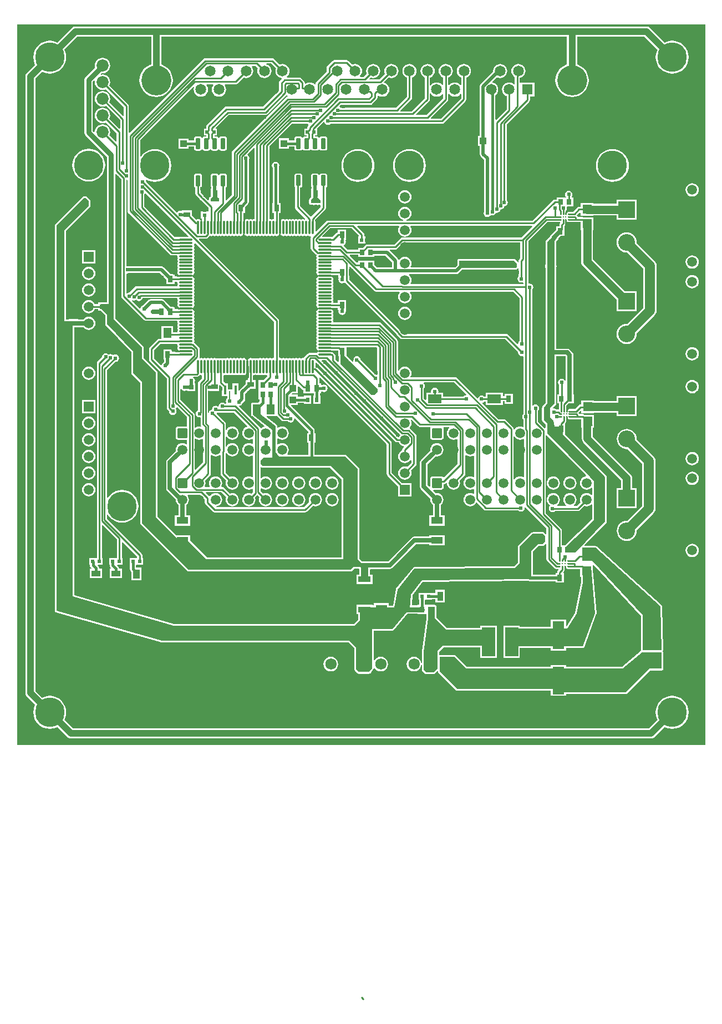
<source format=gtl>
G04*
G04 #@! TF.GenerationSoftware,Altium Limited,Altium Designer,20.2.3 (150)*
G04*
G04 Layer_Physical_Order=1*
G04 Layer_Color=255*
%FSLAX25Y25*%
%MOIN*%
G70*
G04*
G04 #@! TF.SameCoordinates,55210B2D-0A46-486D-8559-DE1921E740DA*
G04*
G04*
G04 #@! TF.FilePolarity,Positive*
G04*
G01*
G75*
%ADD14C,0.00500*%
%ADD15C,0.01500*%
%ADD17R,0.02387X0.02473*%
%ADD18O,0.01181X0.08268*%
%ADD19R,0.02756X0.02559*%
%ADD20C,0.00837*%
%ADD21R,0.02985X0.03197*%
%ADD22R,0.03071X0.03858*%
G04:AMPARAMS|DCode=23|XSize=25.59mil|YSize=64.96mil|CornerRadius=1.92mil|HoleSize=0mil|Usage=FLASHONLY|Rotation=180.000|XOffset=0mil|YOffset=0mil|HoleType=Round|Shape=RoundedRectangle|*
%AMROUNDEDRECTD23*
21,1,0.02559,0.06112,0,0,180.0*
21,1,0.02175,0.06496,0,0,180.0*
1,1,0.00384,-0.01088,0.03056*
1,1,0.00384,0.01088,0.03056*
1,1,0.00384,0.01088,-0.03056*
1,1,0.00384,-0.01088,-0.03056*
%
%ADD23ROUNDEDRECTD23*%
%ADD24R,0.08268X0.05433*%
%ADD25O,0.08268X0.01181*%
%ADD26R,0.02362X0.03150*%
%ADD27R,0.03985X0.04168*%
%ADD28R,0.03858X0.03071*%
%ADD29R,0.01870X0.01968*%
%ADD30R,0.03543X0.05512*%
%ADD31R,0.05669X0.05512*%
%ADD32R,0.07087X0.04134*%
%ADD33R,0.05512X0.03543*%
%ADD34R,0.04168X0.03985*%
%ADD35R,0.00787X0.01968*%
%ADD36R,0.01575X0.05512*%
%ADD37R,0.03150X0.03543*%
%ADD38R,0.04750X0.05938*%
%ADD39R,0.02473X0.02387*%
%ADD40R,0.07480X0.03543*%
%ADD41R,0.07480X0.12598*%
%ADD42R,0.05118X0.02756*%
%ADD43R,0.07087X0.05512*%
%ADD44R,0.03937X0.05709*%
%ADD45R,0.07874X0.17323*%
%ADD46R,0.07087X0.16535*%
%ADD63C,0.02500*%
%ADD64C,0.02000*%
%ADD65C,0.01000*%
%ADD66C,0.03000*%
%ADD67C,0.01600*%
%ADD68C,0.01800*%
%ADD69C,0.04000*%
%ADD70C,0.00800*%
%ADD71C,0.04500*%
%ADD72C,0.06000*%
%ADD73C,0.05000*%
%ADD74C,0.06496*%
%ADD75C,0.18012*%
%ADD76R,0.06496X0.06496*%
%ADD77C,0.05937*%
%ADD78C,0.10039*%
%ADD79R,0.10039X0.10039*%
%ADD80C,0.17717*%
%ADD81C,0.05906*%
G04:AMPARAMS|DCode=82|XSize=59.06mil|YSize=59.06mil|CornerRadius=2.95mil|HoleSize=0mil|Usage=FLASHONLY|Rotation=0.000|XOffset=0mil|YOffset=0mil|HoleType=Round|Shape=RoundedRectangle|*
%AMROUNDEDRECTD82*
21,1,0.05906,0.05315,0,0,0.0*
21,1,0.05315,0.05906,0,0,0.0*
1,1,0.00591,0.02657,-0.02657*
1,1,0.00591,-0.02657,-0.02657*
1,1,0.00591,-0.02657,0.02657*
1,1,0.00591,0.02657,0.02657*
%
%ADD82ROUNDEDRECTD82*%
%ADD83R,0.05906X0.05906*%
%ADD84C,0.07244*%
%ADD85R,0.07244X0.07244*%
%ADD86C,0.06791*%
%ADD87C,0.02400*%
G36*
X425700Y14100D02*
X12554D01*
X12200Y14454D01*
X12300Y447000D01*
X12400Y447100D01*
X425700D01*
Y14100D01*
D02*
G37*
%LPC*%
G36*
X47098Y445726D02*
X46314Y445623D01*
X45585Y445321D01*
X44958Y444840D01*
X36279Y436161D01*
X35574Y436538D01*
X33716Y437102D01*
X31784Y437292D01*
X29851Y437102D01*
X27993Y436538D01*
X26280Y435622D01*
X24779Y434390D01*
X23547Y432889D01*
X22632Y431177D01*
X22068Y429318D01*
X21878Y427386D01*
X22068Y425453D01*
X22632Y423595D01*
X23008Y422890D01*
X18060Y417942D01*
X17580Y417315D01*
X17277Y416585D01*
X17174Y415802D01*
Y227692D01*
X17164D01*
Y221708D01*
X17174D01*
Y45270D01*
X17277Y44487D01*
X17580Y43757D01*
X18060Y43130D01*
X23010Y38181D01*
X22633Y37476D01*
X22069Y35618D01*
X21879Y33685D01*
X22069Y31752D01*
X22633Y29894D01*
X23549Y28182D01*
X24780Y26680D01*
X26282Y25449D01*
X27994Y24533D01*
X29853Y23969D01*
X31785Y23779D01*
X33718Y23969D01*
X35576Y24533D01*
X36281Y24910D01*
X42330Y18860D01*
X42331Y18860D01*
X42957Y18380D01*
X43687Y18077D01*
X44470Y17974D01*
X44470Y17974D01*
X393230D01*
X394013Y18077D01*
X394743Y18380D01*
X395370Y18860D01*
X401419Y24910D01*
X402124Y24533D01*
X403982Y23969D01*
X405915Y23779D01*
X407847Y23969D01*
X409706Y24533D01*
X411418Y25449D01*
X412920Y26680D01*
X414151Y28182D01*
X415067Y29894D01*
X415631Y31752D01*
X415821Y33685D01*
X415631Y35618D01*
X415067Y37476D01*
X414151Y39189D01*
X412920Y40690D01*
X411418Y41922D01*
X409706Y42837D01*
X407847Y43401D01*
X405915Y43591D01*
X403982Y43401D01*
X402124Y42837D01*
X400412Y41922D01*
X398910Y40690D01*
X397678Y39189D01*
X396763Y37476D01*
X396199Y35618D01*
X396009Y33685D01*
X396199Y31752D01*
X396763Y29894D01*
X397140Y29189D01*
X391976Y24026D01*
X45723D01*
X40560Y29189D01*
X40937Y29894D01*
X41501Y31752D01*
X41691Y33685D01*
X41501Y35618D01*
X40937Y37476D01*
X40022Y39189D01*
X38790Y40690D01*
X37288Y41922D01*
X35576Y42837D01*
X33718Y43401D01*
X31785Y43591D01*
X29853Y43401D01*
X27994Y42837D01*
X27289Y42460D01*
X23226Y46523D01*
Y221708D01*
X23333D01*
Y227692D01*
X23226D01*
Y414549D01*
X27288Y418611D01*
X27993Y418234D01*
X29851Y417670D01*
X31784Y417480D01*
X33716Y417670D01*
X35574Y418234D01*
X37287Y419149D01*
X38788Y420381D01*
X40020Y421882D01*
X40935Y423595D01*
X41499Y425453D01*
X41689Y427386D01*
X41499Y429318D01*
X40935Y431177D01*
X40559Y431882D01*
X48351Y439674D01*
X92702D01*
Y423029D01*
X91880Y422780D01*
X90142Y421850D01*
X88618Y420600D01*
X87368Y419076D01*
X86439Y417338D01*
X85866Y415452D01*
X85673Y413490D01*
X85866Y411529D01*
X86439Y409643D01*
X87368Y407905D01*
X88618Y406381D01*
X90142Y405131D01*
X91880Y404202D01*
X93766Y403629D01*
X95728Y403436D01*
X97689Y403629D01*
X99575Y404202D01*
X101313Y405131D01*
X102837Y406381D01*
X104087Y407905D01*
X105017Y409643D01*
X105589Y411529D01*
X105782Y413490D01*
X105589Y415452D01*
X105017Y417338D01*
X104087Y419076D01*
X102837Y420600D01*
X101313Y421850D01*
X99575Y422780D01*
X98753Y423029D01*
Y439674D01*
X342674D01*
Y423020D01*
X341880Y422780D01*
X340142Y421850D01*
X338618Y420600D01*
X337368Y419076D01*
X336439Y417338D01*
X335866Y415452D01*
X335673Y413490D01*
X335866Y411529D01*
X336439Y409643D01*
X337368Y407905D01*
X338618Y406381D01*
X340142Y405131D01*
X341880Y404202D01*
X343766Y403629D01*
X345728Y403436D01*
X347689Y403629D01*
X349575Y404202D01*
X351313Y405131D01*
X352837Y406381D01*
X354087Y407905D01*
X355016Y409643D01*
X355589Y411529D01*
X355782Y413490D01*
X355589Y415452D01*
X355016Y417338D01*
X354087Y419076D01*
X352837Y420600D01*
X351313Y421850D01*
X349575Y422780D01*
X348726Y423037D01*
Y439674D01*
X389346D01*
X397138Y431882D01*
X396761Y431177D01*
X396198Y429318D01*
X396007Y427386D01*
X396198Y425453D01*
X396761Y423595D01*
X397677Y421882D01*
X398909Y420381D01*
X400410Y419149D01*
X402122Y418234D01*
X403981Y417670D01*
X405913Y417480D01*
X407846Y417670D01*
X409704Y418234D01*
X411417Y419149D01*
X412918Y420381D01*
X414150Y421882D01*
X415065Y423595D01*
X415629Y425453D01*
X415819Y427386D01*
X415629Y429318D01*
X415065Y431177D01*
X414150Y432889D01*
X412918Y434390D01*
X411417Y435622D01*
X409704Y436538D01*
X407846Y437102D01*
X405913Y437292D01*
X403981Y437102D01*
X402122Y436538D01*
X401417Y436161D01*
X392739Y444840D01*
X392112Y445321D01*
X391382Y445623D01*
X390599Y445726D01*
X47098D01*
X47098Y445726D01*
D02*
G37*
G36*
X313424Y423366D02*
X312316Y423220D01*
X311282Y422792D01*
X310395Y422111D01*
X309714Y421223D01*
X309286Y420190D01*
X309140Y419081D01*
X309286Y417972D01*
X309714Y416939D01*
X310395Y416051D01*
X311271Y415379D01*
Y411353D01*
X310771Y411107D01*
X310114Y411611D01*
X309081Y412039D01*
X307972Y412185D01*
X306863Y412039D01*
X305829Y411611D01*
X304942Y410930D01*
X304261Y410042D01*
X303833Y409009D01*
X303687Y407900D01*
X303833Y406791D01*
X304261Y405758D01*
X304942Y404870D01*
X305829Y404189D01*
X306442Y403935D01*
Y396105D01*
X300099Y389762D01*
X299637Y389953D01*
Y404518D01*
X300096Y404870D01*
X300777Y405758D01*
X301205Y406791D01*
X301351Y407900D01*
X301205Y409009D01*
X300777Y410042D01*
X300096Y410930D01*
X299208Y411611D01*
X298175Y412039D01*
X298028Y412058D01*
X297867Y412532D01*
X300609Y415274D01*
X301410Y414942D01*
X302519Y414796D01*
X303628Y414942D01*
X304661Y415370D01*
X305549Y416051D01*
X306230Y416939D01*
X306658Y417972D01*
X306804Y419081D01*
X306658Y420190D01*
X306230Y421223D01*
X305549Y422111D01*
X304661Y422792D01*
X303628Y423220D01*
X302519Y423366D01*
X301410Y423220D01*
X300377Y422792D01*
X299489Y422111D01*
X298808Y421223D01*
X298380Y420190D01*
X298234Y419081D01*
X298282Y418715D01*
X290876Y411309D01*
X290434Y410647D01*
X290279Y409867D01*
Y379992D01*
X289267D01*
Y374008D01*
X290279D01*
Y369082D01*
X290434Y368302D01*
X290876Y367640D01*
X292761Y365755D01*
Y334508D01*
X292728Y334458D01*
X292557Y333600D01*
X292728Y332742D01*
X293214Y332014D01*
X293942Y331528D01*
X294800Y331357D01*
X295658Y331528D01*
X296386Y332014D01*
X296747Y332554D01*
X296842Y332490D01*
X297700Y332319D01*
X298558Y332490D01*
X299286Y332976D01*
X299772Y333704D01*
X299820Y333944D01*
X300400Y333828D01*
X301258Y333999D01*
X301986Y334485D01*
X302472Y335213D01*
X302585Y335780D01*
X302700Y335757D01*
X303558Y335928D01*
X304286Y336414D01*
X304772Y337142D01*
X304895Y337758D01*
X304900Y337757D01*
X305758Y337928D01*
X306486Y338414D01*
X306972Y339142D01*
X307143Y340000D01*
X306972Y340858D01*
X306486Y341586D01*
X306429Y341624D01*
Y386966D01*
X319959Y400496D01*
X320290Y400992D01*
X320407Y401577D01*
Y403652D01*
X323125D01*
Y412148D01*
X314629D01*
X314329Y412524D01*
Y414916D01*
X314533Y414942D01*
X315567Y415370D01*
X316454Y416051D01*
X317135Y416939D01*
X317563Y417972D01*
X317709Y419081D01*
X317563Y420190D01*
X317135Y421223D01*
X316454Y422111D01*
X315567Y422792D01*
X314533Y423220D01*
X313424Y423366D01*
D02*
G37*
G36*
X63500Y426962D02*
X62293Y426803D01*
X61169Y426337D01*
X60203Y425597D01*
X59463Y424631D01*
X58997Y423507D01*
X58838Y422300D01*
X58989Y421152D01*
X53298Y415460D01*
X52745Y414633D01*
X52551Y413658D01*
Y382100D01*
X52745Y381125D01*
X53298Y380298D01*
X66051Y367544D01*
Y299600D01*
Y280120D01*
X62500D01*
X62299Y280080D01*
X60771D01*
Y279051D01*
X58836D01*
X58653Y279493D01*
X58019Y280319D01*
X57193Y280953D01*
X56232Y281351D01*
X55200Y281487D01*
X54168Y281351D01*
X53207Y280953D01*
X52381Y280319D01*
X51747Y279493D01*
X51349Y278532D01*
X51213Y277500D01*
X51349Y276468D01*
X51747Y275507D01*
X52381Y274681D01*
X53207Y274047D01*
X54168Y273649D01*
X55200Y273513D01*
X56232Y273649D01*
X57193Y274047D01*
X58019Y274681D01*
X58653Y275507D01*
X58854Y275993D01*
X60771D01*
Y275009D01*
X62349D01*
X65080Y272278D01*
Y267047D01*
X65116Y266867D01*
X65146Y266687D01*
X65155Y266673D01*
X65158Y266656D01*
X65260Y266505D01*
X65356Y266349D01*
X80780Y249897D01*
X80780Y237600D01*
X80858Y237210D01*
X81079Y236879D01*
X86080Y231878D01*
Y147400D01*
X86158Y147010D01*
X86379Y146679D01*
X114379Y118679D01*
X114710Y118458D01*
X115100Y118380D01*
X212700D01*
X213090Y118458D01*
X213421Y118679D01*
X214722Y119980D01*
X217441D01*
Y119775D01*
X217780D01*
Y116382D01*
X216260D01*
Y110839D01*
X225740D01*
Y116382D01*
X224320D01*
X224320Y119459D01*
X224785Y119859D01*
X236053D01*
X236931Y120034D01*
X237676Y120531D01*
X251945Y134801D01*
X259957D01*
Y134028D01*
X269043D01*
Y140162D01*
X259957D01*
Y139389D01*
X250994D01*
X250117Y139214D01*
X249372Y138717D01*
X235103Y124448D01*
X224559D01*
Y124531D01*
X219611D01*
X217920Y126222D01*
X217920Y180100D01*
X217842Y180490D01*
X217621Y180821D01*
X210221Y188221D01*
X209890Y188442D01*
X209500Y188520D01*
X190884D01*
Y195671D01*
X191479D01*
Y201529D01*
X190884D01*
Y203200D01*
X190749Y203883D01*
X190362Y204462D01*
X176821Y218002D01*
X177012Y218464D01*
X180990D01*
Y219764D01*
X184563D01*
Y218974D01*
X188925D01*
Y224123D01*
X184563D01*
Y223333D01*
X180990D01*
Y224633D01*
X177586D01*
X177359Y225132D01*
X177544Y225367D01*
X180990D01*
Y229494D01*
X181452Y229685D01*
X183313Y227824D01*
X183809Y227493D01*
X184309Y227393D01*
Y225471D01*
X189380D01*
Y225471D01*
X189821D01*
Y225471D01*
X190522D01*
Y224123D01*
X190075D01*
Y218974D01*
X194437D01*
Y224123D01*
X194090D01*
Y225471D01*
X194891D01*
Y226463D01*
X195539D01*
X195742Y226328D01*
X196600Y226157D01*
X197458Y226328D01*
X198186Y226814D01*
X198672Y227542D01*
X198843Y228400D01*
X198672Y229258D01*
X198186Y229986D01*
X197458Y230472D01*
X196600Y230643D01*
X195742Y230472D01*
X195539Y230337D01*
X194891D01*
Y231329D01*
X193835D01*
Y234294D01*
X193758Y234680D01*
X193980Y234855D01*
X194219Y234927D01*
X234271Y194875D01*
Y176921D01*
X234387Y176336D01*
X234719Y175840D01*
X240576Y169983D01*
X240619Y169919D01*
X241247Y169290D01*
Y163547D01*
X249153D01*
Y171453D01*
X243410D01*
X242824Y172038D01*
X242781Y172103D01*
X237329Y177555D01*
Y195509D01*
X237213Y196094D01*
X236881Y196590D01*
X192395Y241077D01*
X191899Y241408D01*
X191430Y241501D01*
Y243715D01*
X191892Y243906D01*
X239380Y196419D01*
X239876Y196087D01*
X240461Y195971D01*
X241555D01*
X241747Y195507D01*
X242381Y194681D01*
X243207Y194047D01*
X244168Y193649D01*
X244507Y193604D01*
X244668Y193131D01*
X244119Y192581D01*
X243787Y192085D01*
X243671Y191500D01*
Y191145D01*
X243207Y190953D01*
X242381Y190319D01*
X241747Y189493D01*
X241349Y188532D01*
X241213Y187500D01*
X241349Y186468D01*
X241747Y185507D01*
X242381Y184681D01*
X243207Y184047D01*
X244168Y183649D01*
X245200Y183513D01*
X246232Y183649D01*
X247193Y184047D01*
X248019Y184681D01*
X248623Y185468D01*
X248678Y185469D01*
X249123Y185154D01*
Y183586D01*
X246696Y181159D01*
X246232Y181351D01*
X245200Y181487D01*
X244168Y181351D01*
X243207Y180953D01*
X242381Y180319D01*
X241747Y179493D01*
X241349Y178532D01*
X241213Y177500D01*
X241349Y176468D01*
X241747Y175507D01*
X242381Y174681D01*
X243207Y174047D01*
X244168Y173649D01*
X245200Y173513D01*
X246232Y173649D01*
X247193Y174047D01*
X248019Y174681D01*
X248653Y175507D01*
X249051Y176468D01*
X249187Y177500D01*
X249051Y178532D01*
X248859Y178996D01*
X251734Y181871D01*
X252066Y182368D01*
X252182Y182953D01*
Y199759D01*
X252066Y200344D01*
X251734Y200840D01*
X248540Y204034D01*
X248250Y204228D01*
X248197Y204333D01*
X248133Y204774D01*
X248149Y204851D01*
X248653Y205507D01*
X249051Y206468D01*
X249187Y207500D01*
X249051Y208532D01*
X248864Y208984D01*
X249135Y209624D01*
X249191Y209646D01*
X253219Y205619D01*
X253715Y205287D01*
X254300Y205171D01*
X260360D01*
X260628Y204671D01*
X260622Y204663D01*
X260522Y204157D01*
Y198843D01*
X260622Y198337D01*
X260909Y197909D01*
X261337Y197622D01*
X261842Y197522D01*
X267158D01*
X267663Y197622D01*
X268091Y197909D01*
X268378Y198337D01*
X268478Y198843D01*
Y204157D01*
X268378Y204663D01*
X268372Y204671D01*
X268640Y205171D01*
X271969D01*
X272139Y204671D01*
X271681Y204319D01*
X271047Y203493D01*
X270649Y202532D01*
X270513Y201500D01*
X270649Y200468D01*
X271047Y199507D01*
X271681Y198681D01*
X272507Y198047D01*
X273468Y197649D01*
X274500Y197513D01*
X275532Y197649D01*
X276423Y198018D01*
X276923Y197824D01*
Y182986D01*
X268807Y174870D01*
X268183Y174953D01*
X268091Y175091D01*
X267663Y175378D01*
X267158Y175478D01*
X261842D01*
X261337Y175378D01*
X260909Y175091D01*
X260622Y174663D01*
X260522Y174158D01*
Y169430D01*
X260022Y169222D01*
X258894Y170350D01*
Y182750D01*
X263755Y187611D01*
X264500Y187513D01*
X265532Y187649D01*
X266493Y188047D01*
X267319Y188681D01*
X267953Y189507D01*
X268351Y190468D01*
X268487Y191500D01*
X268351Y192532D01*
X267953Y193493D01*
X267319Y194319D01*
X266493Y194953D01*
X265532Y195351D01*
X264500Y195487D01*
X263468Y195351D01*
X262507Y194953D01*
X261681Y194319D01*
X261047Y193493D01*
X260649Y192532D01*
X260513Y191500D01*
X260588Y190932D01*
X254978Y185322D01*
X254481Y184578D01*
X254306Y183700D01*
Y169400D01*
X254481Y168522D01*
X254978Y167778D01*
X260599Y162156D01*
X260513Y161500D01*
X260649Y160468D01*
X261047Y159507D01*
X261681Y158681D01*
X262206Y158278D01*
Y151972D01*
X259957D01*
Y145839D01*
X269043D01*
Y151972D01*
X266794D01*
Y158278D01*
X267319Y158681D01*
X267953Y159507D01*
X268351Y160468D01*
X268487Y161500D01*
X268351Y162532D01*
X267953Y163493D01*
X267319Y164319D01*
X266493Y164953D01*
X265532Y165351D01*
X264500Y165487D01*
X263844Y165401D01*
X262222Y167022D01*
X262430Y167522D01*
X267158D01*
X267663Y167622D01*
X268091Y167909D01*
X268378Y168337D01*
X268478Y168842D01*
Y170760D01*
X268952Y170854D01*
X269448Y171186D01*
X270077Y171814D01*
X270525Y171593D01*
X270513Y171500D01*
X270649Y170468D01*
X271047Y169507D01*
X271681Y168681D01*
X272507Y168047D01*
X273468Y167649D01*
X274500Y167513D01*
X275532Y167649D01*
X276493Y168047D01*
X277319Y168681D01*
X277953Y169507D01*
X278351Y170468D01*
X278487Y171500D01*
X278351Y172532D01*
X278159Y172996D01*
X281034Y175871D01*
X281366Y176367D01*
X281482Y176953D01*
Y188203D01*
X281982Y188450D01*
X282507Y188047D01*
X283468Y187649D01*
X284500Y187513D01*
X285532Y187649D01*
X286423Y188018D01*
X286923Y187824D01*
Y175176D01*
X286423Y174982D01*
X285532Y175351D01*
X284500Y175487D01*
X283468Y175351D01*
X282507Y174953D01*
X281681Y174319D01*
X281047Y173493D01*
X280649Y172532D01*
X280513Y171500D01*
X280649Y170468D01*
X281047Y169507D01*
X281681Y168681D01*
X282507Y168047D01*
X283468Y167649D01*
X284500Y167513D01*
X285532Y167649D01*
X286423Y168018D01*
X286923Y167824D01*
Y165176D01*
X286423Y164982D01*
X285532Y165351D01*
X284500Y165487D01*
X283468Y165351D01*
X282507Y164953D01*
X281681Y164319D01*
X281047Y163493D01*
X280649Y162532D01*
X280513Y161500D01*
X280649Y160468D01*
X281047Y159507D01*
X281681Y158681D01*
X282507Y158047D01*
X283468Y157649D01*
X284500Y157513D01*
X285532Y157649D01*
X286493Y158047D01*
X287319Y158681D01*
X287953Y159507D01*
X288011Y159648D01*
X288502Y159745D01*
X292828Y155419D01*
X293325Y155087D01*
X293910Y154971D01*
X313376D01*
X313414Y154914D01*
X314142Y154428D01*
X315000Y154257D01*
X315858Y154428D01*
X316586Y154914D01*
X317072Y155642D01*
X317243Y156500D01*
X317197Y156733D01*
X317657Y156980D01*
X330271Y144367D01*
Y141025D01*
X329809Y140833D01*
X329026Y141616D01*
X328942Y141672D01*
X328871Y141743D01*
X328779Y141781D01*
X328695Y141837D01*
X328671Y141842D01*
X328671Y141842D01*
X328596Y141857D01*
X328504Y141895D01*
X328479Y141900D01*
X328379Y141900D01*
X328281Y141920D01*
X322200D01*
X322015Y141883D01*
X321830Y141850D01*
X321821Y141844D01*
X321810Y141842D01*
X321653Y141737D01*
X321494Y141636D01*
X313494Y133966D01*
X313488Y133957D01*
X313479Y133951D01*
X313374Y133795D01*
X313266Y133640D01*
X313264Y133630D01*
X313258Y133620D01*
X313221Y133436D01*
X313181Y133252D01*
X313182Y133241D01*
X313180Y133230D01*
X313180Y123822D01*
X310774Y121416D01*
X250992Y120920D01*
X250945Y120910D01*
X250897Y120914D01*
X250751Y120870D01*
X250602Y120839D01*
X250563Y120812D01*
X250517Y120798D01*
X250399Y120701D01*
X250273Y120615D01*
X250247Y120575D01*
X250210Y120545D01*
X240010Y108045D01*
X239982Y107992D01*
X239941Y107949D01*
X239890Y107818D01*
X239824Y107693D01*
X239818Y107634D01*
X239796Y107578D01*
X238046Y97720D01*
X235629D01*
Y99256D01*
X226542D01*
Y98049D01*
X225740D01*
Y98272D01*
X216260D01*
Y92728D01*
X217080D01*
Y89222D01*
X214578Y86720D01*
X106444Y86720D01*
X46420Y104187D01*
X46420Y264909D01*
X48929D01*
Y265178D01*
X51999D01*
X52381Y264681D01*
X53207Y264047D01*
X54168Y263649D01*
X55200Y263513D01*
X56232Y263649D01*
X57193Y264047D01*
X58019Y264681D01*
X58653Y265507D01*
X59051Y266468D01*
X59187Y267500D01*
X59051Y268532D01*
X58653Y269493D01*
X58019Y270319D01*
X57193Y270953D01*
X56232Y271351D01*
X55200Y271487D01*
X54168Y271351D01*
X53207Y270953D01*
X52381Y270319D01*
X51956Y269766D01*
X48929D01*
Y269980D01*
X43071D01*
Y269720D01*
X41670D01*
Y323128D01*
X56021Y337479D01*
X56242Y337810D01*
X56320Y338200D01*
Y341100D01*
X56242Y341490D01*
X56021Y341821D01*
X54321Y343521D01*
X54321Y343521D01*
X53990Y343742D01*
X53600Y343820D01*
X52300Y343820D01*
X51910Y343742D01*
X51579Y343521D01*
X35179Y327121D01*
X34958Y326790D01*
X34880Y326400D01*
X34880Y268700D01*
X34880Y94589D01*
X34892Y94529D01*
X34887Y94469D01*
X34931Y94336D01*
X34958Y94199D01*
X34992Y94148D01*
X35010Y94091D01*
X35101Y93984D01*
X35179Y93868D01*
X35229Y93834D01*
X35269Y93788D01*
X35393Y93725D01*
X35510Y93647D01*
X35569Y93635D01*
X35623Y93607D01*
X99000Y75719D01*
X99140Y75708D01*
X99277Y75680D01*
X211478Y75680D01*
X214980Y72178D01*
X214980Y59400D01*
X215058Y59010D01*
X215279Y58679D01*
X215279Y58679D01*
X216779Y57179D01*
X217110Y56958D01*
X217500Y56880D01*
X223916D01*
X224023Y56902D01*
X224131Y56903D01*
X224216Y56940D01*
X224306Y56958D01*
X224396Y57018D01*
X224496Y57061D01*
X224560Y57128D01*
X224637Y57179D01*
X224697Y57269D01*
X224773Y57347D01*
X226257Y59647D01*
X226291Y59733D01*
X226342Y59810D01*
X226363Y59916D01*
X226403Y60017D01*
X226402Y60110D01*
X226420Y60200D01*
Y60343D01*
X226920Y60406D01*
X227565Y59565D01*
X228483Y58860D01*
X229553Y58417D01*
X230700Y58266D01*
X231848Y58417D01*
X232917Y58860D01*
X233835Y59565D01*
X234540Y60483D01*
X234982Y61553D01*
X235134Y62700D01*
X234982Y63848D01*
X234540Y64917D01*
X233835Y65835D01*
X232917Y66540D01*
X231848Y66983D01*
X230700Y67134D01*
X229553Y66983D01*
X228483Y66540D01*
X227565Y65835D01*
X226920Y64994D01*
X226420Y65057D01*
Y82828D01*
X237900D01*
X237942Y82837D01*
X237985Y82832D01*
X238136Y82875D01*
X238290Y82906D01*
X238326Y82930D01*
X238368Y82942D01*
X238490Y83040D01*
X238621Y83127D01*
X238645Y83163D01*
X238679Y83190D01*
X246926Y92951D01*
X252965D01*
Y92728D01*
X258080D01*
Y90006D01*
X255589Y70328D01*
X255593Y70263D01*
X255580Y70200D01*
Y63137D01*
X255080Y63104D01*
X254982Y63848D01*
X254540Y64917D01*
X253835Y65835D01*
X252917Y66540D01*
X251848Y66983D01*
X250700Y67134D01*
X249552Y66983D01*
X248483Y66540D01*
X247565Y65835D01*
X246860Y64917D01*
X246417Y63848D01*
X246266Y62700D01*
X246417Y61553D01*
X246860Y60483D01*
X247565Y59565D01*
X248483Y58860D01*
X249552Y58417D01*
X250700Y58266D01*
X251848Y58417D01*
X252917Y58860D01*
X253835Y59565D01*
X254540Y60483D01*
X254982Y61553D01*
X255080Y62296D01*
X255580Y62263D01*
Y59200D01*
X255658Y58810D01*
X255879Y58479D01*
X257479Y56879D01*
X257810Y56658D01*
X258200Y56580D01*
X262400D01*
X262790Y56658D01*
X263121Y56879D01*
X264819Y58577D01*
X265280Y58385D01*
Y58100D01*
X265358Y57710D01*
X265579Y57379D01*
X275979Y46979D01*
X276310Y46758D01*
X276700Y46680D01*
X332957D01*
Y43567D01*
X342043D01*
Y44680D01*
X378100D01*
X378490Y44758D01*
X378821Y44979D01*
X392722Y58880D01*
X399600D01*
X399990Y58958D01*
X400321Y59179D01*
X400542Y59510D01*
X400620Y59900D01*
Y69800D01*
X400542Y70190D01*
X400321Y70521D01*
X400349Y70657D01*
X400451Y70819D01*
X400556Y70981D01*
X400557Y70987D01*
X400561Y70993D01*
X400593Y71182D01*
X400628Y71372D01*
X400627Y71378D01*
X400628Y71385D01*
X399941Y97306D01*
X399938Y97318D01*
X399940Y97331D01*
X399894Y97512D01*
X399853Y97694D01*
X399845Y97704D01*
X399842Y97717D01*
X399731Y97866D01*
X399623Y98018D01*
X399612Y98025D01*
X399604Y98036D01*
X360471Y133345D01*
X360322Y133433D01*
X360178Y133529D01*
X360152Y133535D01*
X360129Y133548D01*
X359958Y133573D01*
X359788Y133607D01*
X353444D01*
X353249Y134068D01*
X366382Y147623D01*
X366486Y147784D01*
X366592Y147943D01*
X366594Y147951D01*
X366598Y147958D01*
X366632Y148145D01*
X366670Y148333D01*
X366670Y175169D01*
X366592Y175559D01*
X366371Y175890D01*
X341547Y200714D01*
X341579Y201214D01*
X341579D01*
Y207072D01*
X341579D01*
X341470Y207338D01*
X341881Y207749D01*
X342213Y208245D01*
X342329Y208831D01*
Y210193D01*
X342829Y210345D01*
X342868Y210287D01*
X343364Y209956D01*
X343950Y209839D01*
X351265D01*
Y204857D01*
X351645D01*
Y198008D01*
X351701Y197583D01*
X351756Y197159D01*
X352084Y196369D01*
X352605Y195690D01*
X375352Y172943D01*
Y168516D01*
X372610D01*
Y156476D01*
X384650D01*
Y168516D01*
X381908D01*
Y174301D01*
X381796Y175149D01*
X381469Y175940D01*
X380948Y176618D01*
X358201Y199365D01*
Y204857D01*
X358935D01*
Y206130D01*
X358964Y206278D01*
Y206357D01*
X358935Y206504D01*
Y212368D01*
X353428D01*
X353347Y212450D01*
X352851Y212782D01*
X352265Y212898D01*
X350183D01*
X350174Y212943D01*
X349842Y213439D01*
X349517Y213764D01*
X350803Y215051D01*
X351265Y214860D01*
Y213518D01*
X358935D01*
Y213744D01*
X372610D01*
Y211595D01*
X384650D01*
Y223634D01*
X372610D01*
Y220804D01*
X358935D01*
Y221030D01*
X351265D01*
Y218729D01*
X350789D01*
X350204Y218613D01*
X349708Y218281D01*
X347474Y216048D01*
X343950D01*
X343364Y215931D01*
X342868Y215600D01*
X342829Y215542D01*
X342329Y215693D01*
Y217935D01*
X343939Y219545D01*
X346761D01*
Y224742D01*
X346563D01*
Y248435D01*
X346388Y249313D01*
X345891Y250058D01*
X344426Y251522D01*
X343682Y252020D01*
X342804Y252194D01*
X336270D01*
Y300837D01*
X336272Y300842D01*
X336443Y301700D01*
X336272Y302558D01*
X336270Y302563D01*
Y316439D01*
X337470Y318063D01*
X337529Y318189D01*
X337603Y318306D01*
X337613Y318367D01*
X337639Y318423D01*
X337646Y318562D01*
X337658Y318634D01*
X338959Y319935D01*
X341179D01*
Y323751D01*
X341209Y323899D01*
Y326047D01*
X341481Y326320D01*
X341813Y326816D01*
X341929Y327401D01*
Y328614D01*
X342429Y328766D01*
X342468Y328708D01*
X342964Y328376D01*
X343550Y328260D01*
X350865D01*
Y323507D01*
X351170D01*
Y304536D01*
X351290Y303623D01*
X351643Y302771D01*
X352204Y302040D01*
X372510Y281733D01*
Y274687D01*
X384550D01*
Y286726D01*
X377503D01*
X358230Y305998D01*
Y323507D01*
X358535D01*
Y331019D01*
X352955D01*
X352680Y331202D01*
X352095Y331318D01*
X349405D01*
X349396Y331363D01*
X349064Y331859D01*
X348593Y332330D01*
X350365Y334103D01*
X350865Y333895D01*
Y332169D01*
X358535D01*
Y332294D01*
X372510D01*
Y329805D01*
X384550D01*
Y341844D01*
X372510D01*
Y339355D01*
X358535D01*
Y339680D01*
X350865D01*
Y337454D01*
X350024D01*
X349439Y337337D01*
X348943Y337006D01*
X346405Y334468D01*
X343550D01*
X342964Y334351D01*
X342468Y334020D01*
X342429Y333962D01*
X341929Y334114D01*
Y334976D01*
X341986Y335014D01*
X342472Y335742D01*
X342643Y336600D01*
X342511Y337265D01*
X342823Y337765D01*
X346361D01*
Y342962D01*
X345618D01*
X345537Y343067D01*
X345397Y343462D01*
X345807Y344076D01*
X345977Y344934D01*
X345807Y345793D01*
X345320Y346520D01*
X344593Y347007D01*
X343734Y347177D01*
X342876Y347007D01*
X342148Y346520D01*
X341662Y345793D01*
X341491Y344934D01*
X341662Y344076D01*
X342072Y343462D01*
X341931Y343067D01*
X341850Y342962D01*
X336439D01*
Y341893D01*
X335364D01*
X334778Y341777D01*
X334282Y341445D01*
X321967Y329129D01*
X246116D01*
X246083Y329629D01*
X246232Y329649D01*
X247193Y330047D01*
X248019Y330681D01*
X248653Y331507D01*
X249051Y332468D01*
X249187Y333500D01*
X249051Y334532D01*
X248653Y335493D01*
X248019Y336319D01*
X247193Y336953D01*
X246232Y337351D01*
X245200Y337487D01*
X244168Y337351D01*
X243207Y336953D01*
X242381Y336319D01*
X241747Y335493D01*
X241349Y334532D01*
X241213Y333500D01*
X241349Y332468D01*
X241747Y331507D01*
X242381Y330681D01*
X243207Y330047D01*
X244168Y329649D01*
X244317Y329629D01*
X244284Y329129D01*
X199097D01*
X198512Y329013D01*
X198016Y328681D01*
X191892Y322558D01*
X191430Y322749D01*
Y328508D01*
X191338Y328972D01*
Y329575D01*
X197281Y335519D01*
X197613Y336015D01*
X197729Y336600D01*
Y349113D01*
X198103Y349363D01*
X198366Y349757D01*
X198459Y350222D01*
Y356334D01*
X198366Y356799D01*
X198103Y357193D01*
X197709Y357457D01*
X197243Y357549D01*
X195068D01*
X194603Y357457D01*
X194209Y357193D01*
X193946Y356799D01*
X193911Y356625D01*
X193401D01*
X193366Y356799D01*
X193103Y357193D01*
X192709Y357457D01*
X192244Y357549D01*
X190068D01*
X189603Y357457D01*
X189209Y357193D01*
X188945Y356799D01*
X188853Y356334D01*
Y350222D01*
X188945Y349757D01*
X189209Y349363D01*
X189245Y349339D01*
Y348429D01*
X188876D01*
Y343318D01*
X187979Y342421D01*
X187758Y342090D01*
X187680Y341700D01*
Y339654D01*
X187719Y339458D01*
X187758Y339265D01*
X187758Y339265D01*
X187758Y339264D01*
X187869Y339098D01*
X187978Y338934D01*
X187979Y338934D01*
X187979Y338933D01*
X188144Y338823D01*
X188309Y338713D01*
X188309Y338713D01*
X188310Y338713D01*
X188505Y338674D01*
X188699Y338635D01*
X190016Y338633D01*
X190400Y338557D01*
X190779Y338632D01*
X192632Y338630D01*
X193000Y338557D01*
X193363Y338629D01*
X194145Y338628D01*
X194145Y338628D01*
X194146Y338628D01*
X194171Y338633D01*
X194525Y338423D01*
X194670Y338241D01*
X194671Y338240D01*
Y337233D01*
X188800Y331363D01*
X182229Y337933D01*
Y349007D01*
X182244D01*
X182709Y349099D01*
X183103Y349363D01*
X183366Y349757D01*
X183459Y350222D01*
Y356334D01*
X183366Y356799D01*
X183103Y357193D01*
X182709Y357457D01*
X182244Y357549D01*
X180068D01*
X179603Y357457D01*
X179209Y357193D01*
X178946Y356799D01*
X178853Y356334D01*
Y350222D01*
X178946Y349757D01*
X179171Y349420D01*
Y337300D01*
X179287Y336715D01*
X179619Y336219D01*
X185275Y330562D01*
X185158Y330071D01*
X184718Y329876D01*
X184524Y330006D01*
X183903Y330130D01*
X183282Y330006D01*
X182919Y329763D01*
X182555Y330006D01*
X181935Y330130D01*
X181314Y330006D01*
X180950Y329763D01*
X180587Y330006D01*
X179966Y330130D01*
X179346Y330006D01*
X178982Y329763D01*
X178618Y330006D01*
X177998Y330130D01*
X177377Y330006D01*
X177013Y329763D01*
X176650Y330006D01*
X176029Y330130D01*
X175408Y330006D01*
X175045Y329763D01*
X174681Y330006D01*
X174061Y330130D01*
X173440Y330006D01*
X173076Y329763D01*
X172713Y330006D01*
X172092Y330130D01*
X171472Y330006D01*
X170945Y329655D01*
X170594Y329129D01*
X170470Y328508D01*
Y321421D01*
X170594Y320801D01*
X170945Y320275D01*
X171472Y319923D01*
X172092Y319800D01*
X172713Y319923D01*
X173076Y320166D01*
X173440Y319923D01*
X174061Y319800D01*
X174681Y319923D01*
X175045Y320166D01*
X175408Y319923D01*
X176029Y319800D01*
X176650Y319923D01*
X177013Y320166D01*
X177377Y319923D01*
X177998Y319800D01*
X178618Y319923D01*
X178982Y320166D01*
X179346Y319923D01*
X179966Y319800D01*
X180587Y319923D01*
X180950Y320166D01*
X181314Y319923D01*
X181935Y319800D01*
X182555Y319923D01*
X182919Y320166D01*
X183282Y319923D01*
X183903Y319800D01*
X184524Y319923D01*
X184887Y320166D01*
X185251Y319923D01*
X185872Y319800D01*
X186492Y319923D01*
X186856Y320166D01*
X187220Y319923D01*
X187840Y319800D01*
X188370Y319905D01*
X188583Y319843D01*
X188599Y319833D01*
X188801Y319302D01*
X188684Y318717D01*
Y312546D01*
X188801Y311961D01*
X189132Y311465D01*
X191837Y308760D01*
X192124Y308569D01*
X192051Y308459D01*
X191927Y307839D01*
X192051Y307218D01*
X192294Y306854D01*
X192051Y306491D01*
X191927Y305870D01*
X192051Y305249D01*
X192294Y304886D01*
X192051Y304522D01*
X191927Y303902D01*
X192051Y303281D01*
X192294Y302917D01*
X192051Y302554D01*
X191927Y301933D01*
X192051Y301312D01*
X192294Y300949D01*
X192051Y300585D01*
X191927Y299965D01*
X192051Y299344D01*
X192294Y298980D01*
X192051Y298617D01*
X191927Y297996D01*
X192051Y297375D01*
X192402Y296849D01*
X192928Y296498D01*
X193549Y296374D01*
X200635D01*
X201099Y296467D01*
X204953D01*
Y295071D01*
X205148D01*
X205410Y294571D01*
X205257Y293800D01*
X205428Y292942D01*
X205914Y292214D01*
X206642Y291728D01*
X207500Y291557D01*
X208358Y291728D01*
X209041Y292184D01*
X209219Y291919D01*
X239828Y261309D01*
X239834Y261277D01*
X240166Y260781D01*
X242481Y258466D01*
X242977Y258134D01*
X243563Y258018D01*
X305619D01*
X313420Y250217D01*
X313357Y249900D01*
X313528Y249042D01*
X314014Y248314D01*
X314742Y247828D01*
X315600Y247657D01*
X315971Y247731D01*
X316471Y247320D01*
Y213024D01*
X316414Y212986D01*
X315928Y212258D01*
X315757Y211400D01*
X315928Y210542D01*
X316414Y209814D01*
X316471Y209776D01*
Y205412D01*
X316055Y205134D01*
X315532Y205351D01*
X314500Y205487D01*
X313468Y205351D01*
X312507Y204953D01*
X311681Y204319D01*
X311129Y203600D01*
X310661Y203711D01*
X310629Y203729D01*
Y204100D01*
X310513Y204685D01*
X310181Y205182D01*
X305981Y209381D01*
X305485Y209713D01*
X304900Y209829D01*
X301333D01*
X291847Y219316D01*
X291992Y219795D01*
X292158Y219828D01*
X292886Y220314D01*
X292924Y220371D01*
X293866D01*
Y218284D01*
X304134D01*
Y220629D01*
X305095D01*
Y219229D01*
X310166D01*
Y225087D01*
X305095D01*
Y223688D01*
X304134D01*
Y225716D01*
X293866D01*
Y223429D01*
X292924D01*
X292886Y223486D01*
X292158Y223972D01*
X291300Y224143D01*
X290442Y223972D01*
X289714Y223486D01*
X289228Y222758D01*
X289194Y222592D01*
X288716Y222447D01*
X276581Y234581D01*
X276085Y234913D01*
X275500Y235029D01*
X248852D01*
X248631Y235478D01*
X248653Y235507D01*
X249051Y236468D01*
X249187Y237500D01*
X249051Y238532D01*
X248653Y239493D01*
X248019Y240319D01*
X247193Y240953D01*
X246232Y241351D01*
X245200Y241487D01*
X244168Y241351D01*
X243207Y240953D01*
X242381Y240319D01*
X241747Y239493D01*
X241629Y239209D01*
X241129Y239308D01*
Y256628D01*
X241013Y257213D01*
X240681Y257709D01*
X230809Y267581D01*
X230313Y267913D01*
X229728Y268029D01*
X202564D01*
X202247Y268416D01*
X202257Y268469D01*
X202134Y269089D01*
X201891Y269453D01*
X202134Y269816D01*
X202257Y270437D01*
X202134Y271058D01*
X201891Y271421D01*
X202134Y271785D01*
X202257Y272406D01*
X202134Y273026D01*
X201891Y273390D01*
X202134Y273753D01*
X202257Y274374D01*
X202134Y274995D01*
X201782Y275521D01*
X201256Y275872D01*
X200635Y275996D01*
X193549D01*
X192928Y275872D01*
X192402Y275521D01*
X192051Y274995D01*
X191927Y274374D01*
X192051Y273753D01*
X192294Y273390D01*
X192051Y273026D01*
X191927Y272406D01*
X192051Y271785D01*
X192294Y271421D01*
X192051Y271058D01*
X191927Y270437D01*
X192051Y269816D01*
X192294Y269453D01*
X192051Y269089D01*
X191927Y268469D01*
X192051Y267848D01*
X192294Y267484D01*
X192051Y267121D01*
X191927Y266500D01*
X192051Y265879D01*
X192294Y265516D01*
X192051Y265152D01*
X191927Y264532D01*
X192051Y263911D01*
X192294Y263547D01*
X192051Y263184D01*
X191927Y262563D01*
X192051Y261942D01*
X192294Y261579D01*
X192051Y261215D01*
X191927Y260594D01*
X192051Y259974D01*
X192294Y259610D01*
X192051Y259247D01*
X191927Y258626D01*
X192051Y258005D01*
X192294Y257642D01*
X192051Y257278D01*
X191927Y256657D01*
X192051Y256037D01*
X192294Y255673D01*
X192051Y255310D01*
X191927Y254689D01*
X192051Y254068D01*
X192294Y253705D01*
X192051Y253341D01*
X191927Y252720D01*
X192051Y252100D01*
X192402Y251574D01*
X192928Y251222D01*
X193549Y251099D01*
X200635D01*
X200997Y251171D01*
X205053D01*
Y247871D01*
X205380D01*
Y244546D01*
X204918Y244354D01*
X203429Y245843D01*
Y248107D01*
X203313Y248692D01*
X202981Y249188D01*
X202340Y249830D01*
X201844Y250162D01*
X201262Y250277D01*
X201256Y250282D01*
X200635Y250405D01*
X193549D01*
X192928Y250282D01*
X192402Y249930D01*
X192192Y249615D01*
X191949Y249663D01*
X187805D01*
X187219Y249547D01*
X186723Y249215D01*
X184825Y247317D01*
X184493Y246821D01*
X184441Y246558D01*
X183903Y246665D01*
X183282Y246542D01*
X182919Y246299D01*
X182555Y246542D01*
X181935Y246665D01*
X181314Y246542D01*
X180950Y246299D01*
X180587Y246542D01*
X179966Y246665D01*
X179346Y246542D01*
X178982Y246299D01*
X178618Y246542D01*
X177998Y246665D01*
X177377Y246542D01*
X177013Y246299D01*
X176650Y246542D01*
X176029Y246665D01*
X175408Y246542D01*
X175045Y246299D01*
X174681Y246542D01*
X174061Y246665D01*
X173440Y246542D01*
X173076Y246299D01*
X172713Y246542D01*
X172092Y246665D01*
X171472Y246542D01*
X171108Y246299D01*
X170744Y246542D01*
X170124Y246665D01*
X170071Y246655D01*
X169685Y246972D01*
Y268946D01*
X169568Y269532D01*
X169237Y270028D01*
X121425Y317839D01*
X121616Y318301D01*
X125507D01*
X126092Y318418D01*
X126588Y318749D01*
X127863Y320024D01*
X127910Y320093D01*
X128165Y319923D01*
X128785Y319800D01*
X129406Y319923D01*
X129769Y320166D01*
X130133Y319923D01*
X130754Y319800D01*
X131374Y319923D01*
X131738Y320166D01*
X132102Y319923D01*
X132722Y319800D01*
X133343Y319923D01*
X133706Y320166D01*
X134070Y319923D01*
X134690Y319800D01*
X135311Y319923D01*
X135675Y320166D01*
X136038Y319923D01*
X136659Y319800D01*
X137280Y319923D01*
X137643Y320166D01*
X138007Y319923D01*
X138628Y319800D01*
X139248Y319923D01*
X139612Y320166D01*
X139976Y319923D01*
X140596Y319800D01*
X141217Y319923D01*
X141580Y320166D01*
X141944Y319923D01*
X142564Y319800D01*
X143185Y319923D01*
X143549Y320166D01*
X143912Y319923D01*
X144533Y319800D01*
X145154Y319923D01*
X145517Y320166D01*
X145881Y319923D01*
X146502Y319800D01*
X147122Y319923D01*
X147648Y320275D01*
X148000Y320801D01*
X148123Y321421D01*
Y328508D01*
X148031Y328972D01*
Y333871D01*
X149080D01*
Y337206D01*
X150862Y338988D01*
X151249Y339567D01*
X151384Y340250D01*
X151384Y340250D01*
Y365311D01*
X151672Y365742D01*
X151843Y366600D01*
X151672Y367458D01*
X151186Y368186D01*
X150697Y368513D01*
X150594Y369116D01*
X154353Y372875D01*
X154815Y372684D01*
Y330436D01*
X154428Y330119D01*
X154376Y330130D01*
X153755Y330006D01*
X153391Y329763D01*
X153028Y330006D01*
X152407Y330130D01*
X151786Y330006D01*
X151423Y329763D01*
X151059Y330006D01*
X150438Y330130D01*
X149818Y330006D01*
X149292Y329655D01*
X148940Y329129D01*
X148817Y328508D01*
Y321421D01*
X148940Y320801D01*
X149292Y320275D01*
X149818Y319923D01*
X150438Y319800D01*
X151059Y319923D01*
X151423Y320166D01*
X151786Y319923D01*
X152407Y319800D01*
X153028Y319923D01*
X153391Y320166D01*
X153755Y319923D01*
X154376Y319800D01*
X154996Y319923D01*
X155360Y320166D01*
X155724Y319923D01*
X156344Y319800D01*
X156965Y319923D01*
X157328Y320166D01*
X157692Y319923D01*
X158313Y319800D01*
X158933Y319923D01*
X159297Y320166D01*
X159660Y319923D01*
X160281Y319800D01*
X160902Y319923D01*
X161265Y320166D01*
X161629Y319923D01*
X162250Y319800D01*
X162870Y319923D01*
X163234Y320166D01*
X163598Y319923D01*
X164218Y319800D01*
X164839Y319923D01*
X165202Y320166D01*
X165566Y319923D01*
X166187Y319800D01*
X166807Y319923D01*
X167171Y320166D01*
X167534Y319923D01*
X168155Y319800D01*
X168776Y319923D01*
X169302Y320275D01*
X169653Y320801D01*
X169777Y321421D01*
Y328508D01*
X169685Y328972D01*
Y333871D01*
X170635D01*
Y339729D01*
X169384D01*
Y361011D01*
X169672Y361442D01*
X169843Y362300D01*
X169672Y363158D01*
X169186Y363886D01*
X168458Y364372D01*
X167600Y364543D01*
X166742Y364372D01*
X166014Y363886D01*
X165528Y363158D01*
X165357Y362300D01*
X165528Y361442D01*
X165816Y361011D01*
Y339729D01*
X165565D01*
Y333871D01*
X166626D01*
Y330436D01*
X166239Y330119D01*
X166187Y330130D01*
X165566Y330006D01*
X165202Y329763D01*
X164839Y330006D01*
X164218Y330130D01*
X164166Y330119D01*
X163779Y330436D01*
Y373816D01*
X177333Y387371D01*
X186876D01*
X186914Y387314D01*
X187283Y387067D01*
X187332Y386569D01*
X187071Y386308D01*
X186740Y385812D01*
X186623Y385227D01*
Y384697D01*
X186410Y384484D01*
X184703D01*
Y380516D01*
X186126D01*
Y379793D01*
X185068D01*
X184603Y379701D01*
X184209Y379437D01*
X183946Y379043D01*
X183911Y378869D01*
X183401D01*
X183366Y379043D01*
X183103Y379437D01*
X182709Y379701D01*
X182244Y379793D01*
X180068D01*
X179603Y379701D01*
X179209Y379437D01*
X178946Y379043D01*
X178853Y378578D01*
Y377387D01*
X175548D01*
Y378636D01*
X169563D01*
Y372467D01*
X175548D01*
Y373716D01*
X178853D01*
Y372466D01*
X178946Y372001D01*
X179209Y371607D01*
X179603Y371343D01*
X180068Y371251D01*
X182244D01*
X182709Y371343D01*
X183103Y371607D01*
X183366Y372001D01*
X183401Y372175D01*
X183911D01*
X183946Y372001D01*
X184209Y371607D01*
X184603Y371343D01*
X185068Y371251D01*
X187243D01*
X187709Y371343D01*
X188103Y371607D01*
X188366Y372001D01*
X188401Y372175D01*
X188911D01*
X188945Y372001D01*
X189209Y371607D01*
X189603Y371343D01*
X190068Y371251D01*
X192244D01*
X192709Y371343D01*
X193103Y371607D01*
X193366Y372001D01*
X193401Y372175D01*
X193911D01*
X193946Y372001D01*
X194209Y371607D01*
X194603Y371343D01*
X195068Y371251D01*
X197243D01*
X197709Y371343D01*
X198103Y371607D01*
X198366Y372001D01*
X198459Y372466D01*
Y378578D01*
X198366Y379043D01*
X198103Y379437D01*
X197709Y379701D01*
X197243Y379793D01*
X195068D01*
X194603Y379701D01*
X194209Y379437D01*
X193946Y379043D01*
X193911Y378869D01*
X193401D01*
X193366Y379043D01*
X193103Y379437D01*
X192709Y379701D01*
X192244Y379793D01*
X191185D01*
Y380516D01*
X192609D01*
Y384484D01*
X192609Y384484D01*
X192609D01*
X192816Y384899D01*
X196382Y388465D01*
X196861Y388320D01*
X196916Y388042D01*
X197403Y387314D01*
X198130Y386828D01*
X198989Y386657D01*
X199847Y386828D01*
X200575Y387314D01*
X200613Y387371D01*
X267600D01*
X268185Y387487D01*
X268681Y387819D01*
X281681Y400819D01*
X282013Y401315D01*
X282129Y401900D01*
Y415072D01*
X282850Y415370D01*
X283738Y416051D01*
X284419Y416939D01*
X284847Y417972D01*
X284993Y419081D01*
X284847Y420190D01*
X284419Y421223D01*
X283738Y422111D01*
X282850Y422792D01*
X281817Y423220D01*
X280708Y423366D01*
X279599Y423220D01*
X278566Y422792D01*
X277678Y422111D01*
X276997Y421223D01*
X276569Y420190D01*
X276423Y419081D01*
X276569Y417972D01*
X276997Y416939D01*
X277678Y416051D01*
X278566Y415370D01*
X279071Y415161D01*
Y410727D01*
X278571Y410557D01*
X278285Y410930D01*
X277397Y411611D01*
X276364Y412039D01*
X275255Y412185D01*
X274146Y412039D01*
X273113Y411611D01*
X272225Y410930D01*
X271832Y410417D01*
X271332Y410587D01*
Y415117D01*
X271945Y415370D01*
X272832Y416051D01*
X273513Y416939D01*
X273941Y417972D01*
X274087Y419081D01*
X273941Y420190D01*
X273513Y421223D01*
X272832Y422111D01*
X271945Y422792D01*
X270911Y423220D01*
X269802Y423366D01*
X268693Y423220D01*
X267660Y422792D01*
X266773Y422111D01*
X266092Y421223D01*
X265664Y420190D01*
X265518Y419081D01*
X265664Y417972D01*
X266092Y416939D01*
X266773Y416051D01*
X267660Y415370D01*
X268273Y415117D01*
Y410587D01*
X267773Y410417D01*
X267379Y410930D01*
X266492Y411611D01*
X265459Y412039D01*
X264350Y412185D01*
X263241Y412039D01*
X262207Y411611D01*
X261320Y410930D01*
X260768Y410211D01*
X260268Y410381D01*
Y415051D01*
X261039Y415370D01*
X261927Y416051D01*
X262608Y416939D01*
X263036Y417972D01*
X263182Y419081D01*
X263036Y420190D01*
X262608Y421223D01*
X261927Y422111D01*
X261039Y422792D01*
X260006Y423220D01*
X258897Y423366D01*
X257788Y423220D01*
X256754Y422792D01*
X255867Y422111D01*
X255186Y421223D01*
X254758Y420190D01*
X254612Y419081D01*
X254758Y417972D01*
X255186Y416939D01*
X255867Y416051D01*
X256754Y415370D01*
X257210Y415182D01*
Y402773D01*
X249267Y394829D01*
X242646D01*
X242454Y395291D01*
X249073Y401910D01*
X249404Y402406D01*
X249521Y402991D01*
Y415117D01*
X250134Y415370D01*
X251021Y416051D01*
X251702Y416939D01*
X252130Y417972D01*
X252276Y419081D01*
X252130Y420190D01*
X251702Y421223D01*
X251021Y422111D01*
X250134Y422792D01*
X249100Y423220D01*
X247991Y423366D01*
X246882Y423220D01*
X245849Y422792D01*
X244962Y422111D01*
X244281Y421223D01*
X243853Y420190D01*
X243707Y419081D01*
X243853Y417972D01*
X244281Y416939D01*
X244962Y416051D01*
X245849Y415370D01*
X246462Y415117D01*
Y403625D01*
X239866Y397029D01*
X206624D01*
X206586Y397086D01*
X206061Y397437D01*
X205943Y398026D01*
X206673Y398756D01*
X224486D01*
X225071Y398873D01*
X225567Y399204D01*
X228262Y401899D01*
X228593Y402395D01*
X228710Y402980D01*
Y404223D01*
X229158Y404445D01*
X229491Y404189D01*
X230524Y403761D01*
X231633Y403615D01*
X232742Y403761D01*
X233775Y404189D01*
X234663Y404870D01*
X235344Y405758D01*
X235772Y406791D01*
X235918Y407900D01*
X235772Y409009D01*
X235344Y410042D01*
X234663Y410930D01*
X233775Y411611D01*
X232863Y411988D01*
X232668Y412501D01*
X235364Y415196D01*
X235977Y414942D01*
X237086Y414796D01*
X238195Y414942D01*
X239228Y415370D01*
X240116Y416051D01*
X240796Y416939D01*
X241225Y417972D01*
X241371Y419081D01*
X241225Y420190D01*
X240796Y421223D01*
X240116Y422111D01*
X239228Y422792D01*
X238195Y423220D01*
X237086Y423366D01*
X235977Y423220D01*
X234944Y422792D01*
X234056Y422111D01*
X233375Y421223D01*
X232947Y420190D01*
X232801Y419081D01*
X232947Y417972D01*
X233201Y417359D01*
X229871Y414029D01*
X223945D01*
X223753Y414491D01*
X224458Y415196D01*
X225071Y414942D01*
X226180Y414796D01*
X227289Y414942D01*
X228323Y415370D01*
X229210Y416051D01*
X229891Y416939D01*
X230319Y417972D01*
X230465Y419081D01*
X230319Y420190D01*
X229891Y421223D01*
X229210Y422111D01*
X228323Y422792D01*
X227289Y423220D01*
X226180Y423366D01*
X225071Y423220D01*
X224038Y422792D01*
X223151Y422111D01*
X222470Y421223D01*
X222042Y420190D01*
X221896Y419081D01*
X222042Y417972D01*
X222295Y417359D01*
X220466Y415529D01*
X218402D01*
X218241Y416003D01*
X218304Y416051D01*
X218986Y416939D01*
X219413Y417972D01*
X219560Y419081D01*
X219413Y420190D01*
X218986Y421223D01*
X218304Y422111D01*
X217417Y422792D01*
X216384Y423220D01*
X215275Y423366D01*
X214166Y423220D01*
X213553Y422966D01*
X211337Y425181D01*
X210841Y425513D01*
X210256Y425629D01*
X202800D01*
X202215Y425513D01*
X201719Y425181D01*
X198619Y422081D01*
X198287Y421585D01*
X198171Y421000D01*
Y418634D01*
X192019Y412481D01*
X191687Y411985D01*
X191571Y411400D01*
Y411017D01*
X191097Y410856D01*
X191041Y410930D01*
X190153Y411611D01*
X189120Y412039D01*
X188011Y412185D01*
X186902Y412039D01*
X185869Y411611D01*
X185478Y411311D01*
X185029Y411532D01*
Y411943D01*
X184913Y412528D01*
X184581Y413024D01*
X182824Y414781D01*
X182328Y415113D01*
X181743Y415229D01*
X174433D01*
X174263Y415729D01*
X174682Y416051D01*
X175363Y416939D01*
X175792Y417972D01*
X175937Y419081D01*
X175792Y420190D01*
X175363Y421223D01*
X174682Y422111D01*
X173795Y422792D01*
X172762Y423220D01*
X171653Y423366D01*
X170544Y423220D01*
X169931Y422966D01*
X166615Y426281D01*
X166119Y426613D01*
X165534Y426729D01*
X125179D01*
X124593Y426613D01*
X124097Y426281D01*
X79773Y381957D01*
X79311Y382148D01*
Y398019D01*
X79194Y398604D01*
X78863Y399100D01*
X67671Y410292D01*
X68003Y411093D01*
X68162Y412300D01*
X68003Y413507D01*
X67537Y414631D01*
X66796Y415596D01*
X65831Y416337D01*
X64707Y416803D01*
X63500Y416962D01*
X62597Y416843D01*
X62364Y417317D01*
X62780Y417733D01*
X63500Y417638D01*
X64707Y417797D01*
X65831Y418263D01*
X66796Y419003D01*
X67537Y419969D01*
X68003Y421093D01*
X68162Y422300D01*
X68003Y423507D01*
X67537Y424631D01*
X66796Y425597D01*
X65831Y426337D01*
X64707Y426803D01*
X63500Y426962D01*
D02*
G37*
G36*
X55200Y372406D02*
X53267Y372216D01*
X51409Y371652D01*
X49696Y370737D01*
X48195Y369505D01*
X46964Y368004D01*
X46048Y366291D01*
X45484Y364433D01*
X45294Y362500D01*
X45484Y360567D01*
X46048Y358709D01*
X46964Y356996D01*
X48195Y355495D01*
X49696Y354263D01*
X51409Y353348D01*
X53267Y352784D01*
X55200Y352594D01*
X57133Y352784D01*
X58991Y353348D01*
X60703Y354263D01*
X62205Y355495D01*
X63437Y356996D01*
X64352Y358709D01*
X64916Y360567D01*
X65106Y362500D01*
X64916Y364433D01*
X64352Y366291D01*
X63437Y368004D01*
X62205Y369505D01*
X60703Y370737D01*
X58991Y371652D01*
X57133Y372216D01*
X55200Y372406D01*
D02*
G37*
G36*
X370012Y372193D02*
X368079Y372003D01*
X366221Y371439D01*
X364508Y370524D01*
X363007Y369292D01*
X361775Y367791D01*
X360860Y366078D01*
X360296Y364220D01*
X360106Y362287D01*
X360296Y360355D01*
X360860Y358496D01*
X361775Y356784D01*
X363007Y355283D01*
X364508Y354051D01*
X366221Y353135D01*
X368079Y352572D01*
X370012Y352381D01*
X371944Y352572D01*
X373803Y353135D01*
X375515Y354051D01*
X377016Y355283D01*
X378248Y356784D01*
X379164Y358496D01*
X379727Y360355D01*
X379918Y362287D01*
X379727Y364220D01*
X379164Y366078D01*
X378248Y367791D01*
X377016Y369292D01*
X375515Y370524D01*
X373803Y371439D01*
X371944Y372003D01*
X370012Y372193D01*
D02*
G37*
G36*
X247965D02*
X246032Y372003D01*
X244174Y371439D01*
X242461Y370524D01*
X240960Y369292D01*
X239728Y367791D01*
X238813Y366078D01*
X238249Y364220D01*
X238059Y362287D01*
X238249Y360355D01*
X238813Y358496D01*
X239728Y356784D01*
X240960Y355283D01*
X242461Y354051D01*
X244174Y353135D01*
X246032Y352572D01*
X247965Y352381D01*
X249897Y352572D01*
X251755Y353135D01*
X253468Y354051D01*
X254969Y355283D01*
X256201Y356784D01*
X257117Y358496D01*
X257680Y360355D01*
X257871Y362287D01*
X257680Y364220D01*
X257117Y366078D01*
X256201Y367791D01*
X254969Y369292D01*
X253468Y370524D01*
X251755Y371439D01*
X249897Y372003D01*
X247965Y372193D01*
D02*
G37*
G36*
X217012D02*
X215079Y372003D01*
X213221Y371439D01*
X211508Y370524D01*
X210007Y369292D01*
X208775Y367791D01*
X207860Y366078D01*
X207296Y364220D01*
X207106Y362287D01*
X207296Y360355D01*
X207860Y358496D01*
X208775Y356784D01*
X210007Y355283D01*
X211508Y354051D01*
X213221Y353135D01*
X215079Y352572D01*
X217012Y352381D01*
X218944Y352572D01*
X220803Y353135D01*
X222515Y354051D01*
X224016Y355283D01*
X225248Y356784D01*
X226164Y358496D01*
X226727Y360355D01*
X226918Y362287D01*
X226727Y364220D01*
X226164Y366078D01*
X225248Y367791D01*
X224016Y369292D01*
X222515Y370524D01*
X220803Y371439D01*
X218944Y372003D01*
X217012Y372193D01*
D02*
G37*
G36*
X417900Y351638D02*
X416864Y351502D01*
X415899Y351102D01*
X415070Y350466D01*
X414433Y349637D01*
X414034Y348671D01*
X413897Y347635D01*
X414034Y346599D01*
X414433Y345634D01*
X415070Y344805D01*
X415899Y344169D01*
X416864Y343769D01*
X417900Y343633D01*
X418936Y343769D01*
X419901Y344169D01*
X420730Y344805D01*
X421367Y345634D01*
X421766Y346599D01*
X421903Y347635D01*
X421766Y348671D01*
X421367Y349637D01*
X420730Y350466D01*
X419901Y351102D01*
X418936Y351502D01*
X417900Y351638D01*
D02*
G37*
G36*
X245200Y347487D02*
X244168Y347351D01*
X243207Y346953D01*
X242381Y346319D01*
X241747Y345493D01*
X241349Y344532D01*
X241213Y343500D01*
X241349Y342468D01*
X241747Y341507D01*
X242381Y340681D01*
X243207Y340047D01*
X244168Y339649D01*
X245200Y339513D01*
X246232Y339649D01*
X247193Y340047D01*
X248019Y340681D01*
X248653Y341507D01*
X249051Y342468D01*
X249187Y343500D01*
X249051Y344532D01*
X248653Y345493D01*
X248019Y346319D01*
X247193Y346953D01*
X246232Y347351D01*
X245200Y347487D01*
D02*
G37*
G36*
X59153Y311453D02*
X51247D01*
Y303547D01*
X59153D01*
Y311453D01*
D02*
G37*
G36*
X417900Y308331D02*
X416864Y308195D01*
X415899Y307795D01*
X415070Y307159D01*
X414433Y306330D01*
X414034Y305364D01*
X413897Y304328D01*
X414034Y303292D01*
X414433Y302327D01*
X415070Y301498D01*
X415899Y300862D01*
X416864Y300462D01*
X417900Y300326D01*
X418936Y300462D01*
X419901Y300862D01*
X420730Y301498D01*
X421367Y302327D01*
X421766Y303292D01*
X421903Y304328D01*
X421766Y305364D01*
X421367Y306330D01*
X420730Y307159D01*
X419901Y307795D01*
X418936Y308195D01*
X417900Y308331D01*
D02*
G37*
G36*
X55200Y301487D02*
X54168Y301351D01*
X53207Y300953D01*
X52381Y300319D01*
X51747Y299493D01*
X51349Y298532D01*
X51213Y297500D01*
X51349Y296468D01*
X51747Y295507D01*
X52381Y294681D01*
X53207Y294047D01*
X54168Y293649D01*
X55200Y293513D01*
X56232Y293649D01*
X57193Y294047D01*
X58019Y294681D01*
X58653Y295507D01*
X59051Y296468D01*
X59187Y297500D01*
X59051Y298532D01*
X58653Y299493D01*
X58019Y300319D01*
X57193Y300953D01*
X56232Y301351D01*
X55200Y301487D01*
D02*
G37*
G36*
X417900Y296520D02*
X416864Y296384D01*
X415899Y295984D01*
X415070Y295348D01*
X414433Y294519D01*
X414034Y293553D01*
X413897Y292517D01*
X414034Y291481D01*
X414433Y290516D01*
X415070Y289687D01*
X415899Y289051D01*
X416864Y288651D01*
X417900Y288515D01*
X418936Y288651D01*
X419901Y289051D01*
X420730Y289687D01*
X421367Y290516D01*
X421766Y291481D01*
X421903Y292517D01*
X421766Y293553D01*
X421367Y294519D01*
X420730Y295348D01*
X419901Y295984D01*
X418936Y296384D01*
X417900Y296520D01*
D02*
G37*
G36*
X55200Y291487D02*
X54168Y291351D01*
X53207Y290953D01*
X52381Y290319D01*
X51747Y289493D01*
X51349Y288532D01*
X51213Y287500D01*
X51349Y286468D01*
X51747Y285507D01*
X52381Y284681D01*
X53207Y284047D01*
X54168Y283649D01*
X55200Y283513D01*
X56232Y283649D01*
X57193Y284047D01*
X58019Y284681D01*
X58653Y285507D01*
X59051Y286468D01*
X59187Y287500D01*
X59051Y288532D01*
X58653Y289493D01*
X58019Y290319D01*
X57193Y290953D01*
X56232Y291351D01*
X55200Y291487D01*
D02*
G37*
G36*
X200635Y295681D02*
X193549D01*
X192928Y295557D01*
X192402Y295206D01*
X192051Y294680D01*
X191927Y294059D01*
X192051Y293438D01*
X192294Y293075D01*
X192051Y292711D01*
X191927Y292091D01*
X192051Y291470D01*
X192294Y291106D01*
X192051Y290743D01*
X191927Y290122D01*
X192051Y289501D01*
X192294Y289138D01*
X192051Y288774D01*
X191927Y288154D01*
X192051Y287533D01*
X192294Y287169D01*
X192051Y286806D01*
X191927Y286185D01*
X192051Y285564D01*
X192294Y285201D01*
X192051Y284837D01*
X191927Y284217D01*
X192051Y283596D01*
X192294Y283232D01*
X192051Y282869D01*
X191927Y282248D01*
X192051Y281627D01*
X192294Y281264D01*
X192051Y280900D01*
X191927Y280280D01*
X192051Y279659D01*
X192294Y279295D01*
X192051Y278932D01*
X191927Y278311D01*
X192051Y277690D01*
X192402Y277164D01*
X192928Y276813D01*
X193549Y276689D01*
X200635D01*
X201099Y276782D01*
X204953D01*
Y275571D01*
X205020D01*
X205431Y275071D01*
X205357Y274700D01*
X205528Y273842D01*
X206014Y273114D01*
X206742Y272628D01*
X207600Y272457D01*
X208458Y272628D01*
X209186Y273114D01*
X209672Y273842D01*
X209843Y274700D01*
X209769Y275071D01*
X210024Y275571D01*
X210024D01*
Y281429D01*
X204953D01*
Y279840D01*
X202564D01*
X202247Y280227D01*
X202257Y280280D01*
X202134Y280900D01*
X201891Y281264D01*
X202134Y281627D01*
X202257Y282248D01*
X202134Y282869D01*
X201891Y283232D01*
X202134Y283596D01*
X202257Y284217D01*
X202134Y284837D01*
X201891Y285201D01*
X202134Y285564D01*
X202257Y286185D01*
X202134Y286806D01*
X201891Y287169D01*
X202134Y287533D01*
X202257Y288154D01*
X202134Y288774D01*
X201891Y289138D01*
X202134Y289501D01*
X202257Y290122D01*
X202134Y290743D01*
X201891Y291106D01*
X202134Y291470D01*
X202257Y292091D01*
X202134Y292711D01*
X201891Y293075D01*
X202134Y293438D01*
X202257Y294059D01*
X202134Y294680D01*
X201782Y295206D01*
X201256Y295557D01*
X200635Y295681D01*
D02*
G37*
G36*
X378530Y322188D02*
X377350Y322072D01*
X376215Y321728D01*
X375169Y321169D01*
X374253Y320416D01*
X373500Y319500D01*
X372942Y318454D01*
X372597Y317319D01*
X372481Y316139D01*
X372597Y314959D01*
X372942Y313825D01*
X373500Y312779D01*
X374253Y311862D01*
X375169Y311110D01*
X376215Y310551D01*
X377350Y310207D01*
X378530Y310090D01*
X378842Y310121D01*
X388465Y300498D01*
Y276662D01*
X378842Y267039D01*
X378530Y267070D01*
X377350Y266954D01*
X376215Y266610D01*
X375169Y266051D01*
X374253Y265298D01*
X373500Y264382D01*
X372942Y263336D01*
X372597Y262201D01*
X372481Y261021D01*
X372597Y259841D01*
X372942Y258706D01*
X373500Y257661D01*
X374253Y256744D01*
X375169Y255992D01*
X376215Y255433D01*
X377350Y255089D01*
X378530Y254972D01*
X379710Y255089D01*
X380845Y255433D01*
X381891Y255992D01*
X382807Y256744D01*
X383559Y257661D01*
X384118Y258706D01*
X384462Y259841D01*
X384579Y261021D01*
X384548Y261334D01*
X395353Y272139D01*
X395353Y272139D01*
X395994Y272974D01*
X396397Y273947D01*
X396534Y274991D01*
X396534Y274991D01*
Y302169D01*
X396534Y302169D01*
X396397Y303214D01*
X395994Y304187D01*
X395353Y305022D01*
X395353Y305022D01*
X384548Y315827D01*
X384579Y316139D01*
X384462Y317319D01*
X384118Y318454D01*
X383559Y319500D01*
X382807Y320416D01*
X381891Y321169D01*
X380845Y321728D01*
X379710Y322072D01*
X378530Y322188D01*
D02*
G37*
G36*
X417900Y253213D02*
X416864Y253077D01*
X415899Y252677D01*
X415070Y252041D01*
X414433Y251212D01*
X414034Y250246D01*
X413897Y249210D01*
X414034Y248174D01*
X414433Y247209D01*
X415070Y246380D01*
X415899Y245744D01*
X416864Y245344D01*
X417900Y245208D01*
X418936Y245344D01*
X419901Y245744D01*
X420730Y246380D01*
X421367Y247209D01*
X421766Y248174D01*
X421903Y249210D01*
X421766Y250246D01*
X421367Y251212D01*
X420730Y252041D01*
X419901Y252677D01*
X418936Y253077D01*
X417900Y253213D01*
D02*
G37*
G36*
X65400Y249543D02*
X64542Y249372D01*
X63814Y248886D01*
X63328Y248158D01*
X63157Y247300D01*
X63170Y247233D01*
X60536Y244599D01*
X60205Y244103D01*
X60089Y243518D01*
Y126514D01*
X59683Y126287D01*
X59517D01*
Y126287D01*
X59183Y126287D01*
X55647D01*
Y122318D01*
X55882D01*
Y122183D01*
X56021Y121481D01*
X56419Y120885D01*
X56931Y120374D01*
X56739Y119912D01*
X55844D01*
Y114368D01*
X63356D01*
Y119912D01*
X61361D01*
Y120375D01*
X61221Y121077D01*
X60823Y121672D01*
X60639Y121856D01*
X60831Y122318D01*
X63553D01*
Y126287D01*
X63147D01*
Y145915D01*
X63609Y146107D01*
X72089Y137627D01*
Y126514D01*
X71683Y126287D01*
X71517D01*
Y126287D01*
X71183Y126287D01*
X67647D01*
Y122318D01*
X67747D01*
Y122018D01*
X67886Y121316D01*
X68284Y120721D01*
X68631Y120374D01*
X68440Y119912D01*
X67844D01*
Y114368D01*
X75356D01*
Y119912D01*
X73435D01*
Y120000D01*
X73295Y120703D01*
X72898Y121298D01*
X72339Y121856D01*
X72531Y122318D01*
X75553D01*
Y126287D01*
X75147D01*
Y136037D01*
X75609Y136228D01*
X84354Y127483D01*
Y126640D01*
X84000Y126287D01*
X83448Y126287D01*
X79912D01*
Y122318D01*
X80012D01*
Y119750D01*
X80152Y119047D01*
X80550Y118452D01*
X80897Y118105D01*
Y112991D01*
X86834D01*
Y120700D01*
X83683D01*
Y121928D01*
X83948Y122318D01*
X84282Y122318D01*
X87818D01*
Y126287D01*
X87413D01*
Y128117D01*
X87296Y128702D01*
X86965Y129198D01*
X66147Y150015D01*
Y152495D01*
X66632Y152616D01*
X66963Y151997D01*
X68195Y150495D01*
X69696Y149264D01*
X71409Y148348D01*
X73267Y147784D01*
X75200Y147594D01*
X77133Y147784D01*
X78991Y148348D01*
X80704Y149264D01*
X82205Y150495D01*
X83437Y151997D01*
X84352Y153709D01*
X84916Y155567D01*
X85106Y157500D01*
X84916Y159433D01*
X84352Y161291D01*
X83437Y163004D01*
X82205Y164505D01*
X80704Y165736D01*
X78991Y166652D01*
X77133Y167216D01*
X75200Y167406D01*
X73267Y167216D01*
X71409Y166652D01*
X69696Y165736D01*
X68195Y164505D01*
X66963Y163004D01*
X66632Y162384D01*
X66147Y162505D01*
Y239284D01*
X71133Y244270D01*
X71200Y244257D01*
X72058Y244428D01*
X72786Y244914D01*
X73272Y245642D01*
X73443Y246500D01*
X73272Y247358D01*
X72786Y248086D01*
X72058Y248572D01*
X71200Y248743D01*
X70342Y248572D01*
X69941Y248305D01*
X69886Y248386D01*
X69158Y248872D01*
X68300Y249043D01*
X67442Y248872D01*
X67133Y248666D01*
X66986Y248886D01*
X66258Y249372D01*
X65400Y249543D01*
D02*
G37*
G36*
X55200Y241487D02*
X54168Y241351D01*
X53207Y240953D01*
X52381Y240319D01*
X51747Y239493D01*
X51349Y238532D01*
X51213Y237500D01*
X51349Y236468D01*
X51747Y235507D01*
X52381Y234681D01*
X53207Y234047D01*
X54168Y233649D01*
X55200Y233513D01*
X56232Y233649D01*
X57193Y234047D01*
X58019Y234681D01*
X58653Y235507D01*
X59051Y236468D01*
X59187Y237500D01*
X59051Y238532D01*
X58653Y239493D01*
X58019Y240319D01*
X57193Y240953D01*
X56232Y241351D01*
X55200Y241487D01*
D02*
G37*
G36*
X418000Y233428D02*
X416964Y233292D01*
X415999Y232892D01*
X415170Y232256D01*
X414534Y231427D01*
X414134Y230461D01*
X413997Y229425D01*
X414134Y228389D01*
X414534Y227424D01*
X415170Y226595D01*
X415999Y225959D01*
X416964Y225559D01*
X418000Y225422D01*
X419036Y225559D01*
X420001Y225959D01*
X420830Y226595D01*
X421466Y227424D01*
X421866Y228389D01*
X422003Y229425D01*
X421866Y230461D01*
X421466Y231427D01*
X420830Y232256D01*
X420001Y232892D01*
X419036Y233292D01*
X418000Y233428D01*
D02*
G37*
G36*
X59153Y221453D02*
X51247D01*
Y213547D01*
X59153D01*
Y221453D01*
D02*
G37*
G36*
X55200Y211487D02*
X54168Y211351D01*
X53207Y210953D01*
X52381Y210319D01*
X51747Y209493D01*
X51349Y208532D01*
X51213Y207500D01*
X51349Y206468D01*
X51747Y205507D01*
X52381Y204681D01*
X53207Y204047D01*
X54168Y203649D01*
X55200Y203513D01*
X56232Y203649D01*
X57193Y204047D01*
X58019Y204681D01*
X58653Y205507D01*
X59051Y206468D01*
X59187Y207500D01*
X59051Y208532D01*
X58653Y209493D01*
X58019Y210319D01*
X57193Y210953D01*
X56232Y211351D01*
X55200Y211487D01*
D02*
G37*
G36*
Y201487D02*
X54168Y201351D01*
X53207Y200953D01*
X52381Y200319D01*
X51747Y199493D01*
X51349Y198532D01*
X51213Y197500D01*
X51349Y196468D01*
X51747Y195507D01*
X52381Y194681D01*
X53207Y194047D01*
X54168Y193649D01*
X55200Y193513D01*
X56232Y193649D01*
X57193Y194047D01*
X58019Y194681D01*
X58653Y195507D01*
X59051Y196468D01*
X59187Y197500D01*
X59051Y198532D01*
X58653Y199493D01*
X58019Y200319D01*
X57193Y200953D01*
X56232Y201351D01*
X55200Y201487D01*
D02*
G37*
G36*
Y191487D02*
X54168Y191351D01*
X53207Y190953D01*
X52381Y190319D01*
X51747Y189493D01*
X51349Y188532D01*
X51213Y187500D01*
X51349Y186468D01*
X51747Y185507D01*
X52381Y184681D01*
X53207Y184047D01*
X54168Y183649D01*
X55200Y183513D01*
X56232Y183649D01*
X57193Y184047D01*
X58019Y184681D01*
X58653Y185507D01*
X59051Y186468D01*
X59187Y187500D01*
X59051Y188532D01*
X58653Y189493D01*
X58019Y190319D01*
X57193Y190953D01*
X56232Y191351D01*
X55200Y191487D01*
D02*
G37*
G36*
X418000Y190121D02*
X416964Y189984D01*
X415999Y189585D01*
X415170Y188949D01*
X414534Y188119D01*
X414134Y187154D01*
X413997Y186118D01*
X414134Y185082D01*
X414534Y184117D01*
X415170Y183288D01*
X415999Y182652D01*
X416964Y182252D01*
X418000Y182115D01*
X419036Y182252D01*
X420001Y182652D01*
X420830Y183288D01*
X421466Y184117D01*
X421866Y185082D01*
X422003Y186118D01*
X421866Y187154D01*
X421466Y188119D01*
X420830Y188949D01*
X420001Y189585D01*
X419036Y189984D01*
X418000Y190121D01*
D02*
G37*
G36*
X55200Y181487D02*
X54168Y181351D01*
X53207Y180953D01*
X52381Y180319D01*
X51747Y179493D01*
X51349Y178532D01*
X51213Y177500D01*
X51349Y176468D01*
X51747Y175507D01*
X52381Y174681D01*
X53207Y174047D01*
X54168Y173649D01*
X55200Y173513D01*
X56232Y173649D01*
X57193Y174047D01*
X58019Y174681D01*
X58653Y175507D01*
X59051Y176468D01*
X59187Y177500D01*
X59051Y178532D01*
X58653Y179493D01*
X58019Y180319D01*
X57193Y180953D01*
X56232Y181351D01*
X55200Y181487D01*
D02*
G37*
G36*
X418000Y178310D02*
X416964Y178173D01*
X415999Y177774D01*
X415170Y177137D01*
X414534Y176308D01*
X414134Y175343D01*
X413997Y174307D01*
X414134Y173271D01*
X414534Y172306D01*
X415170Y171477D01*
X415999Y170841D01*
X416964Y170441D01*
X418000Y170304D01*
X419036Y170441D01*
X420001Y170841D01*
X420830Y171477D01*
X421466Y172306D01*
X421866Y173271D01*
X422003Y174307D01*
X421866Y175343D01*
X421466Y176308D01*
X420830Y177137D01*
X420001Y177774D01*
X419036Y178173D01*
X418000Y178310D01*
D02*
G37*
G36*
X55200Y171487D02*
X54168Y171351D01*
X53207Y170953D01*
X52381Y170319D01*
X51747Y169493D01*
X51349Y168532D01*
X51213Y167500D01*
X51349Y166468D01*
X51747Y165507D01*
X52381Y164681D01*
X53207Y164047D01*
X54168Y163649D01*
X55200Y163513D01*
X56232Y163649D01*
X57193Y164047D01*
X58019Y164681D01*
X58653Y165507D01*
X59051Y166468D01*
X59187Y167500D01*
X59051Y168532D01*
X58653Y169493D01*
X58019Y170319D01*
X57193Y170953D01*
X56232Y171351D01*
X55200Y171487D01*
D02*
G37*
G36*
X378630Y203978D02*
X377450Y203862D01*
X376315Y203518D01*
X375269Y202958D01*
X374353Y202206D01*
X373601Y201290D01*
X373042Y200244D01*
X372697Y199109D01*
X372581Y197929D01*
X372697Y196749D01*
X373042Y195614D01*
X373601Y194569D01*
X374353Y193652D01*
X375269Y192900D01*
X376315Y192341D01*
X377450Y191997D01*
X378630Y191880D01*
X378942Y191911D01*
X387766Y183088D01*
Y157652D01*
X378942Y148829D01*
X378630Y148860D01*
X377450Y148744D01*
X376315Y148399D01*
X375269Y147840D01*
X374353Y147088D01*
X373601Y146172D01*
X373042Y145126D01*
X372697Y143991D01*
X372581Y142811D01*
X372697Y141631D01*
X373042Y140496D01*
X373601Y139451D01*
X374353Y138534D01*
X375269Y137782D01*
X376315Y137223D01*
X377450Y136878D01*
X378630Y136762D01*
X379810Y136878D01*
X380945Y137223D01*
X381991Y137782D01*
X382907Y138534D01*
X383659Y139451D01*
X384218Y140496D01*
X384562Y141631D01*
X384679Y142811D01*
X384648Y143123D01*
X394653Y153128D01*
X394653Y153128D01*
X395294Y153964D01*
X395697Y154937D01*
X395834Y155981D01*
X395834Y155981D01*
Y184759D01*
X395834Y184759D01*
X395697Y185803D01*
X395294Y186776D01*
X394653Y187612D01*
X394653Y187612D01*
X384648Y197617D01*
X384679Y197929D01*
X384562Y199109D01*
X384218Y200244D01*
X383659Y201290D01*
X382907Y202206D01*
X381991Y202958D01*
X380945Y203518D01*
X379810Y203862D01*
X378630Y203978D01*
D02*
G37*
G36*
X418000Y135003D02*
X416964Y134866D01*
X415999Y134467D01*
X415170Y133830D01*
X414534Y133001D01*
X414134Y132036D01*
X413997Y131000D01*
X414134Y129964D01*
X414534Y128999D01*
X415170Y128170D01*
X415999Y127533D01*
X416964Y127134D01*
X418000Y126997D01*
X419036Y127134D01*
X420001Y127533D01*
X420830Y128170D01*
X421466Y128999D01*
X421866Y129964D01*
X422003Y131000D01*
X421866Y132036D01*
X421466Y133001D01*
X420830Y133830D01*
X420001Y134467D01*
X419036Y134866D01*
X418000Y135003D01*
D02*
G37*
G36*
X200700Y67134D02*
X199553Y66983D01*
X198483Y66540D01*
X197565Y65835D01*
X196860Y64917D01*
X196417Y63848D01*
X196266Y62700D01*
X196417Y61553D01*
X196860Y60483D01*
X197565Y59565D01*
X198483Y58860D01*
X199553Y58417D01*
X200700Y58266D01*
X201848Y58417D01*
X202917Y58860D01*
X203835Y59565D01*
X204540Y60483D01*
X204982Y61553D01*
X205134Y62700D01*
X204982Y63848D01*
X204540Y64917D01*
X203835Y65835D01*
X202917Y66540D01*
X201848Y66983D01*
X200700Y67134D01*
D02*
G37*
%LPD*%
G36*
X167768Y420803D02*
X167514Y420190D01*
X167368Y419081D01*
X167514Y417972D01*
X167942Y416939D01*
X168623Y416051D01*
X169510Y415370D01*
X170544Y414942D01*
X171251Y414849D01*
X171430Y414321D01*
X170019Y412910D01*
X169687Y412414D01*
X169571Y411828D01*
Y407426D01*
X159900Y397755D01*
X137869D01*
X137284Y397639D01*
X136788Y397307D01*
X126275Y386794D01*
X125943Y386298D01*
X125827Y385713D01*
Y384384D01*
X124403D01*
Y380416D01*
X125827D01*
Y379693D01*
X124768D01*
X124303Y379601D01*
X123909Y379337D01*
X123645Y378943D01*
X123611Y378769D01*
X123101D01*
X123066Y378943D01*
X122803Y379337D01*
X122409Y379601D01*
X121943Y379693D01*
X119768D01*
X119303Y379601D01*
X118909Y379337D01*
X118646Y378943D01*
X118553Y378478D01*
Y377287D01*
X115248D01*
Y378536D01*
X109264D01*
Y372368D01*
X115248D01*
Y373616D01*
X118553D01*
Y372366D01*
X118646Y371901D01*
X118909Y371507D01*
X119303Y371243D01*
X119768Y371151D01*
X121943D01*
X122409Y371243D01*
X122803Y371507D01*
X123066Y371901D01*
X123101Y372075D01*
X123611D01*
X123645Y371901D01*
X123909Y371507D01*
X124303Y371243D01*
X124768Y371151D01*
X126944D01*
X127409Y371243D01*
X127803Y371507D01*
X128066Y371901D01*
X128101Y372075D01*
X128611D01*
X128646Y371901D01*
X128909Y371507D01*
X129303Y371243D01*
X129768Y371151D01*
X131944D01*
X132409Y371243D01*
X132803Y371507D01*
X133066Y371901D01*
X133101Y372075D01*
X133611D01*
X133645Y371901D01*
X133909Y371507D01*
X134303Y371243D01*
X134768Y371151D01*
X136943D01*
X137409Y371243D01*
X137803Y371507D01*
X138066Y371901D01*
X138159Y372366D01*
Y378478D01*
X138066Y378943D01*
X137803Y379337D01*
X137409Y379601D01*
X136943Y379693D01*
X134768D01*
X134303Y379601D01*
X133909Y379337D01*
X133645Y378943D01*
X133611Y378769D01*
X133101D01*
X133066Y378943D01*
X132803Y379337D01*
X132409Y379601D01*
X131944Y379693D01*
X130885D01*
Y380416D01*
X132309D01*
Y384384D01*
X131672D01*
X131481Y384846D01*
X139331Y392697D01*
X161362D01*
X161947Y392813D01*
X162443Y393145D01*
X174129Y404830D01*
X174931Y404214D01*
X174934Y404068D01*
X174843Y403698D01*
X174415Y403613D01*
X173919Y403281D01*
X141619Y370981D01*
X141287Y370485D01*
X141171Y369900D01*
Y344832D01*
X137847Y341509D01*
X137385Y341700D01*
Y348994D01*
X137409Y348999D01*
X137803Y349263D01*
X138066Y349657D01*
X138159Y350122D01*
Y356234D01*
X138066Y356699D01*
X137803Y357093D01*
X137409Y357357D01*
X136943Y357449D01*
X134768D01*
X134303Y357357D01*
X133909Y357093D01*
X133645Y356699D01*
X133611Y356525D01*
X133101D01*
X133066Y356699D01*
X132803Y357093D01*
X132409Y357357D01*
X131944Y357449D01*
X129768D01*
X129303Y357357D01*
X128909Y357093D01*
X128646Y356699D01*
X128553Y356234D01*
Y350122D01*
X128646Y349657D01*
X128909Y349263D01*
X128945Y349239D01*
Y348329D01*
X128576D01*
Y343784D01*
X128363Y343742D01*
X128033Y343521D01*
X127679Y343167D01*
X127458Y342837D01*
X127380Y342446D01*
Y341636D01*
X126918Y341444D01*
X124811Y343552D01*
X124573Y343711D01*
X124305Y343979D01*
X124146Y344217D01*
X122385Y345978D01*
Y348994D01*
X122409Y348999D01*
X122803Y349263D01*
X123066Y349657D01*
X123159Y350122D01*
Y356234D01*
X123066Y356699D01*
X122803Y357093D01*
X122409Y357357D01*
X121943Y357449D01*
X119768D01*
X119303Y357357D01*
X118909Y357093D01*
X118646Y356699D01*
X118553Y356234D01*
Y350122D01*
X118646Y349657D01*
X118909Y349263D01*
X119303Y348999D01*
X119326Y348994D01*
Y345344D01*
X119443Y344759D01*
X119774Y344263D01*
X121825Y342213D01*
X121983Y341975D01*
X122569Y341389D01*
X122806Y341231D01*
X127256Y336781D01*
Y335096D01*
X126993Y334705D01*
X122607D01*
Y330232D01*
X123295D01*
Y328851D01*
X123226Y328508D01*
Y321421D01*
X123176Y321360D01*
X122583D01*
X122533Y321421D01*
Y328508D01*
X122409Y329129D01*
X122058Y329655D01*
X121532Y330006D01*
X120911Y330130D01*
X120291Y330006D01*
X119764Y329655D01*
X119713Y329650D01*
X117229Y332134D01*
Y335279D01*
X111371D01*
Y335279D01*
X110871Y334976D01*
X110256Y335099D01*
X109397Y334928D01*
X108669Y334442D01*
X108509Y334201D01*
X108011Y334152D01*
X89830Y352333D01*
X89843Y352400D01*
X89672Y353258D01*
X89555Y353434D01*
X89901Y353816D01*
X91174Y353135D01*
X93032Y352572D01*
X94965Y352381D01*
X96897Y352572D01*
X98755Y353135D01*
X100468Y354051D01*
X101969Y355283D01*
X103201Y356784D01*
X104116Y358496D01*
X104680Y360355D01*
X104870Y362287D01*
X104680Y364220D01*
X104116Y366078D01*
X103201Y367791D01*
X101969Y369292D01*
X100468Y370524D01*
X98755Y371439D01*
X96897Y372003D01*
X94965Y372193D01*
X93032Y372003D01*
X91174Y371439D01*
X89461Y370524D01*
X87960Y369292D01*
X86728Y367791D01*
X86614Y367578D01*
X86129Y367700D01*
Y377567D01*
X118129Y409566D01*
X118553Y409283D01*
X118439Y409009D01*
X118293Y407900D01*
X118439Y406791D01*
X118867Y405758D01*
X119548Y404870D01*
X120436Y404189D01*
X121469Y403761D01*
X122578Y403615D01*
X123687Y403761D01*
X124720Y404189D01*
X125608Y404870D01*
X126289Y405758D01*
X126717Y406791D01*
X126863Y407900D01*
X126717Y409009D01*
X126289Y410042D01*
X125883Y410571D01*
X126130Y411071D01*
X129932D01*
X130178Y410571D01*
X129773Y410042D01*
X129345Y409009D01*
X129199Y407900D01*
X129345Y406791D01*
X129773Y405758D01*
X130454Y404870D01*
X131341Y404189D01*
X132375Y403761D01*
X133484Y403615D01*
X134592Y403761D01*
X135626Y404189D01*
X136513Y404870D01*
X137194Y405758D01*
X137622Y406791D01*
X137768Y407900D01*
X137622Y409009D01*
X137194Y410042D01*
X136789Y410571D01*
X137035Y411071D01*
X143361D01*
X143946Y411187D01*
X144442Y411519D01*
X148120Y415196D01*
X148733Y414942D01*
X149842Y414796D01*
X150951Y414942D01*
X151984Y415370D01*
X152872Y416051D01*
X153552Y416939D01*
X153980Y417972D01*
X154126Y419081D01*
X153980Y420190D01*
X153552Y421223D01*
X153209Y421671D01*
X153456Y422171D01*
X155495D01*
X156862Y420803D01*
X156609Y420190D01*
X156463Y419081D01*
X156609Y417972D01*
X157037Y416939D01*
X157718Y416051D01*
X158605Y415370D01*
X159638Y414942D01*
X160747Y414796D01*
X161856Y414942D01*
X162890Y415370D01*
X163777Y416051D01*
X164458Y416939D01*
X164886Y417972D01*
X165032Y419081D01*
X164886Y420190D01*
X164458Y421223D01*
X163777Y422111D01*
X162890Y422792D01*
X161975Y423171D01*
X162074Y423671D01*
X164900D01*
X167768Y420803D01*
D02*
G37*
G36*
X261320Y404870D02*
X262207Y404189D01*
X263241Y403761D01*
X264350Y403615D01*
X265459Y403761D01*
X266492Y404189D01*
X267379Y404870D01*
X267773Y405383D01*
X268273Y405213D01*
Y402636D01*
X258266Y392629D01*
X252046D01*
X251854Y393091D01*
X259820Y401057D01*
X260152Y401554D01*
X260268Y402139D01*
Y405419D01*
X260768Y405589D01*
X261320Y404870D01*
D02*
G37*
G36*
X58957Y413203D02*
X58838Y412300D01*
X58997Y411093D01*
X59463Y409969D01*
X60203Y409003D01*
X61169Y408263D01*
X62293Y407797D01*
X63500Y407638D01*
X64707Y407797D01*
X65508Y408129D01*
X76252Y397385D01*
Y392364D01*
X75790Y392173D01*
X67671Y400292D01*
X68003Y401093D01*
X68162Y402300D01*
X68003Y403507D01*
X67537Y404631D01*
X66796Y405596D01*
X65831Y406337D01*
X64707Y406803D01*
X63500Y406962D01*
X62293Y406803D01*
X61169Y406337D01*
X60203Y405596D01*
X59463Y404631D01*
X58997Y403507D01*
X58838Y402300D01*
X58997Y401093D01*
X59463Y399969D01*
X60203Y399004D01*
X61169Y398263D01*
X62293Y397797D01*
X63500Y397638D01*
X64707Y397797D01*
X65508Y398129D01*
X74052Y389585D01*
Y384564D01*
X73590Y384373D01*
X67671Y390292D01*
X68003Y391093D01*
X68162Y392300D01*
X68003Y393507D01*
X67537Y394631D01*
X66796Y395597D01*
X65831Y396337D01*
X64707Y396803D01*
X63500Y396962D01*
X62293Y396803D01*
X61169Y396337D01*
X60203Y395597D01*
X59463Y394631D01*
X58997Y393507D01*
X58838Y392300D01*
X58997Y391093D01*
X59463Y389969D01*
X60203Y389003D01*
X61169Y388263D01*
X62293Y387797D01*
X63500Y387638D01*
X64707Y387797D01*
X65508Y388129D01*
X71852Y381785D01*
Y376764D01*
X71390Y376573D01*
X67671Y380292D01*
X68003Y381093D01*
X68162Y382300D01*
X68003Y383507D01*
X67537Y384631D01*
X66796Y385596D01*
X65831Y386337D01*
X64707Y386803D01*
X63500Y386962D01*
X62293Y386803D01*
X61169Y386337D01*
X60203Y385596D01*
X59463Y384631D01*
X58997Y383507D01*
X58882Y382630D01*
X58354Y382451D01*
X57649Y383156D01*
Y412602D01*
X58483Y413436D01*
X58957Y413203D01*
D02*
G37*
G36*
X272225Y404870D02*
X273113Y404189D01*
X274146Y403761D01*
X275255Y403615D01*
X276364Y403761D01*
X277397Y404189D01*
X278285Y404870D01*
X278571Y405243D01*
X279071Y405073D01*
Y402533D01*
X266967Y390429D01*
X261046D01*
X260854Y390891D01*
X270884Y400921D01*
X271215Y401417D01*
X271332Y402002D01*
Y405213D01*
X271832Y405383D01*
X272225Y404870D01*
D02*
G37*
G36*
X132400Y343400D02*
X133000Y342800D01*
X133400Y342800D01*
X133400Y340600D01*
X128400D01*
X128400Y342446D01*
X128753Y342800D01*
X129100D01*
X129900Y343600D01*
X129900Y346500D01*
X132400D01*
Y343400D01*
D02*
G37*
G36*
X192699Y345746D02*
X192691Y343254D01*
X193846Y342100D01*
X194500Y341446D01*
X194500Y340001D01*
X194146Y339648D01*
X188700Y339654D01*
Y341700D01*
X190100Y343100D01*
Y346100D01*
X192346D01*
X192699Y345746D01*
D02*
G37*
G36*
X321825Y325609D02*
X315719Y319503D01*
X315676Y319439D01*
X315219Y318982D01*
X243563D01*
X242977Y318866D01*
X242481Y318534D01*
X238776Y314829D01*
X222638D01*
X222053Y314713D01*
X221556Y314381D01*
X219874Y312699D01*
X217052D01*
Y311629D01*
X210834D01*
X208569Y313894D01*
X208657Y314513D01*
X209107Y314814D01*
X209594Y315542D01*
X209765Y316400D01*
X209594Y317258D01*
X209585Y317271D01*
X209853Y317771D01*
X210024D01*
Y323629D01*
X204953D01*
Y322180D01*
X204615Y322113D01*
X204119Y321781D01*
X201582Y319245D01*
X200925D01*
X200635Y319303D01*
X195737D01*
X195546Y319765D01*
X200352Y324571D01*
X213266D01*
X217644Y320193D01*
X217481Y319693D01*
X217052D01*
Y315307D01*
X221525D01*
Y319693D01*
X220817D01*
Y320712D01*
X220701Y321297D01*
X220370Y321793D01*
X216554Y325609D01*
X216746Y326071D01*
X241625D01*
X241846Y325622D01*
X241747Y325493D01*
X241349Y324532D01*
X241213Y323500D01*
X241349Y322468D01*
X241747Y321507D01*
X242381Y320681D01*
X243207Y320047D01*
X244168Y319649D01*
X245200Y319513D01*
X246232Y319649D01*
X247193Y320047D01*
X248019Y320681D01*
X248653Y321507D01*
X249051Y322468D01*
X249187Y323500D01*
X249051Y324532D01*
X248653Y325493D01*
X248554Y325622D01*
X248775Y326071D01*
X321633D01*
X321825Y325609D01*
D02*
G37*
G36*
X115174Y319765D02*
X114982Y319303D01*
X110084D01*
X109917Y319270D01*
X106893D01*
X88629Y337533D01*
Y344776D01*
X88686Y344814D01*
X88979Y345252D01*
X89603Y345336D01*
X115174Y319765D01*
D02*
G37*
G36*
X314571Y306673D02*
X314119Y306221D01*
X313787Y305725D01*
X313671Y305139D01*
Y304298D01*
X313171Y304147D01*
X313121Y304221D01*
X313121Y304221D01*
X311421Y305921D01*
X311421Y305921D01*
X311090Y306142D01*
X310700Y306220D01*
X310018D01*
X309900Y306243D01*
X309782Y306220D01*
X277800Y306220D01*
X277410Y306142D01*
X277079Y305921D01*
X276858Y305590D01*
X276780Y305200D01*
Y302464D01*
X275403Y301086D01*
X248886D01*
X248686Y301586D01*
X249051Y302468D01*
X249187Y303500D01*
X249051Y304532D01*
X248653Y305493D01*
X248019Y306319D01*
X247193Y306953D01*
X246232Y307351D01*
X245200Y307487D01*
X244168Y307351D01*
X243207Y306953D01*
X242381Y306319D01*
X241909Y305704D01*
X241407Y305777D01*
X241362Y305813D01*
X240942Y306442D01*
X236113Y311271D01*
X236320Y311771D01*
X239410D01*
X239995Y311887D01*
X240491Y312219D01*
X244196Y315923D01*
X314571D01*
Y306673D01*
D02*
G37*
G36*
X217052Y307501D02*
X226973D01*
Y308061D01*
X233555D01*
X237461Y304155D01*
Y301086D01*
X228460D01*
X226961Y302585D01*
Y304899D01*
X217039D01*
Y303929D01*
X216276D01*
X212097Y308109D01*
X212288Y308571D01*
X217052D01*
Y307501D01*
D02*
G37*
G36*
X310700Y305200D02*
X312400Y303500D01*
Y301300D01*
X311700Y300600D01*
X278800Y300600D01*
X277800Y300600D01*
Y305200D01*
X310700Y305200D01*
D02*
G37*
G36*
X313671Y300426D02*
Y295799D01*
X313614Y295761D01*
X313128Y295033D01*
X312957Y294175D01*
X313128Y293317D01*
X313614Y292589D01*
X314342Y292103D01*
X315200Y291932D01*
X315971Y292085D01*
X316471Y291823D01*
Y291077D01*
X248876D01*
X248682Y291577D01*
X249051Y292468D01*
X249187Y293500D01*
X249051Y294532D01*
X248653Y295493D01*
X248019Y296319D01*
X247773Y296508D01*
X247943Y297008D01*
X276247D01*
X277028Y297163D01*
X277689Y297605D01*
X279664Y299580D01*
X310982Y299580D01*
X311100Y299557D01*
X311218Y299580D01*
X311700D01*
X312090Y299658D01*
X312421Y299879D01*
X313121Y300579D01*
X313171Y300653D01*
X313237Y300662D01*
X313671Y300426D01*
D02*
G37*
G36*
X101809Y293848D02*
Y291071D01*
X106879D01*
Y292530D01*
X108156D01*
X108473Y292143D01*
X108463Y292091D01*
X108586Y291470D01*
X108829Y291106D01*
X108586Y290743D01*
X108463Y290122D01*
X108473Y290070D01*
X108156Y289683D01*
X84054D01*
X83468Y289567D01*
X82972Y289235D01*
X79667Y285930D01*
X79600Y285943D01*
X78742Y285772D01*
X78329Y285497D01*
X77829Y285764D01*
Y297196D01*
X78216Y297513D01*
X78500Y297457D01*
X79358Y297628D01*
X79408Y297661D01*
X97996D01*
X101809Y293848D01*
D02*
G37*
G36*
X78571Y353395D02*
Y334936D01*
X78687Y334351D01*
X79019Y333855D01*
X104148Y308726D01*
X104644Y308394D01*
X105229Y308278D01*
X108156D01*
X108473Y307891D01*
X108463Y307839D01*
X108586Y307218D01*
X108829Y306854D01*
X108586Y306491D01*
X108463Y305870D01*
X108586Y305249D01*
X108829Y304886D01*
X108586Y304522D01*
X108463Y303902D01*
X108586Y303281D01*
X108829Y302917D01*
X108586Y302554D01*
X108463Y301933D01*
X108586Y301312D01*
X108829Y300949D01*
X108586Y300585D01*
X108463Y299965D01*
X108586Y299344D01*
X108829Y298980D01*
X108586Y298617D01*
X108463Y297996D01*
X108586Y297375D01*
X108938Y296849D01*
X109464Y296498D01*
X110084Y296374D01*
X117171D01*
X117791Y296498D01*
X118317Y296849D01*
X118669Y297375D01*
X118792Y297996D01*
X118669Y298617D01*
X118426Y298980D01*
X118669Y299344D01*
X118792Y299965D01*
X118669Y300585D01*
X118426Y300949D01*
X118669Y301312D01*
X118792Y301933D01*
X118669Y302554D01*
X118426Y302917D01*
X118669Y303281D01*
X118792Y303902D01*
X118669Y304522D01*
X118426Y304886D01*
X118669Y305249D01*
X118792Y305870D01*
X118669Y306491D01*
X118426Y306854D01*
X118669Y307218D01*
X118792Y307839D01*
X118669Y308459D01*
X118426Y308823D01*
X118669Y309186D01*
X118792Y309807D01*
X118669Y310428D01*
X118426Y310791D01*
X118669Y311155D01*
X118792Y311776D01*
X118669Y312396D01*
X118426Y312760D01*
X118669Y313123D01*
X118792Y313744D01*
X118669Y314365D01*
X118426Y314728D01*
X118669Y315092D01*
X118747Y315484D01*
X119273Y315666D01*
X166626Y268313D01*
Y246972D01*
X166239Y246655D01*
X166187Y246665D01*
X165566Y246542D01*
X165202Y246299D01*
X164839Y246542D01*
X164218Y246665D01*
X163598Y246542D01*
X163234Y246299D01*
X162870Y246542D01*
X162250Y246665D01*
X161629Y246542D01*
X161265Y246299D01*
X160902Y246542D01*
X160281Y246665D01*
X159660Y246542D01*
X159297Y246299D01*
X158933Y246542D01*
X158313Y246665D01*
X157692Y246542D01*
X157328Y246299D01*
X156965Y246542D01*
X156344Y246665D01*
X155724Y246542D01*
X155360Y246299D01*
X154996Y246542D01*
X154376Y246665D01*
X153755Y246542D01*
X153391Y246299D01*
X153028Y246542D01*
X152407Y246665D01*
X151786Y246542D01*
X151260Y246190D01*
X150909Y245664D01*
X150785Y245043D01*
Y237957D01*
X150878Y237493D01*
Y233291D01*
X149515D01*
Y231104D01*
X145858Y227447D01*
X145681Y227183D01*
X145181Y227334D01*
Y231256D01*
X141606D01*
Y228045D01*
X141244Y227713D01*
X141106Y227713D01*
X138882D01*
Y231256D01*
X137470D01*
X136220Y232506D01*
Y236028D01*
X136606Y236346D01*
X136659Y236335D01*
X137280Y236458D01*
X137643Y236701D01*
X138007Y236458D01*
X138628Y236335D01*
X139248Y236458D01*
X139612Y236701D01*
X139976Y236458D01*
X140596Y236335D01*
X141217Y236458D01*
X141580Y236701D01*
X141944Y236458D01*
X142564Y236335D01*
X143185Y236458D01*
X143549Y236701D01*
X143912Y236458D01*
X144533Y236335D01*
X145154Y236458D01*
X145517Y236701D01*
X145881Y236458D01*
X146502Y236335D01*
X147122Y236458D01*
X147486Y236701D01*
X147850Y236458D01*
X148470Y236335D01*
X149091Y236458D01*
X149617Y236810D01*
X149968Y237336D01*
X150092Y237957D01*
Y245043D01*
X149968Y245664D01*
X149617Y246190D01*
X149091Y246542D01*
X148470Y246665D01*
X147850Y246542D01*
X147486Y246299D01*
X147122Y246542D01*
X146502Y246665D01*
X145881Y246542D01*
X145517Y246299D01*
X145154Y246542D01*
X144533Y246665D01*
X143912Y246542D01*
X143549Y246299D01*
X143185Y246542D01*
X142564Y246665D01*
X141944Y246542D01*
X141580Y246299D01*
X141217Y246542D01*
X140596Y246665D01*
X139976Y246542D01*
X139612Y246299D01*
X139248Y246542D01*
X138628Y246665D01*
X138007Y246542D01*
X137643Y246299D01*
X137280Y246542D01*
X136659Y246665D01*
X136038Y246542D01*
X135675Y246299D01*
X135311Y246542D01*
X134690Y246665D01*
X134070Y246542D01*
X133706Y246299D01*
X133343Y246542D01*
X132722Y246665D01*
X132102Y246542D01*
X131738Y246299D01*
X131374Y246542D01*
X130754Y246665D01*
X130133Y246542D01*
X129769Y246299D01*
X129406Y246542D01*
X128785Y246665D01*
X128165Y246542D01*
X127801Y246299D01*
X127437Y246542D01*
X126816Y246665D01*
X126196Y246542D01*
X125832Y246299D01*
X125469Y246542D01*
X124848Y246665D01*
X124227Y246542D01*
X123864Y246299D01*
X123500Y246542D01*
X122880Y246665D01*
X122259Y246542D01*
X122018Y246649D01*
X121699Y247001D01*
X121816Y247586D01*
Y252007D01*
X121699Y252592D01*
X121368Y253089D01*
X118721Y255736D01*
X118546Y255853D01*
X118669Y256037D01*
X118792Y256657D01*
X118669Y257278D01*
X118426Y257642D01*
X118669Y258005D01*
X118792Y258626D01*
X118669Y259247D01*
X118426Y259610D01*
X118669Y259974D01*
X118792Y260594D01*
X118669Y261215D01*
X118426Y261579D01*
X118669Y261942D01*
X118792Y262563D01*
X118669Y263184D01*
X118426Y263547D01*
X118669Y263911D01*
X118792Y264532D01*
X118669Y265152D01*
X118426Y265516D01*
X118669Y265879D01*
X118792Y266500D01*
X118669Y267121D01*
X118426Y267484D01*
X118669Y267848D01*
X118792Y268469D01*
X118669Y269089D01*
X118426Y269453D01*
X118669Y269816D01*
X118792Y270437D01*
X118669Y271058D01*
X118426Y271421D01*
X118669Y271785D01*
X118792Y272406D01*
X118669Y273026D01*
X118426Y273390D01*
X118669Y273753D01*
X118792Y274374D01*
X118669Y274995D01*
X118317Y275521D01*
X117791Y275872D01*
X117171Y275996D01*
X110084D01*
X109620Y275903D01*
X106879D01*
Y277429D01*
X104692D01*
X100680Y281442D01*
X100018Y281884D01*
X99238Y282039D01*
X92400D01*
X91620Y281884D01*
X90958Y281442D01*
X87700Y278184D01*
X87642Y278172D01*
X86914Y277686D01*
X86428Y276958D01*
X86359Y276611D01*
X85816Y276447D01*
X81325Y280938D01*
X81642Y281328D01*
X82500Y281157D01*
X83358Y281328D01*
X83759Y281595D01*
X83814Y281514D01*
X84542Y281028D01*
X85400Y280857D01*
X86258Y281028D01*
X86986Y281514D01*
X87472Y282242D01*
X87561Y282687D01*
X108156D01*
X108473Y282301D01*
X108463Y282248D01*
X108586Y281627D01*
X108829Y281264D01*
X108586Y280900D01*
X108463Y280280D01*
X108586Y279659D01*
X108829Y279295D01*
X108586Y278932D01*
X108463Y278311D01*
X108586Y277690D01*
X108938Y277164D01*
X109464Y276813D01*
X110084Y276689D01*
X117171D01*
X117791Y276813D01*
X118317Y277164D01*
X118669Y277690D01*
X118792Y278311D01*
X118669Y278932D01*
X118426Y279295D01*
X118669Y279659D01*
X118792Y280280D01*
X118669Y280900D01*
X118426Y281264D01*
X118669Y281627D01*
X118792Y282248D01*
X118669Y282869D01*
X118426Y283232D01*
X118669Y283596D01*
X118792Y284217D01*
X118669Y284837D01*
X118426Y285201D01*
X118669Y285564D01*
X118792Y286185D01*
X118669Y286806D01*
X118426Y287169D01*
X118669Y287533D01*
X118792Y288154D01*
X118669Y288774D01*
X118426Y289138D01*
X118669Y289501D01*
X118792Y290122D01*
X118669Y290743D01*
X118426Y291106D01*
X118669Y291470D01*
X118792Y292091D01*
X118669Y292711D01*
X118426Y293075D01*
X118669Y293438D01*
X118792Y294059D01*
X118669Y294680D01*
X118317Y295206D01*
X117791Y295557D01*
X117171Y295681D01*
X110084D01*
X109620Y295588D01*
X106879D01*
Y296929D01*
X104496D01*
X100283Y301142D01*
X99621Y301584D01*
X98841Y301739D01*
X79408D01*
X79358Y301772D01*
X78500Y301943D01*
X78216Y301887D01*
X77829Y302204D01*
Y353607D01*
X78118Y353721D01*
X78571Y353395D01*
D02*
G37*
G36*
X74771Y353965D02*
Y283800D01*
X74887Y283215D01*
X75219Y282719D01*
X88582Y269356D01*
X89078Y269024D01*
X89663Y268908D01*
X108156D01*
X108473Y268521D01*
X108463Y268469D01*
X108586Y267848D01*
X108829Y267484D01*
X108586Y267121D01*
X108463Y266500D01*
X108586Y265879D01*
X108829Y265516D01*
X108586Y265152D01*
X108463Y264532D01*
X108586Y263911D01*
X108829Y263547D01*
X108586Y263184D01*
X108463Y262563D01*
X108473Y262510D01*
X108156Y262124D01*
X105756D01*
Y265669D01*
X99006D01*
Y258187D01*
X97657D01*
X97072Y258070D01*
X96576Y257739D01*
X91819Y252981D01*
X91487Y252485D01*
X91371Y251900D01*
Y245800D01*
X91487Y245215D01*
X91819Y244719D01*
X102071Y234467D01*
Y216689D01*
X102187Y216104D01*
X102519Y215607D01*
X103468Y214657D01*
X103457Y214600D01*
X103628Y213742D01*
X104114Y213014D01*
X104842Y212528D01*
X105700Y212357D01*
X106558Y212528D01*
X107286Y213014D01*
X107772Y213742D01*
X107943Y214600D01*
X107772Y215458D01*
X107394Y216025D01*
X107872Y216742D01*
X107889Y216825D01*
X108367Y216970D01*
X114271Y211067D01*
Y205571D01*
X114157Y205478D01*
X108843D01*
X108337Y205378D01*
X107909Y205091D01*
X107622Y204663D01*
X107522Y204157D01*
Y198843D01*
X107622Y198337D01*
X107909Y197909D01*
X108337Y197622D01*
X108843Y197522D01*
X114157D01*
X114271Y197429D01*
Y194922D01*
X113822Y194701D01*
X113493Y194953D01*
X112532Y195351D01*
X111500Y195487D01*
X110468Y195351D01*
X109507Y194953D01*
X108681Y194319D01*
X108047Y193493D01*
X107649Y192532D01*
X107513Y191500D01*
X107599Y190844D01*
X102378Y185622D01*
X101881Y184878D01*
X101706Y184000D01*
Y168365D01*
X101881Y167487D01*
X102378Y166742D01*
X107526Y161595D01*
X107513Y161500D01*
X107649Y160468D01*
X108047Y159507D01*
X108681Y158681D01*
X109206Y158278D01*
Y151972D01*
X106957D01*
Y145839D01*
X116043D01*
Y151972D01*
X113794D01*
Y158278D01*
X114319Y158681D01*
X114953Y159507D01*
X115351Y160468D01*
X115487Y161500D01*
X115351Y162532D01*
X114953Y163493D01*
X114550Y164018D01*
X114797Y164518D01*
X122319D01*
X124971Y161866D01*
Y159800D01*
X125087Y159215D01*
X125419Y158719D01*
X129819Y154319D01*
X130315Y153987D01*
X130900Y153871D01*
X185287D01*
X185873Y153987D01*
X186369Y154319D01*
X189925Y157874D01*
X190468Y157649D01*
X191500Y157513D01*
X192532Y157649D01*
X193493Y158047D01*
X194319Y158681D01*
X194953Y159507D01*
X195351Y160468D01*
X195487Y161500D01*
X195351Y162532D01*
X194953Y163493D01*
X194319Y164319D01*
X193493Y164953D01*
X192532Y165351D01*
X191500Y165487D01*
X190468Y165351D01*
X189507Y164953D01*
X188681Y164319D01*
X188047Y163493D01*
X187649Y162532D01*
X187513Y161500D01*
X187649Y160468D01*
X187808Y160084D01*
X184654Y156929D01*
X131895D01*
X131820Y157051D01*
X132076Y157589D01*
X132532Y157649D01*
X133493Y158047D01*
X134319Y158681D01*
X134953Y159507D01*
X135351Y160468D01*
X135487Y161500D01*
X135351Y162532D01*
X134953Y163493D01*
X134319Y164319D01*
X133493Y164953D01*
X132532Y165351D01*
X131500Y165487D01*
X130468Y165351D01*
X129507Y164953D01*
X128681Y164319D01*
X128151Y163629D01*
X127589Y163569D01*
X127581Y163581D01*
X125607Y165556D01*
X125798Y166018D01*
X134919D01*
X137871Y163067D01*
X137649Y162532D01*
X137513Y161500D01*
X137649Y160468D01*
X138047Y159507D01*
X138681Y158681D01*
X139507Y158047D01*
X140468Y157649D01*
X141500Y157513D01*
X142532Y157649D01*
X143493Y158047D01*
X144319Y158681D01*
X144953Y159507D01*
X145351Y160468D01*
X145487Y161500D01*
X145351Y162532D01*
X144953Y163493D01*
X144319Y164319D01*
X143493Y164953D01*
X142532Y165351D01*
X141500Y165487D01*
X140468Y165351D01*
X140075Y165188D01*
X136634Y168629D01*
X136138Y168960D01*
X135553Y169077D01*
X135176D01*
X134982Y169577D01*
X135351Y170468D01*
X135487Y171500D01*
X135351Y172532D01*
X134953Y173493D01*
X134319Y174319D01*
X133493Y174953D01*
X132532Y175351D01*
X131500Y175487D01*
X130468Y175351D01*
X129507Y174953D01*
X128681Y174319D01*
X128047Y173493D01*
X127649Y172532D01*
X127513Y171500D01*
X127649Y170468D01*
X128018Y169577D01*
X127824Y169077D01*
X125176D01*
X124982Y169577D01*
X125351Y170468D01*
X125487Y171500D01*
X125351Y172532D01*
X125159Y172996D01*
X128034Y175871D01*
X128366Y176367D01*
X128482Y176953D01*
Y188203D01*
X128982Y188450D01*
X129507Y188047D01*
X130468Y187649D01*
X131500Y187513D01*
X132532Y187649D01*
X133493Y188047D01*
X133971Y188413D01*
X134471Y188167D01*
Y177000D01*
X134587Y176415D01*
X134919Y175919D01*
X137841Y172996D01*
X137649Y172532D01*
X137513Y171500D01*
X137649Y170468D01*
X138047Y169507D01*
X138681Y168681D01*
X139507Y168047D01*
X140468Y167649D01*
X141500Y167513D01*
X142532Y167649D01*
X143493Y168047D01*
X144319Y168681D01*
X144953Y169507D01*
X145351Y170468D01*
X145487Y171500D01*
X145351Y172532D01*
X144953Y173493D01*
X144319Y174319D01*
X143493Y174953D01*
X142532Y175351D01*
X141500Y175487D01*
X140468Y175351D01*
X140004Y175159D01*
X137529Y177634D01*
Y189450D01*
X138029Y189550D01*
X138047Y189507D01*
X138681Y188681D01*
X139507Y188047D01*
X140468Y187649D01*
X141500Y187513D01*
X142532Y187649D01*
X143493Y188047D01*
X144319Y188681D01*
X144953Y189507D01*
X145351Y190468D01*
X145487Y191500D01*
X145351Y192532D01*
X144953Y193493D01*
X144319Y194319D01*
X143493Y194953D01*
X142532Y195351D01*
X141500Y195487D01*
X140468Y195351D01*
X139507Y194953D01*
X138681Y194319D01*
X138077Y193532D01*
X138022Y193531D01*
X137577Y193846D01*
Y199154D01*
X138022Y199469D01*
X138077Y199468D01*
X138681Y198681D01*
X139507Y198047D01*
X140468Y197649D01*
X141500Y197513D01*
X142532Y197649D01*
X143493Y198047D01*
X144319Y198681D01*
X144953Y199507D01*
X145351Y200468D01*
X145487Y201500D01*
X145351Y202532D01*
X144953Y203493D01*
X144319Y204319D01*
X143493Y204953D01*
X142532Y205351D01*
X141500Y205487D01*
X140468Y205351D01*
X139507Y204953D01*
X138681Y204319D01*
X138077Y203532D01*
X138022Y203531D01*
X137577Y203846D01*
Y206953D01*
X137460Y207538D01*
X137129Y208034D01*
X132097Y213066D01*
X132262Y213608D01*
X132358Y213628D01*
X132722Y213871D01*
X142557D01*
X150614Y205813D01*
X150398Y205322D01*
X149507Y204953D01*
X148681Y204319D01*
X148047Y203493D01*
X147649Y202532D01*
X147513Y201500D01*
X147649Y200468D01*
X148047Y199507D01*
X148681Y198681D01*
X149507Y198047D01*
X150468Y197649D01*
X151500Y197513D01*
X152532Y197649D01*
X153371Y197996D01*
X153871Y197771D01*
Y195229D01*
X153371Y195004D01*
X152532Y195351D01*
X151500Y195487D01*
X150468Y195351D01*
X149507Y194953D01*
X148681Y194319D01*
X148047Y193493D01*
X147649Y192532D01*
X147513Y191500D01*
X147649Y190468D01*
X148047Y189507D01*
X148681Y188681D01*
X149507Y188047D01*
X150468Y187649D01*
X151500Y187513D01*
X152532Y187649D01*
X153423Y188018D01*
X153923Y187824D01*
Y175176D01*
X153423Y174982D01*
X152532Y175351D01*
X151500Y175487D01*
X150468Y175351D01*
X149507Y174953D01*
X148681Y174319D01*
X148047Y173493D01*
X147649Y172532D01*
X147513Y171500D01*
X147649Y170468D01*
X148047Y169507D01*
X148681Y168681D01*
X149507Y168047D01*
X150468Y167649D01*
X151500Y167513D01*
X152532Y167649D01*
X153423Y168018D01*
X153923Y167824D01*
Y166086D01*
X152996Y165159D01*
X152532Y165351D01*
X151500Y165487D01*
X150468Y165351D01*
X149507Y164953D01*
X148681Y164319D01*
X148047Y163493D01*
X147649Y162532D01*
X147513Y161500D01*
X147649Y160468D01*
X148047Y159507D01*
X148681Y158681D01*
X149507Y158047D01*
X150468Y157649D01*
X151500Y157513D01*
X152532Y157649D01*
X153493Y158047D01*
X154319Y158681D01*
X154953Y159507D01*
X155351Y160468D01*
X155487Y161500D01*
X155351Y162532D01*
X155159Y162996D01*
X156500Y164337D01*
X157841Y162996D01*
X157649Y162532D01*
X157513Y161500D01*
X157649Y160468D01*
X158047Y159507D01*
X158681Y158681D01*
X159507Y158047D01*
X160468Y157649D01*
X161500Y157513D01*
X162532Y157649D01*
X163493Y158047D01*
X164319Y158681D01*
X164953Y159507D01*
X165351Y160468D01*
X165487Y161500D01*
X165351Y162532D01*
X164953Y163493D01*
X164319Y164319D01*
X163493Y164953D01*
X162532Y165351D01*
X161500Y165487D01*
X160468Y165351D01*
X160004Y165159D01*
X158482Y166681D01*
Y168203D01*
X158982Y168450D01*
X159507Y168047D01*
X160468Y167649D01*
X161500Y167513D01*
X162532Y167649D01*
X163493Y168047D01*
X164319Y168681D01*
X164953Y169507D01*
X165351Y170468D01*
X165487Y171500D01*
X165351Y172532D01*
X164953Y173493D01*
X164319Y174319D01*
X163493Y174953D01*
X162532Y175351D01*
X161500Y175487D01*
X160468Y175351D01*
X159507Y174953D01*
X158982Y174550D01*
X158482Y174797D01*
Y180978D01*
X158930Y181199D01*
X159335Y180890D01*
X159453Y180832D01*
X159564Y180758D01*
X159631Y180745D01*
X159692Y180715D01*
X159824Y180706D01*
X159954Y180680D01*
X170400D01*
X170400Y180680D01*
X200278D01*
X207080Y173878D01*
Y126820D01*
X126322D01*
X116043Y137099D01*
Y140161D01*
X107781D01*
X96520Y151422D01*
X96520Y237900D01*
X96442Y238290D01*
X96221Y238621D01*
X88120Y246722D01*
X88120Y252900D01*
X88042Y253290D01*
X87821Y253621D01*
X71120Y270322D01*
Y276622D01*
X71149Y276770D01*
Y299600D01*
Y356933D01*
X71611Y357125D01*
X74771Y353965D01*
D02*
G37*
G36*
X226840Y286918D02*
X227336Y286587D01*
X227921Y286471D01*
X241867D01*
X242113Y285971D01*
X241747Y285493D01*
X241349Y284532D01*
X241213Y283500D01*
X241349Y282468D01*
X241747Y281507D01*
X242381Y280681D01*
X243207Y280047D01*
X244168Y279649D01*
X245200Y279513D01*
X246232Y279649D01*
X247193Y280047D01*
X248019Y280681D01*
X248653Y281507D01*
X249051Y282468D01*
X249187Y283500D01*
X249051Y284532D01*
X248653Y285493D01*
X248287Y285971D01*
X248533Y286471D01*
X310167D01*
X314071Y282566D01*
Y256824D01*
X314014Y256786D01*
X313528Y256058D01*
X313376Y255294D01*
X312916Y255046D01*
X307334Y260629D01*
X306838Y260960D01*
X306253Y261077D01*
X244196D01*
X242667Y262606D01*
X242660Y262638D01*
X242329Y263134D01*
X211829Y293634D01*
Y301276D01*
X212291Y301467D01*
X226840Y286918D01*
D02*
G37*
G36*
X108473Y254742D02*
X108463Y254689D01*
X108586Y254068D01*
X108829Y253705D01*
X108586Y253341D01*
X108463Y252720D01*
X108586Y252100D01*
X108938Y251574D01*
X109464Y251222D01*
X110084Y251099D01*
X116650D01*
X116840Y250890D01*
X116645Y250405D01*
X110084D01*
X109620Y250313D01*
X105136D01*
Y251712D01*
X100065D01*
Y245854D01*
X100561D01*
Y244253D01*
X100157Y243849D01*
X99614Y243486D01*
X99128Y242758D01*
X99061Y242425D01*
X98583Y242280D01*
X94429Y246433D01*
Y251267D01*
X98291Y255128D01*
X108156D01*
X108473Y254742D01*
D02*
G37*
G36*
X228571Y252766D02*
Y236886D01*
X228071Y236530D01*
X227500Y236643D01*
X227433Y236630D01*
X218538Y245525D01*
X218372Y246358D01*
X217886Y247086D01*
X217158Y247572D01*
X216300Y247743D01*
X215442Y247572D01*
X214714Y247086D01*
X214228Y246358D01*
X214057Y245500D01*
X214228Y244642D01*
X214268Y244581D01*
X213880Y244262D01*
X212752Y245390D01*
X212669Y245445D01*
X212598Y245516D01*
X212549Y245549D01*
X212516Y245598D01*
X212445Y245669D01*
X212389Y245752D01*
X210123Y248018D01*
Y253160D01*
X228177D01*
X228571Y252766D01*
D02*
G37*
G36*
X161629Y236458D02*
X162250Y236335D01*
X162478Y235907D01*
X162490Y235606D01*
X160156Y233272D01*
X157169D01*
Y227866D01*
X157169Y227728D01*
X157169D01*
Y227366D01*
X157169D01*
Y221823D01*
X157909D01*
Y220604D01*
X156974Y219669D01*
X152819D01*
Y211731D01*
X153268D01*
X153279Y211715D01*
X153333Y211679D01*
X153376Y211629D01*
X160826Y205864D01*
X160696Y205381D01*
X160468Y205351D01*
X159507Y204953D01*
X158885Y204475D01*
X158704Y204491D01*
X158335Y204596D01*
X158294Y204629D01*
X158034Y205017D01*
X145671Y217381D01*
X145835Y217924D01*
X146358Y218028D01*
X147086Y218514D01*
X147572Y219242D01*
X147584Y219300D01*
X148742Y220458D01*
X148742Y220458D01*
X149184Y221120D01*
X149339Y221900D01*
Y225161D01*
X152399Y228221D01*
X155373D01*
Y233291D01*
X153937D01*
Y236028D01*
X154323Y236345D01*
X154376Y236335D01*
X154996Y236458D01*
X155360Y236701D01*
X155724Y236458D01*
X156344Y236335D01*
X156965Y236458D01*
X157328Y236701D01*
X157692Y236458D01*
X158313Y236335D01*
X158933Y236458D01*
X159297Y236701D01*
X159660Y236458D01*
X160281Y236335D01*
X160902Y236458D01*
X161265Y236701D01*
X161629Y236458D01*
D02*
G37*
G36*
X341974Y247485D02*
Y232995D01*
X341917Y232972D01*
X341474Y232912D01*
X341049Y233549D01*
X340321Y234035D01*
X339463Y234206D01*
X338604Y234035D01*
X337877Y233549D01*
X337390Y232821D01*
X337220Y231963D01*
X337390Y231104D01*
X337871Y230385D01*
Y224742D01*
X336839D01*
Y219545D01*
X337696D01*
Y215772D01*
X337522Y215629D01*
X336424D01*
X336386Y215686D01*
X335658Y216172D01*
X334800Y216343D01*
X334588Y216301D01*
X334331Y216760D01*
X335998Y218557D01*
X336092Y218710D01*
X336192Y218860D01*
X336196Y218879D01*
X336206Y218896D01*
X336234Y219074D01*
X336270Y219250D01*
Y247606D01*
X341854D01*
X341974Y247485D01*
D02*
G37*
G36*
X122259Y236458D02*
X122880Y236335D01*
X122932Y236346D01*
X123319Y236028D01*
Y234335D01*
X121319Y232335D01*
X120987Y231839D01*
X120871Y231254D01*
Y215278D01*
X120842Y215272D01*
X120114Y214786D01*
X119628Y214058D01*
X119457Y213200D01*
X119628Y212342D01*
X120114Y211614D01*
X120842Y211128D01*
X121700Y210957D01*
X121984Y211013D01*
X122371Y210696D01*
Y206811D01*
X122487Y206226D01*
X122778Y205790D01*
X122679Y205546D01*
X122677Y205542D01*
X122484Y205357D01*
X121500Y205487D01*
X120468Y205351D01*
X119507Y204953D01*
X119357Y204838D01*
X118908Y205059D01*
Y212242D01*
X118792Y212828D01*
X118461Y213324D01*
X110329Y221455D01*
Y227788D01*
X110829Y227940D01*
X111114Y227514D01*
X111842Y227028D01*
X112700Y226857D01*
X113558Y227028D01*
X113651Y227090D01*
X114422D01*
Y226878D01*
X119178D01*
Y231437D01*
X118839D01*
Y231992D01*
X118872Y232042D01*
X119043Y232900D01*
X118872Y233758D01*
X118386Y234486D01*
X117960Y234771D01*
X118112Y235271D01*
X120235D01*
X120820Y235387D01*
X121316Y235719D01*
X121958Y236360D01*
X122096Y236567D01*
X122259Y236458D01*
D02*
G37*
G36*
X135307Y229093D02*
Y223744D01*
X138423D01*
Y222426D01*
X138214Y222286D01*
X137728Y221558D01*
X137557Y220700D01*
X137728Y219842D01*
X137909Y219570D01*
X137673Y219129D01*
X137124D01*
X137086Y219186D01*
X136358Y219672D01*
X135500Y219843D01*
X134642Y219672D01*
X133914Y219186D01*
X133428Y218458D01*
X133287Y217753D01*
X132912Y217529D01*
X132767Y217499D01*
X132358Y217772D01*
X131500Y217943D01*
X130642Y217772D01*
X129914Y217286D01*
X129428Y216558D01*
X129257Y215700D01*
X129281Y215580D01*
X128742Y215472D01*
X128014Y214986D01*
X127528Y214258D01*
X127429Y213764D01*
X126929Y213814D01*
Y226596D01*
X127316Y226913D01*
X127378Y226901D01*
X127815Y226721D01*
X127815Y226721D01*
X127815Y226721D01*
X133673D01*
Y230074D01*
X134135Y230265D01*
X135307Y229093D01*
D02*
G37*
G36*
X207003Y249387D02*
X207588Y249271D01*
X208173Y249387D01*
X208274Y249454D01*
X208774Y249187D01*
Y247926D01*
X211669Y245031D01*
X211814Y244814D01*
X212031Y244669D01*
X228700Y228000D01*
Y226114D01*
X226900Y224400D01*
X225000D01*
X206400Y243000D01*
Y249188D01*
X206900Y249456D01*
X207003Y249387D01*
D02*
G37*
G36*
X282129Y224708D02*
X281922Y224208D01*
X281242Y224072D01*
X280514Y223586D01*
X280476Y223529D01*
X268307D01*
Y225756D01*
X265662D01*
X265345Y226142D01*
X265416Y226500D01*
X265246Y227358D01*
X264759Y228086D01*
X264032Y228572D01*
X263173Y228743D01*
X262315Y228572D01*
X261587Y228086D01*
X261101Y227358D01*
X260930Y226500D01*
X261001Y226142D01*
X260684Y225756D01*
X258039D01*
Y221725D01*
X257577Y221533D01*
X256629Y222481D01*
Y228176D01*
X256686Y228214D01*
X257172Y228942D01*
X257343Y229800D01*
X257172Y230658D01*
X256686Y231386D01*
X256560Y231471D01*
X256711Y231971D01*
X274867D01*
X282129Y224708D01*
D02*
G37*
G36*
X171091Y209019D02*
X171588Y208687D01*
X172173Y208571D01*
X174977D01*
X175015Y208514D01*
X175743Y208028D01*
X176601Y207857D01*
X177460Y208028D01*
X178187Y208514D01*
X178674Y209242D01*
X178844Y210100D01*
X178813Y210256D01*
X179274Y210503D01*
X187316Y202461D01*
Y201529D01*
X186409D01*
Y195671D01*
X187316D01*
Y188520D01*
X174826D01*
X174579Y189020D01*
X174953Y189507D01*
X175351Y190468D01*
X175487Y191500D01*
X175351Y192532D01*
X174953Y193493D01*
X174319Y194319D01*
X173493Y194953D01*
X172532Y195351D01*
X171500Y195487D01*
X170468Y195351D01*
X169507Y194953D01*
X169020Y194579D01*
X168520Y194826D01*
X168520Y198174D01*
X169020Y198421D01*
X169507Y198047D01*
X170468Y197649D01*
X171500Y197513D01*
X172532Y197649D01*
X173493Y198047D01*
X174319Y198681D01*
X174953Y199507D01*
X175351Y200468D01*
X175487Y201500D01*
X175351Y202532D01*
X174953Y203493D01*
X174319Y204319D01*
X173493Y204953D01*
X172532Y205351D01*
X171500Y205487D01*
X170468Y205351D01*
X169507Y204953D01*
X169020Y204579D01*
X168520Y204826D01*
Y205663D01*
X168507Y205724D01*
X168512Y205786D01*
X168469Y205918D01*
X168442Y206053D01*
X168407Y206105D01*
X168388Y206164D01*
X168298Y206269D01*
X168221Y206384D01*
X168169Y206419D01*
X168129Y206466D01*
X162011Y211258D01*
X162174Y211731D01*
X167843D01*
X167843Y211731D01*
Y211731D01*
X168343Y211766D01*
X171091Y209019D01*
D02*
G37*
G36*
X338598Y327762D02*
X338266Y327266D01*
X338150Y326681D01*
Y325793D01*
X336109D01*
Y323573D01*
X333186Y320651D01*
X332689Y319906D01*
X332626Y319587D01*
X331649Y318610D01*
X331314Y318386D01*
X331090Y318051D01*
X329993Y316955D01*
X329993Y316954D01*
X329993Y316954D01*
X329877Y316781D01*
X329772Y316624D01*
X329772Y316624D01*
X329772Y316623D01*
X329732Y316420D01*
X329695Y316234D01*
X329695Y316233D01*
X329695Y316233D01*
X329700Y302767D01*
X329628Y302658D01*
X329457Y301800D01*
X329628Y300942D01*
X329701Y300832D01*
X329733Y219628D01*
X327927Y217530D01*
X327848Y217389D01*
X327758Y217255D01*
X327750Y217217D01*
X327731Y217183D01*
X327712Y217023D01*
X327680Y216865D01*
Y209300D01*
X327758Y208910D01*
X327979Y208579D01*
X329697Y206861D01*
X329711Y204749D01*
X329213Y204540D01*
X327219Y206534D01*
X326947Y206715D01*
X325229Y208434D01*
Y214876D01*
X325286Y214914D01*
X325772Y215642D01*
X325943Y216500D01*
X325772Y217358D01*
X325286Y218086D01*
X324558Y218572D01*
X323700Y218743D01*
X322842Y218572D01*
X322229Y218163D01*
X321729Y218342D01*
Y287476D01*
X321786Y287514D01*
X322272Y288242D01*
X322443Y289100D01*
X322272Y289958D01*
X321786Y290686D01*
X321058Y291172D01*
X320200Y291343D01*
X319916Y291287D01*
X319529Y291604D01*
Y316866D01*
X330922Y328260D01*
X338388D01*
X338598Y327762D01*
D02*
G37*
G36*
X242389Y200437D02*
X242381Y200319D01*
X241747Y199493D01*
X241575Y199078D01*
X241093Y199031D01*
X195316Y244809D01*
X195507Y245271D01*
X197555D01*
X242389Y200437D01*
D02*
G37*
G36*
X119507Y198047D02*
X120468Y197649D01*
X121500Y197513D01*
X122532Y197649D01*
X123423Y198018D01*
X123923Y197824D01*
Y183965D01*
X119370Y179412D01*
X118908Y179603D01*
Y197941D01*
X119357Y198162D01*
X119507Y198047D01*
D02*
G37*
G36*
X311681Y198681D02*
X312507Y198047D01*
X313468Y197649D01*
X314500Y197513D01*
X315532Y197649D01*
X316423Y198018D01*
X316923Y197824D01*
Y175176D01*
X316423Y174982D01*
X315532Y175351D01*
X314500Y175487D01*
X313468Y175351D01*
X312507Y174953D01*
X311681Y174319D01*
X311129Y173600D01*
X310661Y173711D01*
X310629Y173729D01*
Y199271D01*
X310661Y199289D01*
X311129Y199400D01*
X311681Y198681D01*
D02*
G37*
G36*
X354065Y175934D02*
X353882Y175405D01*
X353468Y175351D01*
X352507Y174953D01*
X351681Y174319D01*
X351047Y173493D01*
X350649Y172532D01*
X350513Y171500D01*
X350649Y170468D01*
X351047Y169507D01*
X351681Y168681D01*
X352507Y168047D01*
X353468Y167649D01*
X354500Y167513D01*
X355532Y167649D01*
X356493Y168047D01*
X357230Y168613D01*
X357730Y168469D01*
Y164531D01*
X357230Y164387D01*
X356493Y164953D01*
X355532Y165351D01*
X354500Y165487D01*
X353468Y165351D01*
X352507Y164953D01*
X351681Y164319D01*
X351047Y163493D01*
X350649Y162532D01*
X350513Y161500D01*
X350649Y160468D01*
X350841Y160004D01*
X348567Y157729D01*
X346901D01*
X346731Y158229D01*
X347319Y158681D01*
X347953Y159507D01*
X348351Y160468D01*
X348487Y161500D01*
X348351Y162532D01*
X347953Y163493D01*
X347319Y164319D01*
X346493Y164953D01*
X345532Y165351D01*
X344500Y165487D01*
X343468Y165351D01*
X342507Y164953D01*
X341681Y164319D01*
X341047Y163493D01*
X340649Y162532D01*
X340513Y161500D01*
X340649Y160468D01*
X341047Y159507D01*
X341681Y158681D01*
X342269Y158229D01*
X342099Y157729D01*
X336900D01*
X336731Y158229D01*
X337319Y158681D01*
X337953Y159507D01*
X338351Y160468D01*
X338487Y161500D01*
X338351Y162532D01*
X337953Y163493D01*
X337319Y164319D01*
X336493Y164953D01*
X335532Y165351D01*
X334500Y165487D01*
X333468Y165351D01*
X332507Y164953D01*
X331681Y164319D01*
X331047Y163493D01*
X330649Y162532D01*
X330513Y161500D01*
X330649Y160468D01*
X331047Y159507D01*
X331681Y158681D01*
X332226Y158262D01*
X332399Y157824D01*
X332294Y157607D01*
X331928Y157058D01*
X331757Y156200D01*
X331928Y155342D01*
X332414Y154614D01*
X333142Y154128D01*
X334000Y153957D01*
X334858Y154128D01*
X335586Y154614D01*
X335624Y154671D01*
X349200D01*
X349785Y154787D01*
X350281Y155119D01*
X353004Y157841D01*
X353468Y157649D01*
X354500Y157513D01*
X355532Y157649D01*
X356493Y158047D01*
X357230Y158613D01*
X357730Y158469D01*
X357730Y149602D01*
X341652Y134099D01*
X339561D01*
Y143011D01*
X339445Y143596D01*
X339113Y144093D01*
X329982Y153223D01*
Y199948D01*
X330482Y200152D01*
X354065Y175934D01*
D02*
G37*
G36*
X53600Y342800D02*
X55300Y341100D01*
Y338200D01*
X40650Y323550D01*
Y268700D01*
X45400D01*
X45400Y103422D01*
X106299Y85700D01*
X215000Y85700D01*
X218100Y88800D01*
Y95900D01*
X223600Y95900D01*
Y96700D01*
X238900D01*
X240800Y107400D01*
X251000Y119900D01*
X311200Y120400D01*
X314200Y123400D01*
X314200Y133230D01*
X322200Y140900D01*
X328281D01*
X328305Y140895D01*
X329600Y139600D01*
X329600Y136300D01*
X327900Y134600D01*
X325100Y134600D01*
X321200Y130700D01*
X321200Y113800D01*
X255487Y112924D01*
X248781Y104373D01*
X248312Y96172D01*
X237900Y83848D01*
X225400D01*
Y60200D01*
X223916Y57900D01*
X217500D01*
X216000Y59400D01*
X216000Y72600D01*
X211900Y76700D01*
X99277Y76700D01*
X35900Y94589D01*
X35900Y268700D01*
X35900Y326400D01*
X52300Y342800D01*
X53600Y342800D01*
D02*
G37*
G36*
X330271Y134875D02*
Y125779D01*
X330387Y125193D01*
X330719Y124697D01*
X335072Y120344D01*
X335568Y120012D01*
X336154Y119896D01*
X337480D01*
X337671Y119434D01*
X337163Y118925D01*
X336831Y118429D01*
X336715Y117844D01*
Y117429D01*
X335709D01*
Y116539D01*
X322220D01*
X322220Y130278D01*
X325522Y133580D01*
X327900Y133580D01*
X328290Y133658D01*
X328621Y133879D01*
X328621Y133879D01*
X329809Y135067D01*
X330271Y134875D01*
D02*
G37*
G36*
X336650Y318669D02*
X335250Y316775D01*
Y219250D01*
X332607Y216400D01*
X332605Y214339D01*
X332557Y214100D01*
X332604Y213864D01*
X332600Y210773D01*
X334404Y208969D01*
X335250Y205369D01*
X340250Y205369D01*
Y200569D01*
X365650Y175169D01*
X365650Y148333D01*
X347762Y129869D01*
X341950D01*
Y132969D01*
X358750Y149169D01*
X358750Y172584D01*
X358018Y173336D01*
X357953Y173493D01*
X357319Y174319D01*
X356493Y174953D01*
X356410Y174987D01*
X330753Y201335D01*
X330714Y207286D01*
X328700Y209300D01*
Y216865D01*
X330753Y219250D01*
X330714Y316234D01*
X334850Y320369D01*
X336650Y318669D01*
D02*
G37*
G36*
X359400Y93100D02*
X352252Y73300D01*
X342900D01*
Y73300D01*
X307583D01*
X307500Y73500D01*
Y83959D01*
X307600Y84000D01*
X342900D01*
X348400Y93100D01*
X352070Y111530D01*
X352070Y118205D01*
X352532Y118396D01*
X353340Y117588D01*
X353836Y117256D01*
X354421Y117140D01*
X354500D01*
X355085Y117256D01*
X355581Y117588D01*
X355913Y118084D01*
X356029Y118669D01*
X355913Y119255D01*
X355581Y119751D01*
X355344Y119909D01*
X354815Y120438D01*
X355007Y120900D01*
X357200D01*
X359400Y93100D01*
D02*
G37*
G36*
X70100Y269900D02*
X87100Y252900D01*
X87100Y246300D01*
X95500Y237900D01*
X95500Y151000D01*
X108400Y138100D01*
X113600Y138100D01*
X125900Y125800D01*
X208100D01*
Y174300D01*
X200700Y181700D01*
X170400D01*
X170400Y181700D01*
X159954D01*
X158500Y182812D01*
X158500Y185000D01*
X160200Y186700D01*
X165500D01*
Y203536D01*
X154000Y212436D01*
Y214941D01*
X154499Y214998D01*
X154896Y214402D01*
X155492Y214004D01*
X156194Y213865D01*
X156896Y214004D01*
X157492Y214402D01*
X157890Y214998D01*
X157900Y215050D01*
X158400Y215000D01*
X158400Y212792D01*
X167500Y205663D01*
X167500Y189900D01*
X168555Y188845D01*
X168681Y188681D01*
X168845Y188555D01*
X169900Y187500D01*
X173300Y187500D01*
X209500D01*
X216900Y180100D01*
X216900Y125800D01*
X219500Y123200D01*
X222400D01*
X222500Y123100D01*
Y122800D01*
X223300D01*
X223300Y113012D01*
X218800Y113012D01*
Y121000D01*
X214300D01*
X212700Y119400D01*
X115100D01*
X87100Y147400D01*
Y232300D01*
X81800Y237600D01*
X81800Y250300D01*
X66100Y267047D01*
Y272700D01*
X62600Y276200D01*
X62500Y276300D01*
Y279100D01*
X70100D01*
Y269900D01*
D02*
G37*
G36*
X387280Y91500D02*
Y71000D01*
X387351Y70648D01*
X387221Y70575D01*
X375924Y60920D01*
X342043Y60920D01*
Y62102D01*
X332957D01*
Y60920D01*
X282522D01*
X275521Y67921D01*
X275190Y68142D01*
X274800Y68220D01*
X266500D01*
X266320Y68184D01*
X265893Y68457D01*
X265820Y68563D01*
Y70078D01*
X268422Y72680D01*
X290673Y72680D01*
Y66339D01*
X300547D01*
Y85661D01*
X290673D01*
Y84520D01*
X270422Y84520D01*
X264120Y90822D01*
X264120Y97200D01*
X264042Y97590D01*
X263821Y97921D01*
X263490Y98142D01*
X263100Y98220D01*
X263035D01*
Y98272D01*
X257324D01*
Y101147D01*
X257640Y101516D01*
X257975Y101516D01*
X261510D01*
Y101716D01*
X263688D01*
Y99744D01*
X269231D01*
Y107256D01*
X263688D01*
Y105284D01*
X261510D01*
Y105484D01*
X257975D01*
X257640Y105484D01*
X257140Y105484D01*
X253604D01*
Y101516D01*
X253755D01*
Y98272D01*
X252965D01*
Y98049D01*
X249805D01*
X249462Y98413D01*
X249781Y103996D01*
X255989Y111911D01*
X319311Y112755D01*
X319520Y112616D01*
X320300Y112461D01*
X335709D01*
Y111571D01*
X340779D01*
Y117429D01*
X340645D01*
X340454Y117891D01*
X341007Y118444D01*
X341338Y118940D01*
X341455Y119525D01*
Y120250D01*
X341955Y120402D01*
X341993Y120344D01*
X342490Y120012D01*
X343075Y119896D01*
X350665D01*
Y114913D01*
X351050D01*
X351050Y111631D01*
X347435Y93474D01*
X342543Y85381D01*
X342043Y85520D01*
Y89268D01*
X332957D01*
Y85020D01*
X314327D01*
Y85661D01*
X304453D01*
Y66339D01*
X314327D01*
Y72280D01*
X332957D01*
Y70732D01*
X342043D01*
Y72280D01*
X342900D01*
X342900Y72280D01*
X352252D01*
X352275Y72285D01*
X352299Y72281D01*
X352469Y72324D01*
X352642Y72358D01*
X352662Y72371D01*
X352685Y72377D01*
X352826Y72481D01*
X352973Y72579D01*
X352986Y72599D01*
X353005Y72613D01*
X353096Y72764D01*
X353193Y72910D01*
X353198Y72933D01*
X353210Y72954D01*
X360359Y92754D01*
X360362Y92770D01*
X360370Y92785D01*
X360391Y92967D01*
X360419Y93147D01*
X360414Y93164D01*
X360416Y93180D01*
X358335Y119486D01*
Y121996D01*
X358835Y122192D01*
X387280Y91500D01*
D02*
G37*
G36*
X398921Y97279D02*
X399609Y71358D01*
X399260Y71000D01*
X388300Y71000D01*
Y91900D01*
X357807Y124800D01*
X351900D01*
Y125801D01*
X354500D01*
X355085Y125918D01*
X355581Y126249D01*
X355913Y126745D01*
X356029Y127331D01*
X355913Y127916D01*
X355581Y128412D01*
X355085Y128744D01*
X354500Y128860D01*
X351900D01*
Y132588D01*
X359788D01*
X398921Y97279D01*
D02*
G37*
G36*
X399600Y59900D02*
X392300D01*
X378100Y45700D01*
X335200D01*
Y59900D01*
X376300Y59900D01*
X387883Y69800D01*
X399600D01*
Y59900D01*
D02*
G37*
G36*
X263100Y90400D02*
X270000Y83500D01*
X295700Y83500D01*
X295700Y73700D01*
X268000Y73700D01*
X264800Y70500D01*
X264800Y60000D01*
X262400Y57600D01*
X258200D01*
X256600Y59200D01*
Y70200D01*
X259100Y89941D01*
Y97200D01*
X263100D01*
X263100Y90400D01*
D02*
G37*
G36*
X282100Y59900D02*
X334845D01*
X335197Y59545D01*
X335100Y47700D01*
X276700D01*
X266300Y58100D01*
Y67117D01*
X266500Y67200D01*
X274800D01*
X282100Y59900D01*
D02*
G37*
%LPC*%
G36*
X201500Y175487D02*
X200468Y175351D01*
X199507Y174953D01*
X198681Y174319D01*
X198047Y173493D01*
X197649Y172532D01*
X197513Y171500D01*
X197649Y170468D01*
X198047Y169507D01*
X198681Y168681D01*
X199507Y168047D01*
X200468Y167649D01*
X201500Y167513D01*
X202532Y167649D01*
X203493Y168047D01*
X204319Y168681D01*
X204953Y169507D01*
X205351Y170468D01*
X205487Y171500D01*
X205351Y172532D01*
X204953Y173493D01*
X204319Y174319D01*
X203493Y174953D01*
X202532Y175351D01*
X201500Y175487D01*
D02*
G37*
G36*
X191500D02*
X190468Y175351D01*
X189507Y174953D01*
X188681Y174319D01*
X188047Y173493D01*
X187649Y172532D01*
X187513Y171500D01*
X187649Y170468D01*
X188047Y169507D01*
X188681Y168681D01*
X189507Y168047D01*
X190468Y167649D01*
X191500Y167513D01*
X192532Y167649D01*
X193493Y168047D01*
X194319Y168681D01*
X194953Y169507D01*
X195351Y170468D01*
X195487Y171500D01*
X195351Y172532D01*
X194953Y173493D01*
X194319Y174319D01*
X193493Y174953D01*
X192532Y175351D01*
X191500Y175487D01*
D02*
G37*
G36*
X181500D02*
X180468Y175351D01*
X179507Y174953D01*
X178681Y174319D01*
X178047Y173493D01*
X177649Y172532D01*
X177513Y171500D01*
X177649Y170468D01*
X178047Y169507D01*
X178681Y168681D01*
X179507Y168047D01*
X180468Y167649D01*
X181500Y167513D01*
X182532Y167649D01*
X183493Y168047D01*
X184319Y168681D01*
X184953Y169507D01*
X185351Y170468D01*
X185487Y171500D01*
X185351Y172532D01*
X184953Y173493D01*
X184319Y174319D01*
X183493Y174953D01*
X182532Y175351D01*
X181500Y175487D01*
D02*
G37*
G36*
X171500D02*
X170468Y175351D01*
X169507Y174953D01*
X168681Y174319D01*
X168047Y173493D01*
X167649Y172532D01*
X167513Y171500D01*
X167649Y170468D01*
X168047Y169507D01*
X168681Y168681D01*
X169507Y168047D01*
X170468Y167649D01*
X171500Y167513D01*
X172532Y167649D01*
X173493Y168047D01*
X174319Y168681D01*
X174953Y169507D01*
X175351Y170468D01*
X175487Y171500D01*
X175351Y172532D01*
X174953Y173493D01*
X174319Y174319D01*
X173493Y174953D01*
X172532Y175351D01*
X171500Y175487D01*
D02*
G37*
G36*
X201500Y165487D02*
X200468Y165351D01*
X199507Y164953D01*
X198681Y164319D01*
X198047Y163493D01*
X197649Y162532D01*
X197513Y161500D01*
X197649Y160468D01*
X198047Y159507D01*
X198681Y158681D01*
X199507Y158047D01*
X200468Y157649D01*
X201500Y157513D01*
X202532Y157649D01*
X203493Y158047D01*
X204319Y158681D01*
X204953Y159507D01*
X205351Y160468D01*
X205487Y161500D01*
X205351Y162532D01*
X204953Y163493D01*
X204319Y164319D01*
X203493Y164953D01*
X202532Y165351D01*
X201500Y165487D01*
D02*
G37*
G36*
X181500D02*
X180468Y165351D01*
X179507Y164953D01*
X178681Y164319D01*
X178047Y163493D01*
X177649Y162532D01*
X177513Y161500D01*
X177649Y160468D01*
X178047Y159507D01*
X178681Y158681D01*
X179507Y158047D01*
X180468Y157649D01*
X181500Y157513D01*
X182532Y157649D01*
X183493Y158047D01*
X184319Y158681D01*
X184953Y159507D01*
X185351Y160468D01*
X185487Y161500D01*
X185351Y162532D01*
X184953Y163493D01*
X184319Y164319D01*
X183493Y164953D01*
X182532Y165351D01*
X181500Y165487D01*
D02*
G37*
G36*
X171500D02*
X170468Y165351D01*
X169507Y164953D01*
X168681Y164319D01*
X168047Y163493D01*
X167649Y162532D01*
X167513Y161500D01*
X167649Y160468D01*
X168047Y159507D01*
X168681Y158681D01*
X169507Y158047D01*
X170468Y157649D01*
X171500Y157513D01*
X172532Y157649D01*
X173493Y158047D01*
X174319Y158681D01*
X174953Y159507D01*
X175351Y160468D01*
X175487Y161500D01*
X175351Y162532D01*
X174953Y163493D01*
X174319Y164319D01*
X173493Y164953D01*
X172532Y165351D01*
X171500Y165487D01*
D02*
G37*
G36*
X245200Y277487D02*
X244168Y277351D01*
X243207Y276953D01*
X242381Y276319D01*
X241747Y275493D01*
X241349Y274532D01*
X241213Y273500D01*
X241349Y272468D01*
X241747Y271507D01*
X242381Y270681D01*
X243207Y270047D01*
X244168Y269649D01*
X245200Y269513D01*
X246232Y269649D01*
X247193Y270047D01*
X248019Y270681D01*
X248653Y271507D01*
X249051Y272468D01*
X249187Y273500D01*
X249051Y274532D01*
X248653Y275493D01*
X248019Y276319D01*
X247193Y276953D01*
X246232Y277351D01*
X245200Y277487D01*
D02*
G37*
G36*
X344500Y175487D02*
X343468Y175351D01*
X342507Y174953D01*
X341681Y174319D01*
X341047Y173493D01*
X340649Y172532D01*
X340513Y171500D01*
X340649Y170468D01*
X341047Y169507D01*
X341681Y168681D01*
X342507Y168047D01*
X343468Y167649D01*
X344500Y167513D01*
X345532Y167649D01*
X346493Y168047D01*
X347319Y168681D01*
X347953Y169507D01*
X348351Y170468D01*
X348487Y171500D01*
X348351Y172532D01*
X347953Y173493D01*
X347319Y174319D01*
X346493Y174953D01*
X345532Y175351D01*
X344500Y175487D01*
D02*
G37*
G36*
X334500D02*
X333468Y175351D01*
X332507Y174953D01*
X331681Y174319D01*
X331047Y173493D01*
X330649Y172532D01*
X330513Y171500D01*
X330649Y170468D01*
X331047Y169507D01*
X331681Y168681D01*
X332507Y168047D01*
X333468Y167649D01*
X334500Y167513D01*
X335532Y167649D01*
X336493Y168047D01*
X337319Y168681D01*
X337953Y169507D01*
X338351Y170468D01*
X338487Y171500D01*
X338351Y172532D01*
X337953Y173493D01*
X337319Y174319D01*
X336493Y174953D01*
X335532Y175351D01*
X334500Y175487D01*
D02*
G37*
%LPD*%
D14*
X55000Y355500D02*
Y366957D01*
D15*
X207299Y278311D02*
X207544Y278066D01*
X189100Y185800D02*
Y203200D01*
X116800Y229158D02*
X116800Y229158D01*
X116800Y232900D02*
X116800Y232900D01*
X207488Y320700D02*
X207505Y320683D01*
Y316417D02*
Y320683D01*
Y316417D02*
X207521Y316400D01*
X207488Y298000D02*
X207494Y297994D01*
Y293806D02*
Y297994D01*
Y293806D02*
X207500Y293800D01*
X207544Y274756D02*
Y278066D01*
Y274756D02*
X207600Y274700D01*
X176755Y227117D02*
X177998Y228360D01*
X176664Y227117D02*
X176755D01*
X174300Y224754D02*
X176664Y227117D01*
X174300Y218000D02*
Y224754D01*
Y218000D02*
X189100Y203200D01*
X177998Y221548D02*
X186744D01*
X192306Y221598D02*
Y228350D01*
X192256Y221548D02*
X192306Y221598D01*
X259575Y103500D02*
X266460D01*
X114244Y332800D02*
X114300Y332744D01*
X110311Y332800D02*
X114244D01*
X110256Y332856D02*
X110311Y332800D01*
X167600Y337300D02*
Y362300D01*
Y337300D02*
X168100Y336800D01*
X149600Y340250D02*
Y366600D01*
X146544Y337194D02*
X149600Y340250D01*
X146544Y336800D02*
Y337194D01*
X255539Y95500D02*
Y103500D01*
D17*
X124800Y332468D02*
D03*
Y335531D02*
D03*
D18*
X124848Y324965D02*
D03*
X183903Y241500D02*
D03*
X181935D02*
D03*
X120911D02*
D03*
X122880D02*
D03*
X124848D02*
D03*
X126816D02*
D03*
X128785D02*
D03*
X130754D02*
D03*
X132722D02*
D03*
X134690D02*
D03*
X136659D02*
D03*
X138628D02*
D03*
X140596D02*
D03*
X142564D02*
D03*
X144533D02*
D03*
X146502D02*
D03*
X148470D02*
D03*
X150438D02*
D03*
X152407D02*
D03*
X154376D02*
D03*
X156344D02*
D03*
X158313D02*
D03*
X160281D02*
D03*
X162250D02*
D03*
X164218D02*
D03*
X166187D02*
D03*
X168155D02*
D03*
X170124D02*
D03*
X172092D02*
D03*
X174061D02*
D03*
X176029D02*
D03*
X177998D02*
D03*
X179966D02*
D03*
X185872D02*
D03*
X187840D02*
D03*
X189809D02*
D03*
Y324965D02*
D03*
X187840D02*
D03*
X185872D02*
D03*
X183903D02*
D03*
X181935D02*
D03*
X179966D02*
D03*
X177998D02*
D03*
X176029D02*
D03*
X174061D02*
D03*
X172092D02*
D03*
X170124D02*
D03*
X168155D02*
D03*
X166187D02*
D03*
X164218D02*
D03*
X162250D02*
D03*
X160281D02*
D03*
X158313D02*
D03*
X156344D02*
D03*
X154376D02*
D03*
X152407D02*
D03*
X150438D02*
D03*
X148470D02*
D03*
X146502D02*
D03*
X144533D02*
D03*
X142564D02*
D03*
X140596D02*
D03*
X138628D02*
D03*
X136659D02*
D03*
X134690D02*
D03*
X132722D02*
D03*
X130754D02*
D03*
X128785D02*
D03*
X126816D02*
D03*
X122880D02*
D03*
X120911D02*
D03*
D19*
X116800Y223843D02*
D03*
Y229158D02*
D03*
D20*
X339225Y211368D02*
D03*
Y212943D02*
D03*
X343950Y214518D02*
D03*
Y212943D02*
D03*
Y211368D02*
D03*
X342375Y214518D02*
D03*
Y212943D02*
D03*
Y211368D02*
D03*
X340800Y214518D02*
D03*
Y212943D02*
D03*
Y211368D02*
D03*
X339225Y214518D02*
D03*
X338825Y329789D02*
D03*
Y331364D02*
D03*
Y332939D02*
D03*
X340400Y329789D02*
D03*
Y331364D02*
D03*
Y332939D02*
D03*
X341975Y329789D02*
D03*
Y331364D02*
D03*
Y332939D02*
D03*
X343550Y329789D02*
D03*
Y331364D02*
D03*
Y332939D02*
D03*
X338350Y121425D02*
D03*
Y123000D02*
D03*
Y124575D02*
D03*
X339925Y121425D02*
D03*
Y123000D02*
D03*
Y124575D02*
D03*
X341500Y121425D02*
D03*
Y123000D02*
D03*
Y124575D02*
D03*
X343075Y121425D02*
D03*
Y123000D02*
D03*
Y124575D02*
D03*
D21*
X343868Y340364D02*
D03*
X219544Y310100D02*
D03*
X224481D02*
D03*
X224468Y302300D02*
D03*
X344268Y222143D02*
D03*
X339332D02*
D03*
X219532Y302300D02*
D03*
X338932Y340364D02*
D03*
X338032Y131500D02*
D03*
X342968D02*
D03*
D22*
X131112Y345400D02*
D03*
X191412Y345500D02*
D03*
X307631Y222158D02*
D03*
X213000Y320700D02*
D03*
X207488D02*
D03*
X207488Y298000D02*
D03*
X207488Y278500D02*
D03*
X207588Y250800D02*
D03*
X192356Y228400D02*
D03*
X188944Y198600D02*
D03*
X339044Y204143D02*
D03*
X344556D02*
D03*
X344156Y322864D02*
D03*
X338644D02*
D03*
X313143Y222158D02*
D03*
X104344Y274500D02*
D03*
X98832D02*
D03*
X104344Y294000D02*
D03*
X98832D02*
D03*
X194456Y198600D02*
D03*
X146544Y336800D02*
D03*
X152056D02*
D03*
X168100D02*
D03*
X173612D02*
D03*
X213000Y298000D02*
D03*
X213000Y278500D02*
D03*
X213100Y250800D02*
D03*
X102600Y248783D02*
D03*
X97088D02*
D03*
X186844Y228400D02*
D03*
X185900Y345500D02*
D03*
X125600Y345400D02*
D03*
X338244Y114500D02*
D03*
X343756D02*
D03*
D23*
X191156Y353278D02*
D03*
X130856Y353178D02*
D03*
X196156Y375522D02*
D03*
X191156D02*
D03*
X186156D02*
D03*
X181156D02*
D03*
X196156Y353278D02*
D03*
X186156D02*
D03*
X181156D02*
D03*
X120856Y353178D02*
D03*
X125856D02*
D03*
X135856D02*
D03*
X120856Y375422D02*
D03*
X125856D02*
D03*
X130856D02*
D03*
X135856D02*
D03*
D24*
X299000Y222000D02*
D03*
X263173Y222039D02*
D03*
X299000Y239677D02*
D03*
X263173D02*
D03*
D25*
X197092Y317681D02*
D03*
Y297996D02*
D03*
Y278311D02*
D03*
Y252720D02*
D03*
Y248783D02*
D03*
Y250752D02*
D03*
Y254689D02*
D03*
Y256657D02*
D03*
Y258626D02*
D03*
Y260594D02*
D03*
Y262563D02*
D03*
Y264532D02*
D03*
Y266500D02*
D03*
Y268469D02*
D03*
Y270437D02*
D03*
Y272406D02*
D03*
Y274374D02*
D03*
Y276343D02*
D03*
Y280280D02*
D03*
Y282248D02*
D03*
Y284217D02*
D03*
Y286185D02*
D03*
Y288154D02*
D03*
Y290122D02*
D03*
Y292091D02*
D03*
Y294059D02*
D03*
Y296028D02*
D03*
Y299965D02*
D03*
Y301933D02*
D03*
Y303902D02*
D03*
Y305870D02*
D03*
Y307839D02*
D03*
Y309807D02*
D03*
Y311776D02*
D03*
Y313744D02*
D03*
Y315713D02*
D03*
X113628Y317681D02*
D03*
Y315713D02*
D03*
Y313744D02*
D03*
Y311776D02*
D03*
Y309807D02*
D03*
Y307839D02*
D03*
Y305870D02*
D03*
Y303902D02*
D03*
Y301933D02*
D03*
Y299965D02*
D03*
Y297996D02*
D03*
Y296028D02*
D03*
Y294059D02*
D03*
Y292091D02*
D03*
Y290122D02*
D03*
Y288154D02*
D03*
Y286185D02*
D03*
Y284217D02*
D03*
Y282248D02*
D03*
Y280280D02*
D03*
Y278311D02*
D03*
Y276343D02*
D03*
Y274374D02*
D03*
Y272406D02*
D03*
Y270437D02*
D03*
Y268469D02*
D03*
Y266500D02*
D03*
Y264532D02*
D03*
Y262563D02*
D03*
Y260594D02*
D03*
Y258626D02*
D03*
Y256657D02*
D03*
Y254689D02*
D03*
Y252720D02*
D03*
Y250752D02*
D03*
Y248783D02*
D03*
D26*
X186744Y221548D02*
D03*
X192256D02*
D03*
D27*
X177998Y228452D02*
D03*
Y221548D02*
D03*
X172556Y375552D02*
D03*
Y368648D02*
D03*
X112256Y368548D02*
D03*
Y375452D02*
D03*
D28*
X63700Y277544D02*
D03*
Y283056D02*
D03*
X46000Y267444D02*
D03*
Y272956D02*
D03*
X130744Y229256D02*
D03*
X114300Y332744D02*
D03*
Y338256D02*
D03*
X130744Y223744D02*
D03*
X152444Y230756D02*
D03*
Y225244D02*
D03*
D29*
X259575Y103500D02*
D03*
X255539D02*
D03*
X190674Y382500D02*
D03*
X186638D02*
D03*
X85883Y124302D02*
D03*
X81847D02*
D03*
X73618D02*
D03*
X69582D02*
D03*
X61618D02*
D03*
X57582D02*
D03*
X126338Y382400D02*
D03*
X130374D02*
D03*
D30*
X273940Y103500D02*
D03*
X266460D02*
D03*
D31*
X355100Y217274D02*
D03*
Y208612D02*
D03*
X354700Y327263D02*
D03*
Y335924D02*
D03*
X354500Y127331D02*
D03*
Y118669D02*
D03*
D32*
X264500Y137094D02*
D03*
Y148906D02*
D03*
X111500Y148906D02*
D03*
Y137094D02*
D03*
D33*
X59600Y117140D02*
D03*
Y109660D02*
D03*
X71600D02*
D03*
Y117140D02*
D03*
D34*
X292352Y377000D02*
D03*
X285448D02*
D03*
X20248Y224700D02*
D03*
X27152D02*
D03*
D35*
X139850Y225728D02*
D03*
X140638Y229272D02*
D03*
D36*
X137094Y227500D02*
D03*
X143394D02*
D03*
D37*
X164469Y224594D02*
D03*
Y230500D02*
D03*
X159744D02*
D03*
Y224594D02*
D03*
X255539Y95500D02*
D03*
X260461D02*
D03*
D38*
X94107Y261700D02*
D03*
X102381D02*
D03*
X164469Y215700D02*
D03*
X156194D02*
D03*
D39*
X222351Y317500D02*
D03*
X219288D02*
D03*
D40*
X221000Y95500D02*
D03*
Y104555D02*
D03*
Y113610D02*
D03*
D41*
X197772Y104555D02*
D03*
D42*
X221000Y122153D02*
D03*
Y129634D02*
D03*
D43*
X231086Y105736D02*
D03*
Y95500D02*
D03*
D44*
X83865Y109759D02*
D03*
Y116846D02*
D03*
D45*
X295610Y76000D02*
D03*
X309390D02*
D03*
D46*
X337500Y52835D02*
D03*
Y80000D02*
D03*
D63*
X93463Y294163D02*
X93626Y294000D01*
X116800Y221000D02*
X116850Y220950D01*
X116800Y221000D02*
Y223843D01*
X343471Y114215D02*
X343600Y114085D01*
X285948Y377200D02*
X286054Y377306D01*
Y407794D01*
X286161Y407900D01*
X253200Y407656D02*
X253444Y407900D01*
X242539Y407339D02*
Y407900D01*
X125600Y345400D02*
X125856Y345656D01*
X125400Y345200D02*
X125600Y345400D01*
X338644Y322470D02*
Y322864D01*
X338359Y322185D02*
X338644Y322470D01*
X337965Y322185D02*
X338359D01*
X334809Y319028D02*
X337965Y322185D01*
X130744Y219156D02*
X130800Y219100D01*
X130744Y219156D02*
Y223744D01*
X87200Y261700D02*
X94107D01*
X93700Y274500D02*
X98832D01*
X46000Y267444D02*
X46028Y267472D01*
X55172D01*
X55200Y267500D01*
X344268Y222143D02*
Y248435D01*
X333500Y249900D02*
X342804D01*
X344268Y248435D01*
X221000Y122153D02*
X236053D01*
X250994Y137094D01*
X264500D01*
X327600Y137800D02*
X327700D01*
X244100Y95500D02*
X244500Y95900D01*
X343471Y114215D02*
X343756Y114500D01*
X343600Y110000D02*
Y114085D01*
X344500Y204087D02*
X344556Y204143D01*
X344500Y200200D02*
Y204087D01*
X342968Y131500D02*
Y131606D01*
X344268Y222037D02*
Y222143D01*
X110864Y161500D02*
X111500D01*
X104000Y168365D02*
X110864Y161500D01*
X104000Y168365D02*
Y184000D01*
X111500Y191500D01*
X97374Y245600D02*
Y248498D01*
X97088Y248783D02*
X97374Y248498D01*
X256600Y183700D02*
X264400Y191500D01*
X264500D01*
X256600Y169400D02*
Y183700D01*
X264500Y161500D02*
X264500Y161500D01*
X256600Y169400D02*
X264500Y161500D01*
X93626Y294000D02*
X98832D01*
X111500Y148906D02*
Y161500D01*
X264500Y148906D02*
Y161500D01*
Y148906D02*
X264500Y148906D01*
X152600Y220600D02*
Y220700D01*
X152444Y220856D02*
X152600Y220700D01*
X152444Y220856D02*
Y225244D01*
D64*
X161722Y191722D02*
Y196022D01*
X116771Y229129D02*
X116800Y229158D01*
X112729Y229129D02*
X116771D01*
X112700Y229100D02*
X112729Y229129D01*
X116800Y229158D02*
Y232900D01*
X224415Y302247D02*
X227615Y299047D01*
X130984Y345528D02*
Y353050D01*
X191284Y345628D02*
X191412Y345500D01*
X191284Y345628D02*
Y353150D01*
X191156Y353278D02*
X191284Y353150D01*
X276247Y299047D02*
X280200Y303000D01*
X239500Y299047D02*
X276247D01*
X227615D02*
X239500D01*
Y305000D01*
X224481Y310100D02*
X234400D01*
X239500Y305000D01*
X224481Y310100D02*
X224481Y310100D01*
X186872Y232072D02*
X186900Y232100D01*
X186872Y228428D02*
Y232072D01*
X186844Y228400D02*
X186872Y228428D01*
X292318Y369082D02*
Y409867D01*
X294800Y333600D02*
Y366600D01*
X292318Y369082D02*
X294800Y366600D01*
X301533Y419081D02*
X302519D01*
X292318Y409867D02*
X301533Y419081D01*
X318700Y116100D02*
X320300Y114500D01*
X338244D01*
X332100Y304000D02*
Y306500D01*
X78500Y299700D02*
X98841D01*
X103612Y294929D01*
X103809D01*
X104344Y294394D01*
X147300Y221900D02*
Y226006D01*
X145500Y220100D02*
X147300Y221900D01*
X161500Y191500D02*
X161722Y191722D01*
X152050Y230756D02*
X152444D01*
X147300Y226006D02*
X152050Y230756D01*
X130665Y229176D02*
X130744Y229256D01*
X127676Y229176D02*
X130665D01*
X127600Y229100D02*
X127676Y229176D01*
X102600Y243408D02*
Y248783D01*
X101200Y242008D02*
X102600Y243408D01*
X101200Y241900D02*
Y242008D01*
X88500Y276100D02*
X92400Y280000D01*
X99238D01*
X104344Y274500D02*
Y274894D01*
X99238Y280000D02*
X104344Y274894D01*
Y294000D02*
Y294394D01*
X186028Y345628D02*
Y353150D01*
D65*
X128785Y324965D02*
Y337415D01*
X120856Y345344D02*
Y353178D01*
X123729Y342471D02*
X128785Y337415D01*
X120856Y345344D02*
X123065Y343135D01*
Y343057D02*
X123650Y342471D01*
X123065Y343057D02*
Y343135D01*
X123650Y342471D02*
X123729D01*
X124800Y332468D02*
X124824Y332444D01*
Y324989D02*
Y332444D01*
Y324989D02*
X124848Y324965D01*
X124800Y335531D02*
X124931Y335400D01*
X334800Y214100D02*
X337522D01*
X336500Y211400D02*
X339194D01*
X337522Y214100D02*
X338679Y212943D01*
X339225D01*
X339194Y211400D02*
X339225Y211368D01*
X315200Y294175D02*
Y305139D01*
X316100Y306039D01*
Y317000D01*
X315850Y317250D02*
X316100Y317000D01*
X320200Y214100D02*
Y289100D01*
X318000Y289547D02*
Y317500D01*
X316800Y318400D02*
Y318421D01*
X315717Y317317D02*
X316800Y318400D01*
Y318421D02*
X329742Y331364D01*
X318000Y317500D02*
X330289Y329789D01*
X243563Y289547D02*
X318000D01*
Y211400D02*
Y289547D01*
X320200Y158721D02*
Y214100D01*
X243510Y289600D02*
X243563Y289547D01*
X232532Y289600D02*
X243510D01*
X232124Y289600D02*
X232532Y289600D01*
X231832Y289885D02*
X232124Y289600D01*
X223426Y298106D02*
X231832Y289885D01*
X227921Y288000D02*
X310800D01*
X315600Y283200D01*
X208083Y307839D02*
X227921Y288000D01*
X320200Y158721D02*
X333300Y145621D01*
X343734Y340498D02*
Y344934D01*
Y340498D02*
X343868Y340364D01*
X299000Y222000D02*
X299158Y222158D01*
X307631D01*
X298900Y221900D02*
X299000Y222000D01*
X291300Y221900D02*
X298900D01*
X263173Y222039D02*
X263213Y222000D01*
X282100D01*
X275500Y233500D02*
X300700Y208300D01*
X304900D01*
X243610Y233500D02*
X275500D01*
X263173Y222039D02*
Y226500D01*
X205200Y320700D02*
X207488D01*
X197127Y317716D02*
X202216D01*
X205200Y320700D01*
X197092Y317681D02*
X197127Y317716D01*
X199718Y326100D02*
X213900D01*
X219288Y317500D02*
Y320712D01*
X213900Y326100D02*
X219288Y320712D01*
X206556Y313744D02*
X210200Y310100D01*
X197092Y313744D02*
X206556D01*
X210200Y310100D02*
X219544D01*
X197092Y311776D02*
X206267D01*
X215643Y302400D01*
X219325D01*
X210300Y293000D02*
Y303500D01*
X197092Y307839D02*
X208083D01*
X197092Y305900D02*
X207900D01*
X210300Y303500D01*
X219325Y302400D02*
X219925Y301800D01*
X210300Y293000D02*
X241247Y262053D01*
X197092Y297996D02*
X207484D01*
X197092Y278311D02*
X207299D01*
X205688Y252700D02*
X207588Y250800D01*
X197092Y252720D02*
X197113Y252700D01*
X205688D01*
X177998Y228360D02*
Y228452D01*
X177998D02*
Y241500D01*
X172550Y228495D02*
X176029Y231974D01*
X172550Y214955D02*
X172805Y214700D01*
X172550Y214955D02*
Y228495D01*
X172173Y210100D02*
X176601D01*
X172094Y212300D02*
X174700D01*
X169105Y213167D02*
X172173Y210100D01*
X176601D02*
X176601Y210100D01*
X183903Y236280D02*
X190321D01*
X192306Y228350D02*
Y234294D01*
X190321Y236280D02*
X192306Y234294D01*
X169105Y213167D02*
Y229292D01*
X170605Y213789D02*
X172094Y212300D01*
X169105Y229292D02*
X172092Y232279D01*
X170605Y228671D02*
X174061Y232127D01*
X170605Y213789D02*
Y228671D01*
X172092Y232279D02*
Y241500D01*
X189809Y240079D02*
X189892Y239995D01*
X191328Y246634D02*
X240461Y197500D01*
X245200D01*
X189892Y239995D02*
X191314D01*
X189809Y240079D02*
Y241500D01*
X191314Y239995D02*
X235800Y195509D01*
Y176921D02*
Y195509D01*
X174061Y232127D02*
Y241500D01*
X176029Y231974D02*
Y241500D01*
X216400Y245500D02*
X227500Y234400D01*
X216300Y245500D02*
X216400D01*
X179966Y233334D02*
Y241500D01*
X184395Y228906D02*
X186338D01*
X186844Y228400D01*
X179966Y233334D02*
X184395Y228906D01*
X177298Y228904D02*
X177395Y229002D01*
X182520Y236280D02*
X183903D01*
X181935Y236865D02*
X182520Y236280D01*
X181935Y236865D02*
Y241500D01*
X183903Y236280D02*
Y241500D01*
X300400Y336071D02*
Y387900D01*
X307972Y395472D02*
Y407900D01*
X300400Y387900D02*
X307972Y395472D01*
X318877Y401577D02*
Y407900D01*
X304900Y387600D02*
X318877Y401577D01*
X304900Y340000D02*
Y387600D01*
X302700Y387521D02*
X312800Y397621D01*
Y418457D01*
X302700Y338000D02*
Y387521D01*
X312800Y418457D02*
X313424Y419081D01*
X230100Y230000D02*
Y253400D01*
X236600Y236267D02*
X238200Y234667D01*
X239600Y237510D02*
X243610Y233500D01*
X229575Y264532D02*
X238100Y256007D01*
X235100Y235646D02*
X236700Y234046D01*
X233600Y235025D02*
X235200Y233425D01*
X232100Y234403D02*
Y253521D01*
X238200Y233879D02*
Y234667D01*
X243536Y231453D02*
X246961D01*
X239500Y232200D02*
Y232579D01*
X238100Y236889D02*
Y256007D01*
X236700Y228900D02*
Y234046D01*
X229117Y258626D02*
X233600Y254143D01*
X232100Y234403D02*
X233700Y232803D01*
X229422Y262563D02*
X236600Y255385D01*
X238100Y236889D02*
X243536Y231453D01*
X239600Y237510D02*
Y256628D01*
X233700Y217479D02*
Y232803D01*
X236600Y236267D02*
Y255385D01*
X238200Y233879D02*
X239500Y232579D01*
X244990Y223300D02*
X260090Y208200D01*
X235200Y218100D02*
Y233425D01*
X228964Y256657D02*
X232100Y253521D01*
X240000Y213300D02*
X251600D01*
X242300Y223300D02*
X244990D01*
X229728Y266500D02*
X239600Y256628D01*
X235100Y235646D02*
Y254764D01*
X236700Y228900D02*
X242300Y223300D01*
X233600Y235025D02*
Y254143D01*
X233700Y217479D02*
X239726Y211453D01*
X235200Y218100D02*
X240000Y213300D01*
X229270Y260594D02*
X235100Y254764D01*
X197092Y266500D02*
X229728D01*
X197092Y260594D02*
X229270D01*
X197092Y264532D02*
X229575D01*
X197092Y258626D02*
X229117D01*
X197092Y262563D02*
X229422D01*
X197092Y254689D02*
X228811D01*
X230100Y253400D01*
X197092Y256657D02*
X228964D01*
X202683Y250717D02*
X203700Y249700D01*
X197127Y250717D02*
X202683D01*
X241247Y261863D02*
Y262053D01*
Y261863D02*
X243563Y259547D01*
X306253D01*
X318453Y158347D02*
Y203137D01*
Y158347D02*
X331800Y145000D01*
X121443Y191443D02*
X121500Y191500D01*
X117379Y177379D02*
Y212242D01*
X111500Y171500D02*
X117379Y177379D01*
X108800Y220821D02*
X117379Y212242D01*
X148470Y330070D02*
X150400Y332000D01*
X148470Y324965D02*
Y330070D01*
X341975Y334075D02*
X344900Y337000D01*
X341975Y332939D02*
Y334075D01*
X240500Y395500D02*
X247991Y402991D01*
Y419081D01*
X205000Y395500D02*
X240500D01*
X329742Y331364D02*
X335854D01*
X330289Y329789D02*
X338825D01*
X243563Y317453D02*
X315447D01*
X239410Y313300D02*
X243563Y317453D01*
X318000Y203590D02*
Y211400D01*
Y203590D02*
X318453Y203137D01*
X323700Y207800D02*
Y216500D01*
X338244Y114500D02*
Y117844D01*
X339925Y119525D02*
Y121425D01*
X338244Y117844D02*
X339925Y119525D01*
X219925Y301800D02*
X222255Y299278D01*
X223426Y298106D01*
X315600Y255200D02*
Y283200D01*
Y249900D02*
Y250200D01*
X306253Y259547D02*
X315600Y250200D01*
X245200Y313500D02*
X250700D01*
X219544Y310206D02*
X222638Y313300D01*
X239410D01*
X219544Y310100D02*
Y310206D01*
X199097Y327600D02*
X322600D01*
X335364Y340364D01*
X190214Y318717D02*
X199097Y327600D01*
X152050Y336806D02*
X152056Y336800D01*
X132722Y334221D02*
X142700Y344199D01*
X144009Y339143D02*
X147200Y342335D01*
X145700Y368507D02*
X176393Y399200D01*
X142700Y344199D02*
Y369900D01*
X144200Y369200D02*
X175700Y400700D01*
X144200Y343577D02*
Y369200D01*
X147200Y342335D02*
Y367885D01*
X145700Y342956D02*
Y368507D01*
X142509Y339765D02*
X145700Y342956D01*
X134690Y334068D02*
X144200Y343577D01*
X142700Y369900D02*
X175000Y402200D01*
X147200Y367885D02*
X177015Y397700D01*
X115729Y331471D02*
Y331709D01*
X114300Y332744D02*
X114694D01*
X115729Y331709D01*
X119406Y327794D02*
X120827D01*
X120911Y324965D02*
Y327710D01*
X115729Y331471D02*
X119406Y327794D01*
X120827D02*
X120911Y327710D01*
X162250Y374450D02*
X176700Y388900D01*
X158313Y324965D02*
Y374755D01*
X162250Y324965D02*
Y374450D01*
X160281Y374602D02*
X176779Y391100D01*
X156344Y324965D02*
Y374908D01*
X160281Y324965D02*
Y374602D01*
X158313Y374755D02*
X176857Y393300D01*
X156344Y374908D02*
X176936Y395500D01*
X75581Y363600D02*
Y390219D01*
X63500Y402300D02*
X75581Y390219D01*
X77781Y359007D02*
Y398019D01*
X63500Y412300D02*
X77781Y398019D01*
X71881Y359017D02*
X76300Y354598D01*
X71881Y359017D02*
Y373919D01*
X73381Y360207D02*
Y382419D01*
Y360207D02*
X77479Y356110D01*
X63500Y392300D02*
X73381Y382419D01*
X63500Y382300D02*
X71881Y373919D01*
X76300Y283800D02*
Y354598D01*
X77479Y356110D02*
X77900D01*
X76300Y283800D02*
X89663Y270437D01*
X55200Y277500D02*
X55222Y277522D01*
X63678D01*
X63600Y283156D02*
X63700Y283056D01*
X189809Y330209D02*
X196200Y336600D01*
X189809Y324965D02*
Y330209D01*
X196200Y336600D02*
Y353234D01*
X187840Y324965D02*
Y330160D01*
X180700Y337300D02*
Y352822D01*
Y337300D02*
X187840Y330160D01*
X203700Y249700D02*
X204200D01*
X197092Y250752D02*
X197127Y250717D01*
X201258Y248749D02*
X201900Y248107D01*
Y245210D02*
Y248107D01*
Y245210D02*
X244157Y202953D01*
X197127Y248749D02*
X201258D01*
X202957Y276343D02*
X203800Y275500D01*
X197092Y276343D02*
X202957D01*
X197092Y296028D02*
X203472D01*
X204100Y295400D01*
X143289Y217600D02*
X156953Y203936D01*
X135500Y217600D02*
X143289D01*
X156953Y166047D02*
Y203936D01*
X131800Y215400D02*
X143190D01*
X131500Y215700D02*
X131800Y215400D01*
X155453Y199863D02*
Y203137D01*
X143190Y215400D02*
X155453Y203137D01*
X121700Y213200D02*
X121814D01*
X129600Y213400D02*
Y213400D01*
X105800Y217600D02*
Y235163D01*
X103600Y216689D02*
Y235100D01*
Y216689D02*
X105689Y214600D01*
X129600Y213400D02*
X136047Y206953D01*
X155400Y193190D02*
Y199810D01*
X155453Y199863D01*
X125400Y207433D02*
Y230011D01*
X123900Y206811D02*
Y230633D01*
X122400Y213786D02*
Y231254D01*
X121814Y213200D02*
X122400Y213786D01*
X125400Y207433D02*
X126953Y205880D01*
X123900Y206811D02*
X125453Y205259D01*
Y183331D02*
Y205259D01*
X126953Y176953D02*
Y205880D01*
X115800Y182947D02*
Y211700D01*
X136047Y190457D02*
Y206953D01*
X136000Y190410D02*
X136047Y190457D01*
X136000Y177000D02*
Y190410D01*
X122400Y231254D02*
X124848Y233702D01*
X123900Y230633D02*
X126816Y233549D01*
X125400Y230011D02*
X128785Y233396D01*
Y241500D01*
X126816Y233549D02*
Y241500D01*
X124848Y233702D02*
Y241500D01*
X117547Y175426D02*
X125453Y183331D01*
X121500Y171500D02*
X126953Y176953D01*
X117547Y169863D02*
Y175426D01*
X107300Y234542D02*
X120261Y247503D01*
X108800Y220821D02*
Y233500D01*
X112100Y236800D01*
X107300Y220200D02*
Y234542D01*
X120261Y247503D02*
Y247561D01*
X120286Y247586D02*
Y252007D01*
X112100Y236800D02*
X120235D01*
X120261Y247561D02*
X120286Y247586D01*
X107300Y220200D02*
X115800Y211700D01*
X105800Y235163D02*
X118761Y248125D01*
Y251411D01*
X89663Y270437D02*
X113628D01*
X104344Y294000D02*
X104403Y294059D01*
X180700Y352822D02*
X181156Y353278D01*
X59300Y261600D02*
X59500D01*
X55200Y257500D02*
Y257500D01*
X59200Y251500D02*
Y251700D01*
X55200Y247500D02*
X59200Y251500D01*
X328453Y152590D02*
X338032Y143011D01*
X328453Y152590D02*
Y203137D01*
X326137Y205453D02*
X328453Y203137D01*
X326047Y205453D02*
X326137D01*
X323700Y207800D02*
X326047Y205453D01*
X339400Y222212D02*
Y231900D01*
X339332Y222143D02*
X339400Y222212D01*
Y231900D02*
X339463Y231963D01*
X339225Y214518D02*
Y222143D01*
X344000Y217211D02*
Y217590D01*
X342721Y115535D02*
Y118067D01*
Y115535D02*
X343756Y114500D01*
X341975Y325439D02*
X344100Y323313D01*
X341975Y325439D02*
Y329789D01*
X344100Y322920D02*
Y323313D01*
X349200Y156200D02*
X354500Y161500D01*
X334000Y156200D02*
X349200D01*
X339044Y204143D02*
Y207075D01*
X340800Y208831D01*
X342375Y215586D02*
X344000Y217211D01*
X343550Y332939D02*
X347039D01*
X350024Y335924D01*
X354700D01*
X348300Y329789D02*
X352095D01*
X347822D02*
X348300D01*
X347822D02*
X347983Y329949D01*
X343550Y331364D02*
X347397D01*
X347983Y329949D02*
Y330778D01*
X347397Y331364D02*
X347983Y330778D01*
X343550Y329789D02*
X347822D01*
X352095D02*
X354621Y327263D01*
X354700D01*
X339925Y125525D02*
X341500Y127100D01*
X339925Y124575D02*
Y125525D01*
X341500Y124575D02*
Y127100D01*
X338350Y124575D02*
Y131181D01*
X350126Y127331D02*
X354500D01*
X347370Y124575D02*
X350126Y127331D01*
X348107Y214518D02*
X350789Y217200D01*
X355026D01*
X355100Y217274D01*
X348175Y212943D02*
X348761Y212357D01*
Y211529D02*
Y212357D01*
X343950Y212943D02*
X348175D01*
X348600Y211368D02*
X348761Y211529D01*
X348600Y211368D02*
X352265D01*
X348107D02*
X348600D01*
X343950D02*
X348107D01*
X355021Y208612D02*
X355100D01*
X352265Y211368D02*
X355021Y208612D01*
X343075Y121425D02*
X347200D01*
X347100Y121525D02*
Y123000D01*
Y121525D02*
X347200Y121425D01*
X351744D01*
X352165Y121004D01*
Y120925D02*
Y121004D01*
Y120925D02*
X354421Y118669D01*
X343075Y123000D02*
X347100D01*
X354421Y118669D02*
X354500D01*
X355179Y208612D02*
X357435Y206357D01*
X340800Y208831D02*
Y211368D01*
X342375Y209754D02*
Y211368D01*
X355100Y208612D02*
X355179D01*
X343950Y214518D02*
X348107D01*
X344556Y204143D02*
Y207573D01*
X357435Y206278D02*
Y206357D01*
X342375Y209754D02*
X344556Y207573D01*
X378630Y142811D02*
Y143920D01*
X340800Y214518D02*
Y218569D01*
X342375Y214518D02*
Y215586D01*
X378290Y217274D02*
X378630Y217614D01*
X340800Y218569D02*
X344268Y222037D01*
X343075Y124575D02*
X347370D01*
X248541Y256841D02*
X250241D01*
X245200Y253500D02*
X248541Y256841D01*
X250241D02*
X250300Y256900D01*
X130900Y155400D02*
X185287D01*
X191387Y161500D02*
X191500D01*
X185287Y155400D02*
X191387Y161500D01*
X293910Y156500D02*
X315000D01*
X288453Y161957D02*
X293910Y156500D01*
X288453Y161957D02*
Y204926D01*
X92900Y245800D02*
Y251900D01*
Y245800D02*
X103600Y235100D01*
X105689Y214600D02*
X105700D01*
X107547Y174694D02*
X115800Y182947D01*
X107547Y168306D02*
Y174694D01*
X120877Y241465D02*
X120911Y241500D01*
X120877Y237442D02*
Y241465D01*
X120235Y236800D02*
X120877Y237442D01*
X109806Y166047D02*
X122953D01*
X107547Y168306D02*
X109806Y166047D01*
X122953D02*
X126500Y162500D01*
X119863Y167547D02*
X135553D01*
X117547Y169863D02*
X119863Y167547D01*
X135553D02*
X141500Y161600D01*
X126500Y159800D02*
Y162500D01*
Y159800D02*
X130900Y155400D01*
X136000Y177000D02*
X141500Y171500D01*
Y161500D02*
Y161600D01*
X151500Y161500D02*
X155453Y165453D01*
Y193137D01*
X156953Y166047D02*
X161500Y161500D01*
X155400Y193190D02*
X155453Y193137D01*
X97657Y256657D02*
X113628D01*
X92900Y251900D02*
X97657Y256657D01*
X106000Y252000D02*
X106379D01*
X107627Y250752D01*
X128785Y241500D02*
X128785Y241500D01*
X255100Y221848D02*
Y229800D01*
Y221848D02*
X258625Y218323D01*
X249547Y211453D02*
X254300Y206700D01*
X274890D01*
X239726Y211453D02*
X249547D01*
X262300Y213200D02*
X282300D01*
X290000Y205500D01*
X252933Y221471D02*
X257803Y216600D01*
X287400D02*
X298453Y205547D01*
X257803Y216600D02*
X287400D01*
X274890Y206700D02*
X278453Y203137D01*
X275511Y208200D02*
X279953Y203759D01*
X260090Y208200D02*
X275511D01*
X278453Y182353D02*
Y203137D01*
X279953Y176953D02*
Y203759D01*
X249200Y221211D02*
X260711Y209700D01*
X258625Y218323D02*
X288377D01*
X260711Y209700D02*
X283679D01*
X288377Y218323D02*
X300100Y206600D01*
X283679Y209700D02*
X288453Y204926D01*
X268367Y172267D02*
X278453Y182353D01*
X274500Y171500D02*
X279953Y176953D01*
X264500Y171500D02*
X265267Y172267D01*
X268367D01*
X273957Y190957D02*
X274500Y191500D01*
X273739Y184739D02*
X273957Y184957D01*
Y190957D01*
X290000Y166000D02*
X294500Y161500D01*
X290000Y166000D02*
Y205500D01*
X300100Y165900D02*
X304500Y161500D01*
X300100Y165900D02*
Y206600D01*
X298453Y175453D02*
Y205547D01*
X294500Y171500D02*
X298453Y175453D01*
X249200Y221211D02*
Y229214D01*
X246961Y231453D02*
X249200Y229214D01*
X197092Y248783D02*
X197127Y248749D01*
X309100Y166900D02*
Y204100D01*
Y166900D02*
X314500Y161500D01*
X304900Y208300D02*
X309100Y204100D01*
X247459Y202953D02*
X250653Y199759D01*
X244157Y202953D02*
X247459D01*
X246837Y201453D02*
X249153Y199137D01*
X243536Y201453D02*
X246837D01*
X245200Y191500D02*
X249153Y195453D01*
X198189Y246800D02*
X243536Y201453D01*
X193283Y246800D02*
X198189D01*
X187840Y241500D02*
Y246048D01*
X188426Y246634D02*
X191328D01*
X185906Y241535D02*
Y246236D01*
X187805Y248134D01*
X187840Y246048D02*
X188426Y246634D01*
X187805Y248134D02*
X191949D01*
X185872Y241500D02*
X185906Y241535D01*
X191949Y248134D02*
X193283Y246800D01*
X241700Y171000D02*
X245200Y167500D01*
X235800Y176921D02*
X241700Y171021D01*
Y171000D02*
Y171021D01*
X250653Y182953D02*
Y199759D01*
X245200Y177500D02*
X250653Y182953D01*
X249153Y195453D02*
Y199137D01*
X245200Y187500D02*
Y191500D01*
X263173Y239677D02*
X263200Y239704D01*
Y246791D01*
X245200Y263500D02*
X245300Y263600D01*
X250600D01*
X190214Y312546D02*
Y318717D01*
X45900Y273056D02*
X46000Y272956D01*
X84054Y288154D02*
X113628D01*
X79600Y283700D02*
X84054Y288154D01*
X82500Y283400D02*
X85300Y286200D01*
X113612D01*
X85400Y283100D02*
X86517Y284217D01*
X113612Y286200D02*
X113622Y286190D01*
X86517Y284217D02*
X113628D01*
X61618Y243518D02*
X65400Y247300D01*
X61618Y124302D02*
Y243518D01*
X64618Y149382D02*
Y239918D01*
X71200Y246500D01*
X63118Y241618D02*
X68300Y246800D01*
X63118Y148761D02*
Y241618D01*
Y148761D02*
X73618Y138261D01*
X64618Y149382D02*
X85883Y128117D01*
X80100Y334936D02*
Y380121D01*
X81600Y335557D02*
Y379500D01*
X83100Y336179D02*
Y378821D01*
X84600Y336800D02*
Y378200D01*
Y336800D02*
X105687Y315713D01*
X84600Y378200D02*
X119000Y412600D01*
X83100Y336179D02*
X105535Y313744D01*
X83100Y378821D02*
X119112Y414833D01*
X81600Y335557D02*
X105382Y311776D01*
X81600Y379500D02*
X125800Y423700D01*
X80100Y334936D02*
X105229Y309807D01*
X80100Y380121D02*
X125179Y425200D01*
X87100Y336900D02*
Y346400D01*
Y336900D02*
X106260Y317740D01*
X113568D01*
X105382Y311776D02*
X113628D01*
X105535Y313744D02*
X113628D01*
X105229Y309807D02*
X113628D01*
X105687Y315713D02*
X113628D01*
X113568Y317740D02*
X113628Y317681D01*
X87801Y349300D02*
X168155Y268946D01*
X87400Y349300D02*
X87801D01*
X87600Y352400D02*
X120169Y319831D01*
X87600Y352400D02*
Y352400D01*
X120169Y319831D02*
X125507D01*
X168155Y241500D02*
Y268946D01*
X119000Y412600D02*
X143361D01*
X119112Y414833D02*
X134688D01*
X143361Y412600D02*
X149842Y419081D01*
X134688Y414833D02*
X138936Y419081D01*
X125179Y425200D02*
X165534D01*
X171653Y419081D01*
X156128Y423700D02*
X160747Y419081D01*
X125800Y423700D02*
X156128D01*
X108472Y296028D02*
X113628D01*
X106800Y297700D02*
X108472Y296028D01*
X104403Y294059D02*
X113628D01*
X130856Y375422D02*
Y377391D01*
X130374Y382351D02*
Y382400D01*
X129356Y381333D02*
X130374Y382351D01*
X129356Y378756D02*
Y381333D01*
X129942Y378170D02*
X130076D01*
X130856Y377391D01*
X129356Y378756D02*
X129942Y378170D01*
X127356Y378756D02*
Y381333D01*
X126770Y378170D02*
X127356Y378756D01*
X126635Y378170D02*
X126770D01*
X126338Y382351D02*
X127356Y381333D01*
X126338Y382351D02*
Y382400D01*
X125856Y377391D02*
X126635Y378170D01*
X125856Y375422D02*
Y377391D01*
X177105Y407900D02*
X178006Y408800D01*
X181500D01*
X187111D02*
X188011Y407900D01*
X183500Y408800D02*
X187111D01*
X173800Y411700D02*
X180914D01*
X172972Y413700D02*
X181743D01*
X183500Y411943D01*
Y408800D02*
Y411943D01*
X180914Y411700D02*
X181500Y411114D01*
Y408800D02*
Y411114D01*
X171100Y406792D02*
Y411828D01*
X172972Y413700D01*
X173100Y411000D02*
X173800Y411700D01*
X173100Y405964D02*
Y411000D01*
X160534Y396226D02*
X171100Y406792D01*
X161362Y394226D02*
X173100Y405964D01*
X127356Y383467D02*
Y385713D01*
X137869Y396226D01*
X130374Y382400D02*
Y382449D01*
X126338Y382400D02*
Y382449D01*
X137869Y396226D02*
X160534D01*
X129356Y383467D02*
Y384884D01*
X126338Y382449D02*
X127356Y383467D01*
X129356D02*
X130374Y382449D01*
X129356Y384884D02*
X138698Y394226D01*
X161362D01*
X177015Y397700D02*
X197900D01*
X175000Y402200D02*
X189857D01*
X175700Y400700D02*
X190479D01*
X176393Y399200D02*
X196900D01*
X194600Y404821D02*
Y410700D01*
X189857Y402200D02*
X193100Y405443D01*
X190479Y400700D02*
X194600Y404821D01*
X196900Y399200D02*
X203700Y406000D01*
Y411100D01*
X193100Y405443D02*
Y411400D01*
X197900Y397700D02*
X205200Y405000D01*
X176700Y388900D02*
X188500D01*
X176779Y391100D02*
X190600D01*
X176936Y395500D02*
X194600D01*
X176857Y393300D02*
X192600D01*
X194600Y410700D02*
X202981Y419081D01*
X204369D01*
X193100Y411400D02*
X199700Y418000D01*
Y421000D01*
X202800Y424100D01*
X210256D01*
X215275Y419081D01*
Y419081D02*
Y419081D01*
X205200Y410479D02*
X207221Y412500D01*
X228286Y406848D02*
X230581D01*
X188153Y385227D02*
X205211Y402286D01*
X203700Y411100D02*
X206600Y414000D01*
X221779Y406848D02*
X224075D01*
X223657Y402286D02*
X225180Y403809D01*
X207221Y412500D02*
X230505D01*
X227180Y402980D02*
Y405743D01*
X206600Y414000D02*
X221099D01*
X205200Y405000D02*
Y410479D01*
X224486Y400286D02*
X227180Y402980D01*
X206040Y400286D02*
X224486D01*
X230581Y406848D02*
X231633Y407900D01*
X220728D02*
X221779Y406848D01*
X225180Y403809D02*
Y405743D01*
X190153Y384399D02*
X206040Y400286D01*
X205211Y402286D02*
X223657D01*
X224075Y406848D02*
X225180Y405743D01*
X227180D02*
X228286Y406848D01*
X221099Y414000D02*
X226180Y419081D01*
X230505Y412500D02*
X237086Y419081D01*
X203000Y393300D02*
X249900D01*
X258739Y402139D01*
X200900Y391100D02*
X258900D01*
X198989Y388900D02*
X267600D01*
X258900Y391100D02*
X269802Y402002D01*
X267600Y388900D02*
X280600Y401900D01*
X258739Y402139D02*
Y419239D01*
X190239Y382935D02*
Y383484D01*
X188153Y384064D02*
Y385227D01*
X186638Y382549D02*
X188153Y384064D01*
X190153Y383570D02*
Y384399D01*
X186638Y382500D02*
Y382549D01*
X190239Y382935D02*
X190674Y382500D01*
X190153Y383570D02*
X190239Y383484D01*
X186638Y382451D02*
Y382500D01*
X190674Y382451D02*
Y382500D01*
X144009Y334130D02*
X144533Y333605D01*
X142509Y333508D02*
Y339765D01*
X144009Y334130D02*
Y339143D01*
X144533Y324965D02*
Y333605D01*
X269802Y402002D02*
Y419081D01*
X280600Y401900D02*
Y418973D01*
X187656Y378856D02*
Y381433D01*
X187070Y378270D02*
X187656Y378856D01*
X186935Y378270D02*
X187070D01*
X186638Y382451D02*
X187656Y381433D01*
X186156Y377490D02*
X186935Y378270D01*
X186156Y375522D02*
Y377490D01*
X190376Y378270D02*
X191156Y377490D01*
Y375522D02*
Y377490D01*
X189656Y381433D02*
X190674Y382451D01*
X189656Y378856D02*
Y381433D01*
X190242Y378270D02*
X190376D01*
X189656Y378856D02*
X190242Y378270D01*
X280600Y418973D02*
X280708Y419081D01*
X159718Y230671D02*
X164218Y235171D01*
X159718Y230526D02*
Y230671D01*
X164218Y235171D02*
Y241500D01*
X159718Y230526D02*
X159744Y230500D01*
X85883Y124302D02*
Y128117D01*
X73618Y124302D02*
Y138261D01*
X274550Y155750D02*
X274600Y155700D01*
X274500Y161500D02*
X274550Y161450D01*
X192918Y309842D02*
X197057D01*
X190214Y312546D02*
X192918Y309842D01*
X197057D02*
X197092Y309807D01*
X191714Y318095D02*
X199718Y326100D01*
X197057Y315747D02*
X197092Y315713D01*
X191714Y317267D02*
X193233Y315747D01*
X197057D01*
X191714Y317267D02*
Y318095D01*
X113628Y254689D02*
X113662Y254654D01*
X117639D02*
X120286Y252007D01*
X113662Y254654D02*
X117639D01*
X117598Y252343D02*
X117830D01*
X118761Y251411D01*
X113593Y276377D02*
X113628Y276343D01*
X109202Y276377D02*
X113593D01*
X107579Y278000D02*
X109202Y276377D01*
X107200Y278000D02*
X107579D01*
X104344Y274500D02*
X104470Y274374D01*
X113628D01*
X117220Y252720D02*
X117598Y252343D01*
X113628Y252720D02*
X117220D01*
X102600Y248783D02*
X113628D01*
X107627Y250752D02*
X113628D01*
X130744Y229256D02*
X131138D01*
X134690Y231873D02*
Y241500D01*
Y231873D02*
X137094Y229468D01*
Y227500D02*
Y229468D01*
X130754Y229265D02*
Y241500D01*
X130744Y229256D02*
X130754Y229265D01*
X331800Y125779D02*
Y145000D01*
X338032Y131500D02*
Y143011D01*
X336700Y123000D02*
X338350D01*
X333300Y126400D02*
X336700Y123000D01*
X333300Y126400D02*
Y145621D01*
X299000Y239677D02*
X299423Y240100D01*
X313143Y222158D02*
X313200Y222216D01*
X121300Y161300D02*
X121500Y161500D01*
X121300Y154900D02*
Y161300D01*
X121100Y154700D02*
X121300Y154900D01*
X27152Y224700D02*
X27300Y224848D01*
X170124Y324965D02*
Y330024D01*
X172100Y332000D01*
X125507Y319831D02*
X126782Y321106D01*
X103487Y260594D02*
X113628D01*
X102381Y261700D02*
X103487Y260594D01*
X331800Y125779D02*
X336154Y121425D01*
X338350D01*
X335364Y340364D02*
X338932D01*
X338100Y339426D02*
X338932Y340258D01*
Y340364D01*
X338100Y335789D02*
Y339426D01*
X338825Y332939D02*
Y335064D01*
X338100Y335789D02*
X338825Y335064D01*
X335600Y331618D02*
Y336600D01*
Y331618D02*
X335854Y331364D01*
X340400Y332939D02*
Y336600D01*
X335854Y331364D02*
X338825D01*
X340400Y327401D02*
Y329789D01*
X339679Y326681D02*
X340400Y327401D01*
X339679Y323899D02*
Y326681D01*
X338644Y322864D02*
X339679Y323899D01*
X354700Y335924D02*
X354800Y335824D01*
X146502Y336757D02*
X146544Y336800D01*
X146502Y324965D02*
Y336757D01*
X168100Y336800D02*
X168155Y336745D01*
Y324965D02*
Y336745D01*
X229905Y104555D02*
X231086Y105736D01*
X210600Y62800D02*
X210700Y62700D01*
X210500Y72900D02*
X210600Y72800D01*
X338032Y131500D02*
X338350Y131181D01*
X341500Y119288D02*
Y121425D01*
Y119288D02*
X342721Y118067D01*
X168155Y241500D02*
X168178Y241478D01*
Y235222D02*
Y241478D01*
Y235222D02*
X168200Y235200D01*
X152407Y230793D02*
Y241500D01*
Y230793D02*
X152444Y230756D01*
X196156Y353278D02*
X196200Y353234D01*
X173612Y336800D02*
X173700Y336888D01*
X135700Y339400D02*
X135856Y339556D01*
Y353178D01*
X130754Y334373D02*
X135700Y339320D01*
Y339400D01*
X130754Y324965D02*
Y334373D01*
X134690Y324965D02*
Y334068D01*
X132722Y324965D02*
Y334221D01*
X126782Y321106D02*
Y324930D01*
X126816Y324965D01*
X142564D02*
Y333453D01*
X142509Y333508D02*
X142564Y333453D01*
X219178Y-137500D02*
X220128Y-138450D01*
D66*
X68600Y299600D02*
Y368600D01*
X183600Y185600D02*
X184500Y184700D01*
X121443Y187254D02*
Y191443D01*
X120069Y185880D02*
X121443Y187254D01*
X55100Y382100D02*
Y413658D01*
Y382100D02*
X68600Y368600D01*
Y276770D02*
Y299600D01*
X55100Y413658D02*
X63500Y422058D01*
Y422300D01*
X244100Y95500D02*
X255539D01*
X221000D02*
X231086D01*
X314500Y185300D02*
Y191500D01*
D67*
X164469Y230500D02*
X164665Y230697D01*
X167398D01*
X167551Y230850D01*
X213100Y250800D02*
X213400Y250500D01*
Y246400D02*
Y250500D01*
X159744Y219844D02*
Y224594D01*
X156194Y216294D02*
X159744Y219844D01*
X156194Y215700D02*
Y216294D01*
X164469Y215700D02*
Y224594D01*
X81847Y119750D02*
X83865Y117732D01*
Y116846D02*
Y117732D01*
X81847Y119750D02*
Y124302D01*
X57717Y122183D02*
Y124167D01*
Y122183D02*
X59525Y120375D01*
X57582Y124302D02*
X57717Y124167D01*
X59525Y117140D02*
Y120375D01*
X69582Y122018D02*
X71600Y120000D01*
Y117140D02*
Y120000D01*
X69582Y122018D02*
Y124302D01*
X213000Y278500D02*
X213100Y278400D01*
X150438Y235539D02*
Y241500D01*
X147700Y232800D02*
X150438Y235539D01*
X186028Y353150D02*
X186156Y353278D01*
X185900Y345500D02*
X186028Y345628D01*
X172556Y375552D02*
X181126D01*
X181156Y375522D01*
X112228Y368520D02*
X112256Y368548D01*
Y375452D02*
X120826D01*
X120856Y375422D01*
D68*
X192841Y228250D02*
X192991Y228400D01*
X196600D01*
X297066Y407900D02*
X297700Y407266D01*
Y334562D02*
Y407266D01*
D69*
X95728Y413490D02*
Y442700D01*
X20200Y45270D02*
Y415802D01*
X47098Y442700D02*
X95728D01*
X345700D01*
X390599D01*
X345700Y413518D02*
X345728Y413490D01*
X345700Y413518D02*
Y442700D01*
X20200Y415802D02*
X31784Y427386D01*
X20200Y45270D02*
X31785Y33685D01*
X31784Y427386D02*
X47098Y442700D01*
X31785Y33685D02*
X44470Y21000D01*
X393230D02*
X405915Y33685D01*
X44470Y21000D02*
X393230D01*
X390599Y442700D02*
X405913Y427386D01*
D70*
X139800Y220700D02*
X139850Y220750D01*
Y225728D01*
X140638Y229272D02*
Y231456D01*
X141600Y232418D01*
Y232700D01*
D71*
X354923Y208435D02*
X355100Y208612D01*
X354923Y198008D02*
X378630Y174301D01*
X354923Y198008D02*
Y208435D01*
X378630Y162496D02*
Y174301D01*
D72*
X391800Y155981D02*
Y184759D01*
X378630Y142811D02*
X391800Y155981D01*
X378630Y197929D02*
X391800Y184759D01*
X392500Y274991D02*
Y302169D01*
X378530Y316139D02*
X392500Y302169D01*
X378530Y261021D02*
X392500Y274991D01*
D73*
X355100Y217274D02*
X378290D01*
X354700Y304536D02*
Y327263D01*
Y304536D02*
X378530Y280706D01*
X354800Y335824D02*
X378530D01*
D74*
X297066Y407900D02*
D03*
X128031Y419081D02*
D03*
X138936D02*
D03*
X149842D02*
D03*
X160747D02*
D03*
X171653D02*
D03*
X182558D02*
D03*
X193464D02*
D03*
X204369D02*
D03*
X215275D02*
D03*
X226180D02*
D03*
X237086D02*
D03*
X247991D02*
D03*
X258897D02*
D03*
X269802D02*
D03*
X280708D02*
D03*
X291613D02*
D03*
X302519D02*
D03*
X313424D02*
D03*
X122578Y407900D02*
D03*
X133484D02*
D03*
X144389D02*
D03*
X155295D02*
D03*
X166200D02*
D03*
X177105D02*
D03*
X188011D02*
D03*
X198916D02*
D03*
X209822D02*
D03*
X220728D02*
D03*
X231633D02*
D03*
X242539D02*
D03*
X253444D02*
D03*
X264350D02*
D03*
X275255D02*
D03*
X286161D02*
D03*
X307972D02*
D03*
D75*
X95728Y413490D02*
D03*
X345728D02*
D03*
D76*
X318877Y407900D02*
D03*
D77*
X418000Y229425D02*
D03*
Y186118D02*
D03*
Y174307D02*
D03*
Y131000D02*
D03*
X417900Y304328D02*
D03*
Y347635D02*
D03*
Y249210D02*
D03*
Y292517D02*
D03*
D78*
X378630Y197929D02*
D03*
Y142811D02*
D03*
X378530Y316139D02*
D03*
Y261021D02*
D03*
D79*
X378630Y217614D02*
D03*
Y162496D02*
D03*
X378530Y335824D02*
D03*
Y280706D02*
D03*
D80*
X370012Y362287D02*
D03*
X247965D02*
D03*
X217012D02*
D03*
X94965D02*
D03*
X55200Y362500D02*
D03*
X75200Y157500D02*
D03*
X31785Y33685D02*
D03*
X405915D02*
D03*
X405913Y427386D02*
D03*
X31784D02*
D03*
D81*
X324500Y191500D02*
D03*
Y201500D02*
D03*
X314500Y191500D02*
D03*
Y201500D02*
D03*
X304500Y191500D02*
D03*
Y201500D02*
D03*
X294500Y191500D02*
D03*
Y201500D02*
D03*
X284500Y191500D02*
D03*
Y201500D02*
D03*
X274500Y191500D02*
D03*
Y201500D02*
D03*
X264500Y191500D02*
D03*
Y161500D02*
D03*
X274500Y171500D02*
D03*
Y161500D02*
D03*
X284500Y171500D02*
D03*
Y161500D02*
D03*
X294500Y171500D02*
D03*
Y161500D02*
D03*
X304500Y171500D02*
D03*
Y161500D02*
D03*
X314500Y171500D02*
D03*
Y161500D02*
D03*
X324500Y171500D02*
D03*
Y161500D02*
D03*
X334500Y171500D02*
D03*
Y161500D02*
D03*
X344500Y171500D02*
D03*
Y161500D02*
D03*
X354500Y171500D02*
D03*
Y161500D02*
D03*
X201500D02*
D03*
Y171500D02*
D03*
X191500Y161500D02*
D03*
Y171500D02*
D03*
X181500Y161500D02*
D03*
Y171500D02*
D03*
X171500Y161500D02*
D03*
Y171500D02*
D03*
X161500Y161500D02*
D03*
Y171500D02*
D03*
X151500Y161500D02*
D03*
Y171500D02*
D03*
X141500Y161500D02*
D03*
Y171500D02*
D03*
X131500Y161500D02*
D03*
Y171500D02*
D03*
X121500Y161500D02*
D03*
Y171500D02*
D03*
X111500Y161500D02*
D03*
Y191500D02*
D03*
X121500Y201500D02*
D03*
Y191500D02*
D03*
X131500Y201500D02*
D03*
Y191500D02*
D03*
X141500Y201500D02*
D03*
Y191500D02*
D03*
X151500Y201500D02*
D03*
Y191500D02*
D03*
X161500Y201500D02*
D03*
Y191500D02*
D03*
X171500Y201500D02*
D03*
Y191500D02*
D03*
X245200Y273500D02*
D03*
Y343500D02*
D03*
Y333500D02*
D03*
Y323500D02*
D03*
Y313500D02*
D03*
Y303500D02*
D03*
Y293500D02*
D03*
Y283500D02*
D03*
Y263500D02*
D03*
Y177500D02*
D03*
Y187500D02*
D03*
Y197500D02*
D03*
Y207500D02*
D03*
Y217500D02*
D03*
Y227500D02*
D03*
Y237500D02*
D03*
X55200Y297500D02*
D03*
Y287500D02*
D03*
Y277500D02*
D03*
Y267500D02*
D03*
Y257500D02*
D03*
Y247500D02*
D03*
Y237500D02*
D03*
Y167500D02*
D03*
Y177500D02*
D03*
Y187500D02*
D03*
Y197500D02*
D03*
Y207500D02*
D03*
X394200Y75143D02*
D03*
Y65300D02*
D03*
D82*
X264500Y201500D02*
D03*
Y171500D02*
D03*
X111500D02*
D03*
Y201500D02*
D03*
D83*
X245200Y253500D02*
D03*
Y167500D02*
D03*
X55200Y307500D02*
D03*
Y217500D02*
D03*
D84*
X63500Y382300D02*
D03*
Y392300D02*
D03*
Y402300D02*
D03*
Y412300D02*
D03*
Y422300D02*
D03*
D85*
Y432300D02*
D03*
D86*
X200700Y62700D02*
D03*
X210700D02*
D03*
X220700D02*
D03*
X230700D02*
D03*
X250700D02*
D03*
X260700D02*
D03*
X270700D02*
D03*
D87*
X228100Y270100D02*
D03*
X237500Y104900D02*
D03*
X185500Y190300D02*
D03*
X196700Y166200D02*
D03*
X186700Y165900D02*
D03*
X176700D02*
D03*
X166600Y166000D02*
D03*
X146700Y166400D02*
D03*
X98700Y183700D02*
D03*
X98800Y169500D02*
D03*
X48600Y191100D02*
D03*
X48500Y211600D02*
D03*
X48700Y171700D02*
D03*
X93463Y294163D02*
D03*
X81500Y295800D02*
D03*
X85600Y279000D02*
D03*
X59000Y387300D02*
D03*
X59200Y397300D02*
D03*
X59300Y407500D02*
D03*
X70300Y379700D02*
D03*
X72100Y388900D02*
D03*
X74200Y396400D02*
D03*
X120100Y338100D02*
D03*
X135600Y386700D02*
D03*
X135800Y398700D02*
D03*
X143000Y391600D02*
D03*
X160700Y391500D02*
D03*
X196100Y386300D02*
D03*
X185400Y386100D02*
D03*
X183500Y348000D02*
D03*
X177860Y348552D02*
D03*
X123272Y348290D02*
D03*
X139600Y350100D02*
D03*
X152800Y341300D02*
D03*
X152700Y349500D02*
D03*
X152500Y360700D02*
D03*
X153600Y370200D02*
D03*
X165200Y331900D02*
D03*
X258700Y384700D02*
D03*
X226400Y398100D02*
D03*
X208300Y397800D02*
D03*
X117300Y406600D02*
D03*
X97700Y386900D02*
D03*
X87300Y376600D02*
D03*
X112700Y320500D02*
D03*
X96400Y336600D02*
D03*
X90400Y338300D02*
D03*
X73000Y309100D02*
D03*
X72800Y324400D02*
D03*
X72100Y355100D02*
D03*
X72400Y338000D02*
D03*
X72500Y345600D02*
D03*
X73600Y296300D02*
D03*
Y282500D02*
D03*
X73300Y270300D02*
D03*
X79000Y249500D02*
D03*
X90000Y246800D02*
D03*
X100700Y225800D02*
D03*
Y232500D02*
D03*
X156300Y234700D02*
D03*
X195300Y217700D02*
D03*
X258800Y227800D02*
D03*
X227200Y252000D02*
D03*
X227800Y237600D02*
D03*
X213800Y294300D02*
D03*
X214900Y307400D02*
D03*
X211700Y316700D02*
D03*
X198200Y320600D02*
D03*
X318600Y324700D02*
D03*
X303000Y412400D02*
D03*
X302000Y395300D02*
D03*
X264000Y414500D02*
D03*
X275029Y414389D02*
D03*
X269900Y396700D02*
D03*
X330200Y325800D02*
D03*
X320700Y307400D02*
D03*
X344600Y326900D02*
D03*
X336400Y327100D02*
D03*
X336568Y217081D02*
D03*
X337600Y238000D02*
D03*
X328500Y247200D02*
D03*
X327500Y219100D02*
D03*
X326500Y208700D02*
D03*
X285400Y185600D02*
D03*
X262800Y184200D02*
D03*
X259900Y175600D02*
D03*
X266400Y166400D02*
D03*
X253700Y185800D02*
D03*
X252400Y176800D02*
D03*
X251400Y205100D02*
D03*
X241000Y200400D02*
D03*
X231198Y210396D02*
D03*
X220800Y220600D02*
D03*
X215800Y225500D02*
D03*
X197100Y244100D02*
D03*
X203900Y237700D02*
D03*
X197102Y237526D02*
D03*
X192583Y241881D02*
D03*
X239000Y194600D02*
D03*
X220600Y206300D02*
D03*
X231100Y196200D02*
D03*
X209000Y218100D02*
D03*
X202343Y224799D02*
D03*
X182300Y226700D02*
D03*
X178800Y217500D02*
D03*
X180100Y207400D02*
D03*
X165100Y210500D02*
D03*
X134500Y228200D02*
D03*
X121800Y234600D02*
D03*
X139100Y196500D02*
D03*
X149800D02*
D03*
X135600Y212000D02*
D03*
X120200Y206600D02*
D03*
X160100Y179200D02*
D03*
X152400Y179400D02*
D03*
X144300Y184900D02*
D03*
X139000Y180800D02*
D03*
X133300Y186000D02*
D03*
X129600Y178600D02*
D03*
X126600Y170300D02*
D03*
X127900Y165000D02*
D03*
X329400Y124000D02*
D03*
X315500Y196000D02*
D03*
X270100D02*
D03*
X281000Y285300D02*
D03*
X300500Y285100D02*
D03*
X320700Y298100D02*
D03*
X312800Y297900D02*
D03*
X307900Y293600D02*
D03*
X307700Y314700D02*
D03*
X291500Y314800D02*
D03*
X291400Y307500D02*
D03*
X307600Y307400D02*
D03*
X291500Y330600D02*
D03*
X291600Y324600D02*
D03*
X307700Y324800D02*
D03*
X307800Y330800D02*
D03*
X347800Y339900D02*
D03*
X344500Y336100D02*
D03*
X348400Y222100D02*
D03*
X385400Y175800D02*
D03*
X386300Y163000D02*
D03*
X381300Y154000D02*
D03*
X328900Y143100D02*
D03*
X340800Y141500D02*
D03*
X342721Y118067D02*
D03*
X329100Y132600D02*
D03*
X335400Y118700D02*
D03*
X268900Y70300D02*
D03*
X14500Y397600D02*
D03*
X14900Y223100D02*
D03*
X14700Y137500D02*
D03*
X14500Y89700D02*
D03*
Y182500D02*
D03*
X14700Y267600D02*
D03*
X14900Y317100D02*
D03*
X14500Y359200D02*
D03*
X417100Y436500D02*
D03*
X422100Y426500D02*
D03*
X417100Y416500D02*
D03*
X422100Y406500D02*
D03*
X417100Y396500D02*
D03*
X422100Y386500D02*
D03*
X417100Y376500D02*
D03*
X422100Y366500D02*
D03*
X417100Y356500D02*
D03*
Y336500D02*
D03*
X422100Y326500D02*
D03*
X417100Y316500D02*
D03*
X422100Y286500D02*
D03*
X417100Y276500D02*
D03*
X422100Y266500D02*
D03*
X417100Y256500D02*
D03*
Y236500D02*
D03*
Y216500D02*
D03*
X422100Y206500D02*
D03*
X417100Y196500D02*
D03*
X422100Y166500D02*
D03*
X417100Y156500D02*
D03*
X422100Y146500D02*
D03*
X417100Y136500D02*
D03*
X422100Y126500D02*
D03*
X417100Y116500D02*
D03*
X422100Y106500D02*
D03*
X417100Y96500D02*
D03*
X422100Y86500D02*
D03*
X417100Y76500D02*
D03*
X422100Y66500D02*
D03*
X417100Y56500D02*
D03*
X422100Y46500D02*
D03*
X417100Y36500D02*
D03*
X422100Y26500D02*
D03*
X417100Y16500D02*
D03*
X412100Y406500D02*
D03*
X407100Y396500D02*
D03*
X412100Y386500D02*
D03*
X407100Y376500D02*
D03*
X412100Y366500D02*
D03*
X407100Y356500D02*
D03*
X412100Y346500D02*
D03*
X407100Y336500D02*
D03*
X412100Y326500D02*
D03*
X407100Y316500D02*
D03*
X412100Y306500D02*
D03*
X407100Y296500D02*
D03*
X412100Y286500D02*
D03*
X407100Y276500D02*
D03*
X412100Y266500D02*
D03*
X407100Y256500D02*
D03*
X412100Y246500D02*
D03*
X407100Y236500D02*
D03*
X412100Y226500D02*
D03*
X407100Y216500D02*
D03*
X412100Y206500D02*
D03*
X407100Y196500D02*
D03*
X412100Y186500D02*
D03*
X407100Y176500D02*
D03*
X412100Y166500D02*
D03*
X407100Y156500D02*
D03*
X412100Y146500D02*
D03*
X407100Y136500D02*
D03*
X412100Y126500D02*
D03*
X407100Y116500D02*
D03*
X412100Y106500D02*
D03*
X407100Y96500D02*
D03*
X412100Y86500D02*
D03*
X407100Y76500D02*
D03*
X412100Y66500D02*
D03*
X407100Y56500D02*
D03*
X412100Y46500D02*
D03*
X407100Y16500D02*
D03*
X397100Y416500D02*
D03*
X402100Y406500D02*
D03*
X397100Y396500D02*
D03*
X402100Y386500D02*
D03*
X397100Y376500D02*
D03*
X402100Y366500D02*
D03*
X397100Y356500D02*
D03*
X402100Y346500D02*
D03*
X397100Y336500D02*
D03*
X402100Y326500D02*
D03*
X397100Y316500D02*
D03*
X402100Y306500D02*
D03*
Y286500D02*
D03*
Y266500D02*
D03*
X397100Y256500D02*
D03*
X402100Y246500D02*
D03*
X397100Y236500D02*
D03*
X402100Y226500D02*
D03*
X397100Y216500D02*
D03*
X402100Y206500D02*
D03*
X397100Y196500D02*
D03*
X402100Y186500D02*
D03*
X397100Y176500D02*
D03*
X402100Y166500D02*
D03*
X397100Y156500D02*
D03*
X402100Y146500D02*
D03*
X397100Y136500D02*
D03*
X402100Y126500D02*
D03*
X397100Y116500D02*
D03*
X402100Y106500D02*
D03*
Y86500D02*
D03*
Y66500D02*
D03*
X397100Y56500D02*
D03*
X402100Y46500D02*
D03*
X397100Y16500D02*
D03*
X387100Y436500D02*
D03*
X392100Y426500D02*
D03*
X387100Y416500D02*
D03*
X392100Y406500D02*
D03*
X387100Y396500D02*
D03*
X392100Y386500D02*
D03*
X387100Y376500D02*
D03*
X392100Y366500D02*
D03*
X387100Y356500D02*
D03*
X392100Y346500D02*
D03*
X387100Y336500D02*
D03*
X392100Y326500D02*
D03*
X387100Y316500D02*
D03*
Y296500D02*
D03*
X392100Y266500D02*
D03*
X387100Y256500D02*
D03*
X392100Y246500D02*
D03*
X387100Y236500D02*
D03*
X392100Y226500D02*
D03*
X387100Y216500D02*
D03*
X392100Y206500D02*
D03*
Y146500D02*
D03*
X387100Y136500D02*
D03*
X392100Y126500D02*
D03*
X387100Y116500D02*
D03*
X392100Y106500D02*
D03*
Y46500D02*
D03*
X387100Y36500D02*
D03*
X392100Y26500D02*
D03*
X387100Y16500D02*
D03*
X377100Y436500D02*
D03*
X382100Y426500D02*
D03*
X377100Y416500D02*
D03*
X382100Y406500D02*
D03*
X377100Y396500D02*
D03*
X382100Y386500D02*
D03*
X377100Y376500D02*
D03*
X382100Y366500D02*
D03*
Y346500D02*
D03*
Y326500D02*
D03*
X377100Y296500D02*
D03*
X382100Y246500D02*
D03*
X377100Y236500D02*
D03*
X382100Y226500D02*
D03*
Y206500D02*
D03*
Y186500D02*
D03*
Y126500D02*
D03*
X377100Y96500D02*
D03*
X382100Y86500D02*
D03*
X377100Y76500D02*
D03*
X382100Y46500D02*
D03*
X377100Y36500D02*
D03*
X382100Y26500D02*
D03*
X377100Y16500D02*
D03*
X367100Y436500D02*
D03*
X372100Y426500D02*
D03*
X367100Y416500D02*
D03*
X372100Y406500D02*
D03*
X367100Y396500D02*
D03*
X372100Y386500D02*
D03*
X367100Y376500D02*
D03*
X372100Y346500D02*
D03*
Y326500D02*
D03*
X367100Y316500D02*
D03*
X372100Y306500D02*
D03*
X367100Y276500D02*
D03*
X372100Y266500D02*
D03*
X367100Y256500D02*
D03*
X372100Y246500D02*
D03*
X367100Y236500D02*
D03*
X372100Y226500D02*
D03*
Y206500D02*
D03*
X367100Y196500D02*
D03*
X372100Y146500D02*
D03*
X367100Y136500D02*
D03*
X372100Y126500D02*
D03*
X367100Y96500D02*
D03*
X372100Y86500D02*
D03*
X367100Y76500D02*
D03*
X372100Y66500D02*
D03*
X367100Y36500D02*
D03*
X372100Y26500D02*
D03*
X367100Y16500D02*
D03*
X357100Y436500D02*
D03*
X362100Y426500D02*
D03*
X357100Y416500D02*
D03*
X362100Y406500D02*
D03*
X357100Y396500D02*
D03*
X362100Y386500D02*
D03*
X357100Y376500D02*
D03*
Y356500D02*
D03*
X362100Y346500D02*
D03*
Y326500D02*
D03*
Y306500D02*
D03*
Y286500D02*
D03*
X357100Y276500D02*
D03*
X362100Y266500D02*
D03*
X357100Y256500D02*
D03*
X362100Y246500D02*
D03*
X357100Y236500D02*
D03*
X362100Y226500D02*
D03*
Y206500D02*
D03*
Y106500D02*
D03*
Y86500D02*
D03*
X357100Y76500D02*
D03*
X362100Y66500D02*
D03*
X357100Y36500D02*
D03*
X362100Y26500D02*
D03*
X357100Y16500D02*
D03*
X352100Y426500D02*
D03*
X347100Y396500D02*
D03*
X352100Y386500D02*
D03*
X347100Y376500D02*
D03*
X352100Y366500D02*
D03*
X347100Y356500D02*
D03*
X352100Y346500D02*
D03*
X347100Y316500D02*
D03*
Y296500D02*
D03*
X352100Y286500D02*
D03*
X347100Y276500D02*
D03*
X352100Y266500D02*
D03*
X347100Y256500D02*
D03*
X352100Y246500D02*
D03*
Y226500D02*
D03*
X347100Y176500D02*
D03*
X352100Y166500D02*
D03*
Y146500D02*
D03*
X347100Y116500D02*
D03*
X352100Y66500D02*
D03*
X347100Y36500D02*
D03*
X352100Y26500D02*
D03*
X347100Y16500D02*
D03*
X337100Y436500D02*
D03*
Y396500D02*
D03*
X342100Y386500D02*
D03*
X337100Y376500D02*
D03*
X342100Y366500D02*
D03*
X337100Y356500D02*
D03*
X342100Y306500D02*
D03*
Y286500D02*
D03*
Y266500D02*
D03*
X337100Y176500D02*
D03*
X342100Y166500D02*
D03*
Y146500D02*
D03*
Y106500D02*
D03*
X337100Y96500D02*
D03*
X342100Y66500D02*
D03*
X337100Y36500D02*
D03*
X342100Y26500D02*
D03*
X337100Y16500D02*
D03*
X327100Y436500D02*
D03*
X332100Y426500D02*
D03*
X327100Y416500D02*
D03*
X332100Y406500D02*
D03*
X327100Y396500D02*
D03*
X332100Y386500D02*
D03*
X327100Y376500D02*
D03*
X332100Y366500D02*
D03*
X327100Y356500D02*
D03*
X332100Y346500D02*
D03*
X327100Y336500D02*
D03*
Y316500D02*
D03*
Y296500D02*
D03*
Y276500D02*
D03*
Y256500D02*
D03*
Y236500D02*
D03*
X332100Y186500D02*
D03*
Y166500D02*
D03*
Y106500D02*
D03*
X327100Y96500D02*
D03*
X332100Y66500D02*
D03*
X327100Y36500D02*
D03*
X332100Y26500D02*
D03*
X327100Y16500D02*
D03*
X317100Y436500D02*
D03*
X322100Y426500D02*
D03*
Y386500D02*
D03*
X317100Y376500D02*
D03*
X322100Y366500D02*
D03*
X317100Y356500D02*
D03*
X322100Y346500D02*
D03*
X317100Y336500D02*
D03*
X322100Y146500D02*
D03*
Y106500D02*
D03*
X317100Y96500D02*
D03*
X322100Y86500D02*
D03*
Y66500D02*
D03*
X317100Y36500D02*
D03*
X322100Y26500D02*
D03*
X317100Y16500D02*
D03*
X307100Y436500D02*
D03*
X312100Y426500D02*
D03*
Y386500D02*
D03*
Y366500D02*
D03*
Y346500D02*
D03*
X307100Y276500D02*
D03*
X312100Y266500D02*
D03*
Y246500D02*
D03*
X307100Y236500D02*
D03*
X312100Y226500D02*
D03*
X307100Y216500D02*
D03*
X312100Y206500D02*
D03*
Y146500D02*
D03*
X307100Y136500D02*
D03*
X312100Y106500D02*
D03*
X307100Y96500D02*
D03*
Y36500D02*
D03*
X312100Y26500D02*
D03*
X307100Y16500D02*
D03*
X297100Y436500D02*
D03*
X302100Y426500D02*
D03*
X297100Y276500D02*
D03*
X302100Y266500D02*
D03*
X297100Y256500D02*
D03*
X302100Y246500D02*
D03*
X297100Y216500D02*
D03*
X302100Y146500D02*
D03*
X297100Y136500D02*
D03*
X302100Y126500D02*
D03*
Y106500D02*
D03*
X297100Y96500D02*
D03*
X302100Y86500D02*
D03*
Y66500D02*
D03*
X297100Y36500D02*
D03*
X302100Y26500D02*
D03*
X297100Y16500D02*
D03*
X287100Y436500D02*
D03*
X292100Y426500D02*
D03*
X287100Y416500D02*
D03*
Y396500D02*
D03*
Y356500D02*
D03*
Y336500D02*
D03*
Y296500D02*
D03*
X292100Y266500D02*
D03*
X287100Y256500D02*
D03*
X292100Y246500D02*
D03*
X287100Y236500D02*
D03*
X292100Y226500D02*
D03*
X287100Y156500D02*
D03*
X292100Y146500D02*
D03*
X287100Y136500D02*
D03*
X292100Y126500D02*
D03*
Y106500D02*
D03*
X287100Y96500D02*
D03*
Y36500D02*
D03*
X292100Y26500D02*
D03*
X287100Y16500D02*
D03*
X277100Y436500D02*
D03*
X282100Y426500D02*
D03*
Y386500D02*
D03*
X277100Y376500D02*
D03*
X282100Y366500D02*
D03*
X277100Y356500D02*
D03*
X282100Y346500D02*
D03*
X277100Y336500D02*
D03*
X282100Y266500D02*
D03*
X277100Y256500D02*
D03*
X282100Y246500D02*
D03*
X277100Y236500D02*
D03*
X282100Y166500D02*
D03*
X277100Y156500D02*
D03*
X282100Y146500D02*
D03*
X277100Y136500D02*
D03*
X282100Y126500D02*
D03*
Y106500D02*
D03*
X277100Y96500D02*
D03*
X282100Y86500D02*
D03*
Y66500D02*
D03*
X277100Y36500D02*
D03*
X282100Y26500D02*
D03*
X277100Y16500D02*
D03*
X267100Y436500D02*
D03*
X272100Y426500D02*
D03*
Y366500D02*
D03*
X267100Y356500D02*
D03*
X272100Y346500D02*
D03*
X267100Y336500D02*
D03*
X272100Y306500D02*
D03*
X267100Y276500D02*
D03*
X272100Y246500D02*
D03*
Y226500D02*
D03*
Y166500D02*
D03*
Y146500D02*
D03*
Y126500D02*
D03*
X267100Y96500D02*
D03*
X272100Y86500D02*
D03*
Y46500D02*
D03*
X267100Y36500D02*
D03*
X272100Y26500D02*
D03*
X267100Y16500D02*
D03*
X257100Y436500D02*
D03*
X262100Y426500D02*
D03*
X257100Y396500D02*
D03*
X262100Y366500D02*
D03*
Y346500D02*
D03*
X257100Y336500D02*
D03*
X262100Y306500D02*
D03*
X257100Y276500D02*
D03*
X262100Y266500D02*
D03*
X257100Y236500D02*
D03*
Y196500D02*
D03*
Y156500D02*
D03*
X262100Y126500D02*
D03*
Y46500D02*
D03*
X257100Y36500D02*
D03*
X262100Y26500D02*
D03*
X257100Y16500D02*
D03*
X247100Y436500D02*
D03*
X252100Y426500D02*
D03*
X247100Y396500D02*
D03*
X252100Y346500D02*
D03*
Y306500D02*
D03*
Y266500D02*
D03*
Y166500D02*
D03*
X247100Y156500D02*
D03*
X252100Y146500D02*
D03*
Y126500D02*
D03*
Y86500D02*
D03*
X247100Y76500D02*
D03*
Y56500D02*
D03*
X252100Y46500D02*
D03*
X247100Y36500D02*
D03*
X252100Y26500D02*
D03*
X247100Y16500D02*
D03*
X237100Y436500D02*
D03*
X242100Y426500D02*
D03*
X237100Y376500D02*
D03*
Y356500D02*
D03*
Y336500D02*
D03*
Y316500D02*
D03*
Y276500D02*
D03*
Y156500D02*
D03*
X242100Y146500D02*
D03*
X237100Y136500D02*
D03*
Y116500D02*
D03*
Y76500D02*
D03*
X242100Y66500D02*
D03*
X237100Y56500D02*
D03*
X242100Y46500D02*
D03*
X237100Y36500D02*
D03*
X242100Y26500D02*
D03*
X237100Y16500D02*
D03*
X227100Y436500D02*
D03*
X232100Y426500D02*
D03*
X227100Y376500D02*
D03*
Y336500D02*
D03*
Y316500D02*
D03*
X232100Y306500D02*
D03*
Y186500D02*
D03*
X227100Y176500D02*
D03*
X232100Y166500D02*
D03*
X227100Y156500D02*
D03*
X232100Y146500D02*
D03*
X227100Y136500D02*
D03*
X232100Y126500D02*
D03*
X227100Y116500D02*
D03*
Y56500D02*
D03*
X232100Y46500D02*
D03*
X227100Y36500D02*
D03*
X232100Y26500D02*
D03*
X227100Y16500D02*
D03*
X217100Y436500D02*
D03*
X222100Y426500D02*
D03*
X217100Y376500D02*
D03*
X222100Y346500D02*
D03*
X217100Y336500D02*
D03*
X222100Y286500D02*
D03*
X217100Y276500D02*
D03*
Y196500D02*
D03*
X222100Y166500D02*
D03*
Y146500D02*
D03*
Y126500D02*
D03*
Y46500D02*
D03*
X217100Y36500D02*
D03*
X222100Y26500D02*
D03*
X217100Y16500D02*
D03*
X207100Y436500D02*
D03*
X212100Y426500D02*
D03*
X207100Y376500D02*
D03*
Y356500D02*
D03*
X212100Y346500D02*
D03*
X207100Y336500D02*
D03*
X212100Y286500D02*
D03*
Y206500D02*
D03*
X207100Y196500D02*
D03*
Y116500D02*
D03*
X212100Y106500D02*
D03*
X207100Y96500D02*
D03*
Y56500D02*
D03*
X212100Y46500D02*
D03*
X207100Y36500D02*
D03*
X212100Y26500D02*
D03*
X207100Y16500D02*
D03*
X197100Y436500D02*
D03*
X202100Y366500D02*
D03*
Y346500D02*
D03*
Y206500D02*
D03*
X197100Y176500D02*
D03*
Y156500D02*
D03*
X202100Y146500D02*
D03*
X197100Y136500D02*
D03*
Y116500D02*
D03*
Y96500D02*
D03*
Y56500D02*
D03*
X202100Y46500D02*
D03*
X197100Y36500D02*
D03*
X202100Y26500D02*
D03*
X197100Y16500D02*
D03*
X187100Y436500D02*
D03*
X192100Y426500D02*
D03*
X187100Y416500D02*
D03*
X192100Y366500D02*
D03*
X187100Y336500D02*
D03*
Y316500D02*
D03*
Y296500D02*
D03*
Y276500D02*
D03*
Y256500D02*
D03*
X192100Y206500D02*
D03*
X187100Y176500D02*
D03*
X192100Y146500D02*
D03*
X187100Y136500D02*
D03*
Y116500D02*
D03*
X192100Y106500D02*
D03*
X187100Y96500D02*
D03*
X192100Y66500D02*
D03*
X187100Y56500D02*
D03*
X192100Y46500D02*
D03*
X187100Y36500D02*
D03*
X192100Y26500D02*
D03*
X187100Y16500D02*
D03*
X177100Y436500D02*
D03*
X182100Y426500D02*
D03*
X177100Y416500D02*
D03*
X182100Y366500D02*
D03*
X177100Y356500D02*
D03*
Y336500D02*
D03*
Y316500D02*
D03*
X182100Y306500D02*
D03*
X177100Y296500D02*
D03*
X182100Y286500D02*
D03*
X177100Y276500D02*
D03*
X182100Y266500D02*
D03*
X177100Y256500D02*
D03*
Y196500D02*
D03*
Y176500D02*
D03*
X182100Y146500D02*
D03*
X177100Y136500D02*
D03*
Y116500D02*
D03*
X182100Y106500D02*
D03*
X177100Y96500D02*
D03*
X182100Y66500D02*
D03*
X177100Y56500D02*
D03*
X182100Y46500D02*
D03*
X177100Y36500D02*
D03*
X182100Y26500D02*
D03*
X177100Y16500D02*
D03*
X167100Y436500D02*
D03*
X172100Y426500D02*
D03*
X167100Y316500D02*
D03*
X172100Y306500D02*
D03*
X167100Y296500D02*
D03*
X172100Y286500D02*
D03*
X167100Y276500D02*
D03*
X172100Y266500D02*
D03*
X167100Y176500D02*
D03*
X172100Y146500D02*
D03*
X167100Y136500D02*
D03*
Y116500D02*
D03*
X172100Y106500D02*
D03*
X167100Y96500D02*
D03*
X172100Y66500D02*
D03*
X167100Y56500D02*
D03*
X172100Y46500D02*
D03*
X167100Y36500D02*
D03*
X172100Y26500D02*
D03*
X167100Y16500D02*
D03*
X157100Y436500D02*
D03*
Y316500D02*
D03*
X162100Y306500D02*
D03*
X157100Y296500D02*
D03*
X162100Y286500D02*
D03*
Y266500D02*
D03*
X157100Y256500D02*
D03*
X162100Y146500D02*
D03*
X157100Y136500D02*
D03*
Y116500D02*
D03*
X162100Y106500D02*
D03*
X157100Y96500D02*
D03*
X162100Y66500D02*
D03*
X157100Y56500D02*
D03*
X162100Y46500D02*
D03*
X157100Y36500D02*
D03*
X162100Y26500D02*
D03*
X157100Y16500D02*
D03*
X147100Y436500D02*
D03*
X152100Y386500D02*
D03*
X147100Y316500D02*
D03*
X152100Y306500D02*
D03*
X147100Y296500D02*
D03*
Y276500D02*
D03*
X152100Y266500D02*
D03*
X147100Y256500D02*
D03*
Y176500D02*
D03*
X152100Y146500D02*
D03*
X147100Y136500D02*
D03*
Y116500D02*
D03*
X152100Y106500D02*
D03*
X147100Y96500D02*
D03*
X152100Y66500D02*
D03*
X147100Y56500D02*
D03*
X152100Y46500D02*
D03*
X147100Y36500D02*
D03*
X152100Y26500D02*
D03*
X147100Y16500D02*
D03*
X137100Y436500D02*
D03*
Y316500D02*
D03*
X142100Y306500D02*
D03*
Y286500D02*
D03*
X137100Y276500D02*
D03*
X142100Y266500D02*
D03*
X137100Y256500D02*
D03*
X142100Y146500D02*
D03*
X137100Y136500D02*
D03*
Y116500D02*
D03*
X142100Y106500D02*
D03*
X137100Y96500D02*
D03*
X142100Y66500D02*
D03*
X137100Y56500D02*
D03*
X142100Y46500D02*
D03*
X137100Y36500D02*
D03*
X142100Y26500D02*
D03*
X137100Y16500D02*
D03*
X127100Y436500D02*
D03*
Y396500D02*
D03*
X132100Y366500D02*
D03*
X127100Y316500D02*
D03*
Y296500D02*
D03*
X132100Y286500D02*
D03*
X127100Y276500D02*
D03*
X132100Y266500D02*
D03*
X127100Y256500D02*
D03*
X132100Y146500D02*
D03*
X127100Y136500D02*
D03*
Y116500D02*
D03*
X132100Y106500D02*
D03*
X127100Y96500D02*
D03*
X132100Y66500D02*
D03*
X127100Y56500D02*
D03*
X132100Y46500D02*
D03*
X127100Y36500D02*
D03*
X132100Y26500D02*
D03*
X127100Y16500D02*
D03*
X117100Y436500D02*
D03*
X122100Y426500D02*
D03*
Y386500D02*
D03*
Y366500D02*
D03*
X117100Y356500D02*
D03*
X122100Y306500D02*
D03*
Y286500D02*
D03*
Y266500D02*
D03*
X117100Y156500D02*
D03*
X122100Y146500D02*
D03*
X117100Y116500D02*
D03*
X122100Y106500D02*
D03*
X117100Y96500D02*
D03*
X122100Y66500D02*
D03*
X117100Y56500D02*
D03*
X122100Y46500D02*
D03*
X117100Y36500D02*
D03*
X122100Y26500D02*
D03*
X117100Y16500D02*
D03*
X107100Y436500D02*
D03*
X112100Y426500D02*
D03*
X107100Y416500D02*
D03*
Y396500D02*
D03*
X112100Y386500D02*
D03*
X107100Y376500D02*
D03*
Y356500D02*
D03*
X112100Y346500D02*
D03*
X107100Y196500D02*
D03*
Y156500D02*
D03*
Y116500D02*
D03*
X112100Y106500D02*
D03*
X107100Y96500D02*
D03*
X112100Y66500D02*
D03*
X107100Y56500D02*
D03*
X112100Y46500D02*
D03*
X107100Y36500D02*
D03*
X112100Y26500D02*
D03*
X107100Y16500D02*
D03*
X102100Y426500D02*
D03*
Y346500D02*
D03*
Y326500D02*
D03*
Y306500D02*
D03*
Y206500D02*
D03*
Y126500D02*
D03*
X97100Y116500D02*
D03*
X102100Y106500D02*
D03*
X97100Y96500D02*
D03*
X102100Y66500D02*
D03*
X97100Y56500D02*
D03*
X102100Y46500D02*
D03*
X97100Y36500D02*
D03*
X102100Y26500D02*
D03*
X97100Y16500D02*
D03*
X87100Y436500D02*
D03*
Y396500D02*
D03*
Y316500D02*
D03*
X92100Y306500D02*
D03*
Y266500D02*
D03*
X87100Y136500D02*
D03*
X92100Y126500D02*
D03*
Y106500D02*
D03*
X87100Y96500D02*
D03*
Y76500D02*
D03*
X92100Y66500D02*
D03*
X87100Y56500D02*
D03*
X92100Y46500D02*
D03*
X87100Y36500D02*
D03*
X92100Y26500D02*
D03*
X87100Y16500D02*
D03*
X77100Y436500D02*
D03*
X82100Y426500D02*
D03*
X77100Y416500D02*
D03*
X82100Y406500D02*
D03*
Y386500D02*
D03*
Y326500D02*
D03*
Y306500D02*
D03*
X77100Y236500D02*
D03*
X82100Y226500D02*
D03*
X77100Y216500D02*
D03*
X82100Y206500D02*
D03*
X77100Y196500D02*
D03*
X82100Y186500D02*
D03*
X77100Y176500D02*
D03*
X82100Y166500D02*
D03*
Y146500D02*
D03*
X77100Y116500D02*
D03*
Y76500D02*
D03*
X82100Y66500D02*
D03*
X77100Y56500D02*
D03*
X82100Y46500D02*
D03*
X77100Y36500D02*
D03*
X82100Y26500D02*
D03*
X77100Y16500D02*
D03*
X72100Y426500D02*
D03*
X67100Y256500D02*
D03*
X72100Y226500D02*
D03*
Y206500D02*
D03*
Y186500D02*
D03*
Y146500D02*
D03*
X67100Y136500D02*
D03*
Y76500D02*
D03*
X72100Y66500D02*
D03*
X67100Y56500D02*
D03*
X72100Y46500D02*
D03*
X67100Y36500D02*
D03*
X72100Y26500D02*
D03*
X67100Y16500D02*
D03*
X57100Y436500D02*
D03*
X62100Y346500D02*
D03*
X57100Y336500D02*
D03*
X62100Y326500D02*
D03*
X57100Y316500D02*
D03*
X62100Y306500D02*
D03*
Y286500D02*
D03*
Y266500D02*
D03*
X57100Y156500D02*
D03*
Y136500D02*
D03*
Y76500D02*
D03*
X62100Y66500D02*
D03*
X57100Y56500D02*
D03*
X62100Y46500D02*
D03*
X57100Y36500D02*
D03*
X62100Y26500D02*
D03*
X57100Y16500D02*
D03*
X47100Y436500D02*
D03*
X52100Y426500D02*
D03*
X47100Y416500D02*
D03*
Y396500D02*
D03*
Y376500D02*
D03*
X52100Y346500D02*
D03*
Y326500D02*
D03*
X47100Y316500D02*
D03*
Y296500D02*
D03*
Y276500D02*
D03*
X52100Y226500D02*
D03*
Y146500D02*
D03*
Y126500D02*
D03*
Y106500D02*
D03*
Y86500D02*
D03*
X47100Y76500D02*
D03*
X52100Y66500D02*
D03*
X47100Y56500D02*
D03*
X52100Y46500D02*
D03*
X47100Y36500D02*
D03*
X52100Y26500D02*
D03*
X47100Y16500D02*
D03*
X37100Y416500D02*
D03*
X42100Y406500D02*
D03*
X37100Y396500D02*
D03*
X42100Y386500D02*
D03*
X37100Y376500D02*
D03*
X42100Y366500D02*
D03*
X37100Y356500D02*
D03*
X42100Y346500D02*
D03*
X37100Y336500D02*
D03*
X42100Y86500D02*
D03*
X37100Y76500D02*
D03*
X42100Y66500D02*
D03*
X37100Y56500D02*
D03*
X42100Y46500D02*
D03*
X37100Y16500D02*
D03*
X27100Y416500D02*
D03*
X32100Y406500D02*
D03*
X27100Y396500D02*
D03*
X32100Y386500D02*
D03*
X27100Y376500D02*
D03*
X32100Y366500D02*
D03*
X27100Y356500D02*
D03*
X32100Y346500D02*
D03*
X27100Y336500D02*
D03*
X32100Y326500D02*
D03*
X27100Y316500D02*
D03*
X32100Y306500D02*
D03*
X27100Y296500D02*
D03*
X32100Y286500D02*
D03*
X27100Y276500D02*
D03*
X32100Y266500D02*
D03*
X27100Y256500D02*
D03*
X32100Y246500D02*
D03*
X27100Y236500D02*
D03*
X32100Y226500D02*
D03*
X27100Y216500D02*
D03*
X32100Y206500D02*
D03*
X27100Y196500D02*
D03*
X32100Y186500D02*
D03*
X27100Y176500D02*
D03*
X32100Y166500D02*
D03*
X27100Y156500D02*
D03*
X32100Y146500D02*
D03*
X27100Y136500D02*
D03*
X32100Y126500D02*
D03*
X27100Y116500D02*
D03*
X32100Y106500D02*
D03*
X27100Y96500D02*
D03*
X32100Y86500D02*
D03*
X27100Y76500D02*
D03*
X32100Y66500D02*
D03*
X27100Y56500D02*
D03*
X32100Y46500D02*
D03*
X27100Y16500D02*
D03*
X17100Y436500D02*
D03*
Y36500D02*
D03*
X22100Y26500D02*
D03*
X17100Y16500D02*
D03*
X93900Y229100D02*
D03*
X112700D02*
D03*
X116800Y232900D02*
D03*
X116850Y220950D02*
D03*
X334800Y214100D02*
D03*
X336500Y211400D02*
D03*
X315200Y294175D02*
D03*
X320200Y289100D02*
D03*
Y214100D02*
D03*
X343734Y344934D02*
D03*
X132100Y341700D02*
D03*
X129700D02*
D03*
X193000Y340800D02*
D03*
X190400D02*
D03*
X291300Y221900D02*
D03*
X282100Y222000D02*
D03*
X263173Y226500D02*
D03*
X207521Y316400D02*
D03*
X207500Y293800D02*
D03*
X207600Y274700D02*
D03*
X174700Y212300D02*
D03*
X176601Y210100D02*
D03*
X186900Y232100D02*
D03*
X172805Y214700D02*
D03*
X167551Y230850D02*
D03*
X196600Y228400D02*
D03*
X216300Y245500D02*
D03*
X210300Y243500D02*
D03*
X213400Y246400D02*
D03*
X300400Y336071D02*
D03*
X297700Y334562D02*
D03*
X294800Y333600D02*
D03*
X230100Y230000D02*
D03*
X227500Y234400D02*
D03*
X207700Y243500D02*
D03*
X120069Y185880D02*
D03*
X150400Y332000D02*
D03*
X332900Y316800D02*
D03*
X318000Y211400D02*
D03*
X323700Y216500D02*
D03*
X334200Y301700D02*
D03*
X331700Y301800D02*
D03*
X332900Y303900D02*
D03*
X311100Y301800D02*
D03*
X309900Y304000D02*
D03*
X308600Y301900D02*
D03*
X315600Y249900D02*
D03*
Y255200D02*
D03*
X250700Y313500D02*
D03*
X68900Y332900D02*
D03*
X110256Y332856D02*
D03*
X167600Y362300D02*
D03*
X149600Y366600D02*
D03*
X75581Y363600D02*
D03*
X68400Y368000D02*
D03*
X77781Y359007D02*
D03*
X77900Y356110D02*
D03*
X78500Y299700D02*
D03*
X68600Y299600D02*
D03*
X215300Y179800D02*
D03*
X213300Y181800D02*
D03*
X212700Y179100D02*
D03*
X224600Y226800D02*
D03*
X226300Y228600D02*
D03*
X227000Y226200D02*
D03*
X209100Y245800D02*
D03*
X203800Y275500D02*
D03*
X204100Y295400D02*
D03*
X139800Y220700D02*
D03*
X145500Y220100D02*
D03*
X160100Y183400D02*
D03*
X161700Y185400D02*
D03*
X162900Y183100D02*
D03*
X121700Y213200D02*
D03*
X129600Y213400D02*
D03*
X135500Y217600D02*
D03*
X131500Y215700D02*
D03*
X130800Y219100D02*
D03*
X105800Y217600D02*
D03*
X161722Y196022D02*
D03*
X127600Y229100D02*
D03*
X94200Y223000D02*
D03*
X93800Y236000D02*
D03*
X101200Y241900D02*
D03*
X88500Y276100D02*
D03*
X83900Y253400D02*
D03*
X87200Y261700D02*
D03*
X93700Y274500D02*
D03*
X53800Y338800D02*
D03*
X51300Y339000D02*
D03*
X52700Y341100D02*
D03*
X59200Y251700D02*
D03*
X351500Y139600D02*
D03*
X351600Y136600D02*
D03*
X325500Y136500D02*
D03*
X325600Y139300D02*
D03*
X339463Y231963D02*
D03*
X344000Y217590D02*
D03*
X349300Y137800D02*
D03*
X327700D02*
D03*
X344500Y200200D02*
D03*
X341500Y127100D02*
D03*
X250300Y256900D02*
D03*
X334000Y156200D02*
D03*
X315000Y156500D02*
D03*
X105700Y214600D02*
D03*
X97374Y245600D02*
D03*
X106000Y252000D02*
D03*
X239500Y232200D02*
D03*
X262300Y213200D02*
D03*
X251600Y213300D02*
D03*
X273739Y184739D02*
D03*
X252933Y221471D02*
D03*
X255100Y229800D02*
D03*
X263200Y246791D02*
D03*
X250600Y263600D02*
D03*
X304900Y340000D02*
D03*
X302700Y338000D02*
D03*
X79600Y283700D02*
D03*
X82500Y283400D02*
D03*
X85400Y283100D02*
D03*
X65400Y247300D02*
D03*
X71200Y246500D02*
D03*
X68300Y246800D02*
D03*
X87100Y346400D02*
D03*
X87400Y349300D02*
D03*
X87600Y352400D02*
D03*
X106800Y297700D02*
D03*
X194600Y395500D02*
D03*
X190600Y391100D02*
D03*
X192600Y393300D02*
D03*
X205000Y395500D02*
D03*
X203000Y393300D02*
D03*
X200900Y391100D02*
D03*
X198989Y388900D02*
D03*
X188500D02*
D03*
X314500Y185300D02*
D03*
X107200Y278000D02*
D03*
X141600Y232700D02*
D03*
X121100Y154700D02*
D03*
X172100Y332000D02*
D03*
X335600Y336600D02*
D03*
X340400D02*
D03*
X168200Y235200D02*
D03*
X147700Y232800D02*
D03*
X152600Y220600D02*
D03*
M02*

</source>
